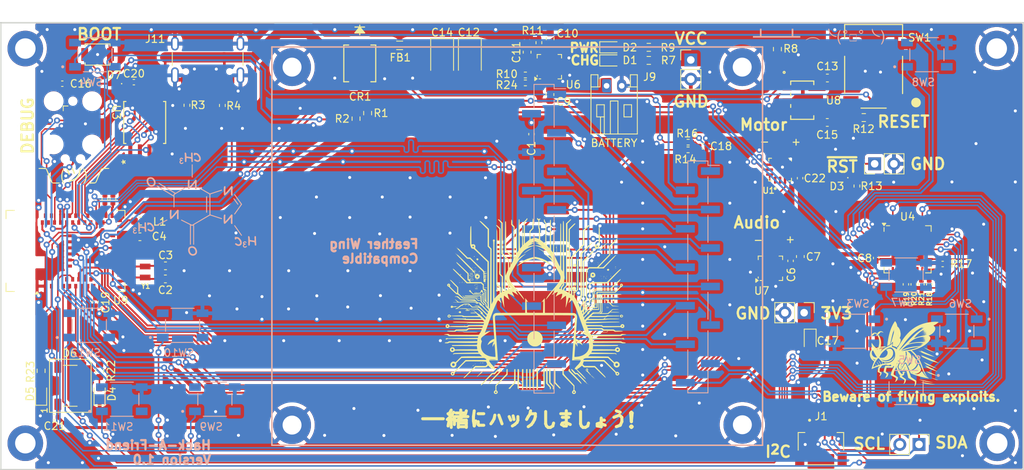
<source format=kicad_pcb>
(kicad_pcb (version 20241229) (generator "pcbnew") (generator_version "9.0")
  (title_block (comment 4 "AISLER Project ID: ETEDORMW"))
  (layers (0 "F.Cu" signal) (2 "B.Cu" mixed) (13 "F.Paste" user) (15 "B.Paste" user) (5 "F.SilkS" user "F.Silkscreen") (7 "B.SilkS" user "B.Silkscreen") (1 "F.Mask" user) (3 "B.Mask" user) (25 "Edge.Cuts" user))
  (property "AUTHOR" "Adam Critchley")
  (property "LICENSE" "CC-BY-SA-4.0")
  (property "TITLE" "Hack-A-Friend")
  (property "VERSION" "1A")
  (net 0 "")
  (net 1 "+3V3")
  (net 2 "GND")
  (net 3 "Net-(U9-P0.00)")
  (net 4 "Net-(C18-Pad1)")
  (net 5 "VBAT")
  (net 6 "Net-(U9-P0.01)")
  (net 7 "/MCU/AREF")
  (net 8 "Net-(D4-A)")
  (net 9 "Net-(D1-A)")
  (net 10 "Net-(D2-A)")
  (net 11 "/Human Interfaces/LOUT+")
  (net 12 "/Human Interfaces/LOUT-")
  (net 13 "/Human Interfaces/MOTOR_OUT+")
  (net 16 "Net-(D5-A)")
  (net 18 "/MCU/NEOPIXEL")
  (net 19 "VCC")
  (net 20 "/MCU/D12")
  (net 21 "+5V")
  (net 22 "/MCU/D6")
  (net 23 "/Human Interfaces/MOTOR_OUT-")
  (net 24 "/MCU/EN")
  (net 25 "/MCU/D9")
  (net 26 "/MCU/D10")
  (net 27 "/MCU/D5")
  (net 28 "/MCU/D11")
  (net 29 "/MCU/D13")
  (net 30 "/MCU/A3")
  (net 31 "/MCU/D2")
  (net 32 "/MCU/A4")
  (net 33 "/MCU/RXD")
  (net 34 "Net-(R12-Pad1)")
  (net 35 "/MCU/A5")
  (net 36 "/MCU/MOSI")
  (net 37 "/MCU/MISO")
  (net 38 "/MCU/TXD")
  (net 39 "/MCU/A0")
  (net 40 "/MCU/A1")
  (net 41 "/MCU/A2")
  (net 42 "/MCU/SCK")
  (net 43 "Net-(U9-DCCH)")
  (net 44 "Net-(U6-ISET)")
  (net 45 "Net-(U6-ILIM)")
  (net 46 "Net-(U4-INTB)")
  (net 47 "Net-(U4-~{RESET})")
  (net 48 "Net-(U4-A0)")
  (net 49 "Net-(U4-A1)")
  (net 50 "Net-(U4-A2)")
  (net 51 "/MCU/LED2")
  (net 52 "/MCU/LED1")
  (net 53 "Net-(U6-TS)")
  (net 54 "/MCU/~{BOOT}")
  (net 57 "/Human Interfaces/MOTOR_DRV.IRQ")
  (net 60 "/MCU/QSPI_SCK")
  (net 61 "/MCU/QSPI_DATA2")
  (net 62 "/MCU/QSPI_DATA1")
  (net 63 "/MCU/QSPI_CS")
  (net 64 "/MCU/QSPI_DATA0")
  (net 65 "/Connectors/USB_VBUS")
  (net 66 "/Connectors/~{RESET}")
  (net 67 "/Connectors/I2C_BUS.SCL")
  (net 68 "/Connectors/I2C_BUS.SDA")
  (net 69 "/MCU/QSPI_DATA3")
  (net 70 "/Human Interfaces/BTN_X")
  (net 74 "/Connectors/USB_DATA.DATA-")
  (net 75 "/Connectors/USB_DATA.DATA+")
  (net 76 "/Connectors/CORESIGHT.SWDIO")
  (net 77 "/Connectors/CORESIGHT.SWDCLK")
  (net 78 "/Connectors/CORESIGHT.SWO")
  (net 79 "/MCU/VBAT_MEAS")
  (net 80 "/Human Interfaces/DPAD_LEFT")
  (net 81 "/Human Interfaces/BTN_SELECT")
  (net 86 "/Human Interfaces/DPAD_DOWN")
  (net 88 "/Human Interfaces/DPAD_RIGHT")
  (net 90 "/Human Interfaces/DPAD_UP")
  (net 93 "/Human Interfaces/BTN_START")
  (net 96 "/Human Interfaces/BTN_B")
  (net 99 "/Human Interfaces/BTN_A")
  (net 103 "/Human Interfaces/AUDIO_TX.DATA")
  (net 106 "/Human Interfaces/~{INPUT_IRQ}")
  (net 109 "/Human Interfaces/MOTOR_DRV.GPI0")
  (net 112 "/MCU/USBD+")
  (net 113 "/MCU/USBD-")
  (net 114 "/Human Interfaces/AUDIO_TX.BCLK")
  (net 115 "/Human Interfaces/AUDIO_TX.LRCLK")
  (net 122 "/MCU/NFC1")
  (net 126 "/Human Interfaces/BTN_Y")
  (net 129 "/Power/~{PG}")
  (net 130 "/Power/~{CHG}")
  (net 131 "Net-(D7-K)")
  (net 132 "Net-(J11-CC1)")
  (net 133 "Net-(J11-CC2)")
  (footprint "MountingHole:MountingHole_2.7mm_M2.5_DIN965_Pad" (layer "F.Cu") (at 84.3 116.99)
    (property "Reference" "H1" (hide yes))
    (property "Value" "MountingHole_Pad" (hide yes))
  )
  (footprint "Resistor_SMD:R_0402_1005Metric" (layer "F.Cu") (at 194.0798 83.04 -90)
    (property "Reference" "R13")
    (property "Value" "10K" (hide yes))
  )
  (footprint "Capacitor_SMD:C_0402_1005Metric" (layer "F.Cu") (at 151.1198 76.19 -90)
    (property "Reference" "C1")
    (property "Value" "1uF" (hide yes))
  )
  (footprint "Resistor_SMD:R_0603_1608Metric" (layer "F.Cu") (at 127.9598 74.145 90)
    (property "Reference" "R2")
    (property "Value" "4.7K" (hide yes))
  )
  (footprint "Capacitor_SMD:C_0402_1005Metric" (layer "F.Cu") (at 98.6298 69.3249)
    (property "Reference" "C20")
    (property "Value" "0.1uF" (hide yes))
  )
  (footprint "Capacitor_SMD:C_0402_1005Metric" (layer "F.Cu") (at 200.5498 96.02 -90)
    (property "Reference" "R19")
    (property "Value" "10K" (hide yes))
  )
  (footprint "Resistor_SMD:R_0603_1608Metric" (layer "F.Cu") (at 183.5798 64.965 -90)
    (property "Reference" "R8")
    (property "Value" "100K" (hide yes))
  )
  (footprint "MountingHole:MountingHole_2.7mm_M2.5_DIN965_Pad" (layer "F.Cu") (at 212.6 117)
    (property "Reference" "H8" (hide yes))
    (property "Value" "MountingHole_Pad" (hide yes))
  )
  (footprint "Capacitor_SMD:C_0402_1005Metric" (layer "F.Cu") (at 185.32105 92.92125 90)
    (property "Reference" "C6")
    (property "Value" "0.1uF" (hide yes))
  )
  (footprint "MountingHole:MountingHole_2.7mm_M2.5_DIN965_Pad" (layer "F.Cu") (at 84.3 64.89)
    (property "Reference" "H7" (hide yes))
    (property "Value" "MountingHole_Pad" (hide yes))
  )
  (footprint "Resistor_SMD:R_0402_1005Metric" (layer "F.Cu") (at 95.858953 84.824903 -90)
    (property "Reference" "R6" (hide yes))
    (property "Value" "27R 1%" (hide yes))
  )
  (footprint "Capacitor_SMD:C_0402_1005Metric" (layer "F.Cu") (at 196.620596 92.54 90)
    (property "Reference" "C8")
    (property "Value" "0.1uF" (hide yes))
  )
  (footprint "Inductor_SMD:L_0603_1608Metric" (layer "F.Cu") (at 99.493032 87.670488 180)
    (property "Reference" "L1")
    (property "Value" "10uH" (hide yes))
  )
  (footprint "Capacitor_Tantalum_SMD:CP_EIA-1608-08_AVX-J" (layer "F.Cu") (at 187.9098 103.4425 -90)
    (property "Reference" "C17")
    (property "Value" "4.7uF" (hide yes))
  )
  (footprint "Capacitor_SMD:C_0603_1608Metric" (layer "F.Cu") (at 190.1798 68.78)
    (property "Reference" "C13")
    (property "Value" "0.33uF" (hide yes))
  )
  (footprint "Connector_PinHeader_2.54mm:PinHeader_1x02_P2.54mm_Vertical" (layer "F.Cu") (at 172.1498 66.395)
    (property "Reference" "J5" (hide yes))
    (property "Value" "Conn_01x02" (hide yes))
  )
  (footprint "Diode_SMD:D_0402_1005Metric" (layer "F.Cu") (at 192.8798 83.035 -90)
    (property "Reference" "D3")
    (property "Value" "BZT52" (hide yes))
  )
  (footprint "LED_SMD:LED_0603_1608Metric" (layer "F.Cu") (at 161.6142 66.455)
    (property "Reference" "D1")
    (property "Value" "LTST-S270TBKT" (hide yes))
  )
  (footprint "LED_SMD:LED_WS2812B_PLCC4_5.0x5.0mm_P3.2mm" (layer "F.Cu") (at 90.2402 109.40975 90)
    (property "Reference" "D6")
    (property "Value" "NeoPixel" (hide yes))
  )
  (footprint "Resistor_SMD:R_0402_1005Metric" (layer "F.Cu") (at 150.3102 68.3822)
    (property "Reference" "R10")
    (property "Value" "1.13K" (hide yes))
  )
  (footprint "Resistor_SMD:R_0402_1005Metric" (layer "F.Cu") (at 110.3098 72.405 90)
    (property "Reference" "R4")
    (property "Value" "5.1K" (hide yes))
  )
  (footprint "LED_SMD:LED_0603_1608Metric" (layer "F.Cu") (at 161.6142 64.7278)
    (property "Reference" "D2")
    (property "Value" "LTST-S270TBKT" (hide yes))
  )
  (footprint "Capacitor_SMD:C_0402_1005Metric" (layer "F.Cu") (at 93.5598 98.335 -90)
    (property "Reference" "C19")
    (property "Value" "0.1uF" (hide yes))
  )
  (footprint "Capacitor_SMD:C_0603_1608Metric" (layer "F.Cu") (at 153.5598 70.965 -90)
    (property "Reference" "C9")
    (property "Value" "4.7uF" (hide yes))
  )
  (footprint "Connector_Wire:SolderWirePad_1x01_SMD_1x2mm" (layer "F.Cu") (at 183.9098 90.27 180)
    (property "Reference" "LPAD_OUT+2" (hide yes))
    (property "Value" "Conn_01x01_Pin" (hide yes))
  )
  (footprint "Capacitor_SMD:C_0402_1005Metric" (layer "F.Cu") (at 88.1048 113.54615)
    (property "Reference" "C21")
    (property "Value" "0.1uF" (hide yes))
  )
  (footprint "RF_Module:Raytac_MDBT50Q" (layer "F.Cu") (at 89.601079 91.605 90)
    (property "Reference" "U9")
    (property "Value" "MDBT50Q-1MV2" (hide yes))
  )
  (footprint "MountingHole:MountingHole_2.5mm_Pad" (layer "F.Cu") (at 178.9576 114.5544)
    (property "Reference" "H5" (hide yes))
    (property "Value" "MountingHole" (hide yes))
  )
  (footprint "Connector_PinHeader_2.54mm:PinHeader_1x02_P2.54mm_Vertical" (layer "F.Cu") (at 187.1098 99.76 -90)
    (property "Reference" "J4" (hide yes))
    (property "Value" "Conn_01x02" (hide yes))
  )
  (footprint "GP0115ACCG30:SW_GP0115ACCG30_NKK" (layer "F.Cu") (at 196.282 65.7206 180)
    (property "Reference" "SW1")
    (property "Value" "GP0115ACCG30" (hide yes))
  )
  (footprint "Resistor_SMD:R_0402_1005Metric" (layer "F.Cu") (at 105.6348 72.38 -90)
    (property "Reference" "R3")
    (property "Value" "5.1K" (hide yes))
  )
  (footprint "LOGO" (layer "F.Cu") (at 90.8348 81.455)
    (property "Reference" "G***" (hide yes))
    (property "Value" "LOGO" (hide yes))
  )
  (footprint "Capacitor_SMD:C_0603_1608Metric" (layer "F.Cu") (at 102.788632 95.302288 180)
    (property "Reference" "C2")
    (property "Value" "22pF" (hide yes))
  )
  (footprint "Resistor_SMD:R_0603_1608Metric" (layer "F.Cu") (at 166.6048 66.455 180)
    (property "Reference" "R7")
    (property "Value" "100K" (hide yes))
  )
  (footprint "Capacitor_SMD:C_0402_1005Metric" (layer "F.Cu") (at 202.5998 96.01 -90)
    (property "Reference" "R21")
    (property "Value" "10K" (hide yes))
  )
  (footprint "Capacitor_SMD:C_0402_1005Metric" (layer "F.Cu") (at 173.7498 77.78)
    (property "Reference" "C18")
    (property "Value" "1uF" (hide yes))
  )
  (footprint "LED_SMD:LED_0603_1608Metric" (layer "F.Cu") (at 86.3848 110.49135 90)
    (property "Reference" "D5")
    (property "Value" "LED" (hide yes))
  )
  (footprint "Connector_Wire:SolderWirePad_1x01_SMD_1x2mm" (layer "F.Cu") (at 183.254844 77.2836)
    (property "Reference" "LPAD_OUT-1" (hide yes))
    (property "Value" "Conn_01x01_Pin" (hide yes))
  )
  (footprint "Connector:Tag-Connect_TC2050-IDC-FP_2x05_P1.27mm_Vertical" (layer "F.Cu") (at 90.5758 75.645 -90)
    (property "Reference" "P1" (hide yes))
    (property "Value" "TC2050-IDC" (hide yes))
  )
  (footprint "MountingHole:MountingHole_2.7mm_M2.5_DIN965_Pad" (layer "F.Cu") (at 212.5398 64.89)
    (property "Reference" "H6" (hide yes))
    (property "Value" "MountingHole_Pad" (hide yes))
  )
  (footprint "ABS06_32_768KHZ_1_T:XTAL_ABS06-32.768KHZ-1-T" (layer "F.Cu") (at 100.118653 94.387888 90)
    (property "Reference" "Y1")
    (property "Value" "ABS06-32.768KHZ-1-T" (hide yes))
  )
  (footprint "Resistor_SMD:R_0402_1005Metric" (layer "F.Cu") (at 150.3102 69.4236 180)
    (property "Reference" "R24")
    (property "Value" "10K" (hide yes))
  )
  (footprint "W25Q64JVSSIQ:SOIC-8_5P28X5P28_WIN" (layer "F.Cu") (at 100.0598 74.6499 90)
    (property "Reference" "U3")
    (property "Value" "W25Q64JVSSIQ" (hide yes))
  )
  (footprint "PRT-14417:SPARKFUN_PRT-14417" (layer "F.Cu") (at 189.3298 117.705)
    (property "Reference" "J1")
    (property "Value" "PRT-14417" (hide yes))
  )
  (footprint "LED_SMD:LED_0603_1608Metric" (layer "F.Cu") (at 94.1098 110.4925 90)
    (property "Reference" "D4")
    (property "Value" "LED" (hide yes))
  )
  (footprint "MountingHole:MountingHole_2.5mm_Pad" (layer "F.Cu") (at 119.511 114.5982)
    (property "Reference" "H2" (hide yes))
    (property "Value" "MountingHole" (hide yes))
  )
  (footprint "Capacitor_SMD:C_0402_1005Metric" (layer "F.Cu") (at 203.6198 96.01 -90)
    (property "Reference" "R18")
    (property "Value" "10K" (hide yes))
  )
  (footprint "Connector_PinHeader_2.54mm:PinHeader_1x02_P2.54mm_Vertical" (layer "F.Cu") (at 196.4198 80.105 90)
    (property "Reference" "J7" (hide yes))
    (property "Value" "Conn_01x02" (hide yes))
  )
  (footprint "Resistor_SMD:R_0603_1608Metric" (layer "F.Cu") (at 129.4898 73.415 90)
    (property "Reference" "R1")
    (property "Value" "4.7K" (hide yes))
  )
  (footprint "Capacitor_SMD:C_0603_1608Metric" (layer "F.Cu") (at 153.5798 63.595 90)
    (property "Reference" "C10")
    (property "Value" "4.7uF" (hide yes))
  )
  (footprint "Package_DFN_QFN:QFN-28-1EP_6x6mm_P0.65mm_EP4.25x4.25mm" (layer "F.Cu") (at 200.7698 91.39)
    (property "Reference" "U4")
    (property "Value" "MCP23017_ML" (hide yes))
  )
  (footprint "Capacitor_SMD:C_0603_1608Metric" (layer "F.Cu") (at 99.428032 89.739688 180)
    (property "Reference" "C4")
    (property "Value" "10uF" (hide yes))
  )
  (footprint "Diode_SMD:D_0402_1005Metric" (layer "F.Cu") (at 95.9248 69.53 180)
    (property "Reference" "D7")
    (property "Value" "BZT52" (hide yes))
  )
  (footprint "Capacitor_SMD:C_0402_1005Metric" (layer "F.Cu") (at 201.5798 96.02 -90)
    (property "Reference" "R20")
    (property "Value" "10K" (hide yes))
  )
  (footprint "Connector_PinHeader_2.54mm:PinHeader_1x02_P2.54mm_Vertical" (layer "F.Cu") (at 202.2798 117.15 -90)
    (property "Reference" "J3" (hide yes))
    (property "Value" "Conn_01x02" (hide yes))
  )
  (footprint "Capacitor_Tantalum_SMD:CP_EIA-3528-15_AVX-H" (layer "F.Cu") (at 142.9808 66.0113 -90)
    (property "Reference" "C12")
    (property "Value" "10uF" (hide yes))
  )
  (footprint "Resistor_SMD:R_0603_1608Metric" (layer "F.Cu") (at 94.1098 107.4323 90)
    (property "Reference" "R22")
    (property "Value" "1K" (hide yes))
  )
  (footprint "Capacitor_SMD:C_0603_1608Metric" (layer "F.Cu") (at 186.6098 92.345 90)
    (property "Reference" "C7")
    (property "Value" "10uF" (hide yes))
  )
  (footprint "SMBJ5-0A-TR:SMB_STM" (layer "F.Cu") (at 128.4498 66.8487 -90)
    (property "Reference" "CR1")
    (property "Value" "SMBJ5.0A-TR" (hide yes))
  )
  (footprint "Capacitor_SMD:C_0603_1608Metric" (layer "F.Cu") (at 102.801032 93.575088 180)
    (property "Reference" "C3")
    (property "Value" "22pF" (hide yes))
  )
  (footprint "Capacitor_SMD:C_0603_1608Metric" (layer "F.Cu") (at 150.5402 65.3686 -90)
    (property "Reference" "C11")
    (property "Value" "1uF" (hide yes))
  )
  (footprint "Resistor_SMD:R_0603_1608Metric" (layer "F.Cu") (at 86.3848 107.43115 90)
    (property "Reference" "R23")
    (property "Value" "1K" (hide yes))
  )
  (footprint "Connector_Wire:SolderWirePad_1x01_SMD_1x2mm" (layer "F.Cu") (at 182.4598 90.26 180)
    (property "Reference" "LPAD_OUT-2" (hide yes))
    (property "Value" "Conn_01x01_Pin" (hide yes))
  )
  (footprint "MountingHole:MountingHole_2.5mm_Pad" (layer "F.Cu") (at 119.5112 67.344)
    (property "Reference" "H3" (hide yes))
    (property "Value" "MountingHole" (hide yes))
  )
  (footprint "Resistor_SMD:R_0402_1005Metric" (layer "F.Cu") (at 152.0994 64.1162 -90)
    (property "Reference" "R11")
    (property "Value" "1.1K" (hide yes))
  )
  (footprint "Resistor_SMD:R_0603_1608Metric" (layer "F.Cu") (at 194.9848 74.005)
    (property "Reference" "R12")
    (property "Value" "330" (hide yes))
  )
  (footprint "Connector_Wire:SolderWirePad_1x01_SMD_1x2mm" (layer "F.Cu") (at 184.664844 77.3036)
    (property "Reference" "LPAD_OUT+1" (hide yes))
    (property "Value" "Conn_01x01_Pin" (hide yes))
  )
  (footprint "Capacitor_SMD:C_0402_1005Metric" (layer "F.Cu") (at 89.1798 69.53 180)
    (property "Reference" "C16")
    (property "Value" "1uF" (hide yes))
  )
  (footprint "Connector_USB:USB_C_Receptacle_GCT_USB4105-xx-A_16P_TopMnt_Horizontal" (layer "F.Cu") (at 108.3698 65.32 180)
    (property "Reference" "J11")
    (property "Value" "USB_C_Receptacle_USB2.0_16P" (hide yes))
  )
  (footprint "Resistor_SMD:R_0402_1005Metric" (layer "F.Cu") (at 171.7998 77.25)
    (property "Reference" "R16")
    (property "Value" "100R" (hide yes))
  )
  (footprint "DA7282_00FVC:QFN65P300X300X84-12N" (layer "F.Cu") (at 183.939844 80.8736 90)
    (property "Reference" "U1")
    (property "Value" "DA7282-00FVC" (hide yes))
  )
  (footprint "Capacitor_SMD:C_0402_1005Metric" (layer "F.Cu") (at 186.574844 82.0036 90)
    (property "Reference" "C22")
    (property "Value" "0.1uF" (hide yes))
  )
  (footprint "Inductor_SMD:L_0805_2012Metric" (layer "F.Cu") (at 133.7141 64.4738)
    (property "Reference" "FB1")
    (property "Value" "300R 100MHz" (hide yes))
  )
  (footprint "NJM2884U1_33_TE1:SOT89-5-1&slash_2_NWJ" (layer "F.Cu") (at 186.8617 71.7068 -90)
    (property "Reference" "U8")
    (property "Value" "NJM2884U1-33-TE1" (hide yes))
  )
  (footprint "Package_DFN_QFN:VQFN-16-1EP_3x3mm_P0.5mm_EP1.6x1.6mm" (layer "F.Cu") (at 153.479537 67.283168 90)
    (property "Reference" "U6")
    (property "Value" "BQ24072RGT" (hide yes))
  )
  (footprint "Capacitor_SMD:C_0603_1608Metric" (layer "F.Cu") (at 190.1668 74.6474)
    (property "Reference" "C15")
    (property "Value" "2.2uF" (hide yes))
  )
  (footprint "MountingHole:MountingHole_2.5mm_Pad" (layer "F.Cu") (at 178.937 67.3432)
    (property "Reference" "H4" (hide yes))
    (property "Value" "MountingHole" (hide yes))
  )
  (footprint "Connector_JST:JST_PH_S2B-PH-K_1x02_P2.00mm_Horizontal" (layer "F.Cu") (at 161.0298 69.81)
    (property "Reference" "J9")
    (property "Value" "Conn_01x02" (hide yes))
  )
  (footprint "Resistor_SMD:R_0402_1005Metric" (layer "F.Cu") (at 171.7898 78.26)
    (property "Reference" "R14")
    (property "Value" "30R" (hide yes))
  )
  (footprint "Resistor_SMD:R_0402_1005Metric" (layer "F.Cu") (at 94.808953 84.824903 -90)
    (property "Reference" "R5" (hide yes))
    (property "Value" "27R 1%" (hide yes))
  )
  (footprint "LOGO" (layer "F.Cu") (at 151.4898 98.68)
    (property "Reference" "G***" (hide yes))
    (property "Value" "LOGO" (hide yes))
  )
  (footprint "LOGO" (layer "F.Cu") (at 200.516422 105.146328)
    (property "Reference" "G***" (hide yes))
    (property "Value" "LOGO" (hide yes))
  )
  (footprint "Resistor_SMD:R_0603_1608Metric" (layer "F.Cu") (at 166.6048 64.7278)
    (property "Reference" "R9")
    (property "Value" "100K" (hide yes))
  )
  (footprint "Capacitor_SMD:C_0402_1005Metric" (layer "F.Cu") (at 205.3998 93.33)
    (property "Reference" "R17")
    (property "Value" "10K" (hide yes))
  )
  (footprint "Capacitor_Tantalum_SMD:CP_EIA-3528-15_AVX-H" (layer "F.Cu") (at 139.3232 66.0232 -90)
    (property "Reference" "C14")
    (property "Value" "10uF" (hide yes))
  )
  (footprint "Package_DFN_QFN:TQFN-16-1EP_3x3mm_P0.5mm_EP1.23x1.23mm" (layer "F.Cu") (at 182.66105 93.90125 90)
    (property "Reference" "U7")
    (property "Value" "MAX98357A" (hide yes))
  )
  (footprint "Button_Switch_SMD:SW_SPST_B3U-1000P" (layer "F.Cu") (at 93.8398 65.68 180)
    (property "Reference" "SW2" (hide yes))
    (property "Value" "SW_SPST" (hide yes))
  )
  (footprint "LOGO" (layer "B.Cu") (at 189.1848 63.455 180)
    (property "Reference" "G***" (hide yes))
    (property "Value" "LOGO" (hide yes))
  )
  (footprint "PTS_647_SN50_SMTR2_LFS:SW_PTS_647_SN50_SMTR2_LFS" (layer "B.Cu") (at 207.2698 102.21 180)
    (property "Reference" "SW6")
    (property "Value" "SPST_DPAD_RIGHT" (hide yes))
  )
  (footprint "PTS_647_SN50_SMTR2_LFS:SW_PTS_647_SN50_SMTR2_LFS" (layer "B.Cu") (at 193.7448 102.21 180)
    (property "Reference" "SW3")
    (property "Value" "SPST_DPAD_LEFT" (hide yes))
  )
  (footprint "PTS_647_SN50_SMTR2_LFS:SW_PTS_647_SN50_SMTR2_LFS" (layer "B.Cu") (at 97.03845 111.1842)
    (property "Reference" "SW11")
    (property "Value" "SPST_BTN_X" (hide yes))
  )
  (footprint "Connector_PinHeader_2.54mm:PinHeader_1x12_P2.54mm_Vertical_SMD_Pin1Left" (layer "B.Cu") (at 173.0818 95.035 180)
    (property "Reference" "J8" (hide yes))
    (property "Value" "Conn_01x12" (hide yes))
  )
  (footprint "PTS_647_SN50_SMTR2_LFS:SW_PTS_647_SN50_SMTR2_LFS" (layer "B.Cu") (at 92.74845 101.4342)
    (property "Reference" "SW12")
    (property "Value" "SPST_BTN_Y" (hide yes))
  )
  (footprint "LOGO" (layer "B.Cu") (at 106.6098 85.48 180)
    (property "Reference" "G***" (hide yes))
    (property "Value" "LOGO" (hide yes))
  )
  (footprint "PTS_647_SN50_SMTR2_LFS:SW_PTS_647_SN50_SMTR2_LFS" (layer "B.Cu") (at 93.4848 65.7)
    (property "Reference" "SW4")
    (property "Value" "SPST_BTN_SELECT" (hide yes))
  )
  (footprint "PTS_647_SN50_SMTR2_LFS:SW_PTS_647_SN50_SMTR2_LFS" (layer "B.Cu") (at 200.5698 94.78)
    (property "Reference" "SW7")
    (property "Value" "SPST_DPAD_UP" (hide yes))
  )
  (footprint "Connector_PinHeader_2.54mm:PinHeader_1x16_P2.54mm_Vertical_SMD_Pin1Left" (layer "B.Cu") (at 152.78 90 180)
    (property "Reference" "J10" (hide yes))
    (property "Value" "Conn_01x16" (hide yes))
  )
  (footprint "PTS_647_SN50_SMTR2_LFS:SW_PTS_647_SN50_SMTR2_LFS" (layer "B.Cu") (at 200.5698 109.64 180)
    (property "Reference" "SW5")
    (property "Value" "SPST_DPAD_DOWN" (hide yes))
  )
  (footprint "PTS_647_SN50_SMTR2_LFS:SW_PTS_647_SN50_SMTR2_LFS" (layer "B.Cu") (at 203.31615 65.7)
    (property "Reference" "SW8")
    (property "Value" "SPST_DPAD_START" (hide yes))
  )
  (footprint "PTS_647_SN50_SMTR2_LFS:SW_PTS_647_SN50_SMTR2_LFS" (layer "B.Cu") (at 109.32115 111.1842)
    (property "Reference" "SW9")
    (property "Value" "SPST_BTN_B" (hide yes))
  )
  (footprint "PTS_647_SN50_SMTR2_LFS:SW_PTS_647_SN50_SMTR2_LFS" (layer "B.Cu") (at 105.06115 101.4342)
    (property "Reference" "SW10")
    (property "Value" "SPST_BTN_A" (hide yes))
  )
  (gr_line (start 181.6192 117.26) (end 181.6192 64.682) (stroke (width 0.2)) (layer "B.SilkS"))
  (gr_line (start 116.8492 117.26) (end 181.6192 117.26) (stroke (width 0.2)) (layer "B.SilkS"))
  (gr_line (start 116.8492 117.26) (end 116.8492 64.682) (stroke (width 0.2)) (layer "B.SilkS"))
  (gr_line (start 116.8492 64.68325) (end 181.6192 64.68325) (stroke (width 0.2)) (layer "B.SilkS"))
  (gr_rect (start 81.0568 61.48) (end 216.0568 120.48) (stroke (width 0.2)) (fill no) (layer "Edge.Cuts"))
  (gr_text "Audio" (at 177.6398 88.73 0) (layer "F.SilkS") (effects (font (size 1.5 1.5) (thickness 0.3) (bold yes)) (justify left bottom)))
  (gr_text "BATTERY" (at 158.8498 77.95 0) (layer "F.SilkS") (effects (font (size 1 1) (thickness 0.15) (bold yes)) (justify left bottom)))
  (gr_text "PWR" (at 155.9898 65.5 0) (layer "F.SilkS") (effects (font (size 1.2 1.2) (thickness 0.3) (bold yes)) (justify left bottom)))
  (gr_text "RESET" (at 196.6348 75.43 0) (layer "F.SilkS") (effects (font (size 1.5 1.5) (thickness 0.3) (bold yes)) (justify left bottom)))
  (gr_text "BOOT" (at 90.9598 63.88 0) (layer "F.SilkS") (effects (font (size 1.5 1.5) (thickness 0.3) (bold yes)) (justify left bottom)))
  (gr_text "一緒にハックしましょう!" (at 136.2798 115.17 0) (layer "F.SilkS") (effects (font (size 2 2.2) (thickness 0.4) (bold yes)) (justify left bottom)))
  (gr_text "I^{2}C" (at 181.7998 119 0) (layer "F.SilkS") (effects (font (size 1.5 1.5) (thickness 0.3) (bold yes)) (justify left bottom)))
  (gr_text "-" (at 181.1798 77.75 0) (layer "F.SilkS") (effects (font (size 1 1)) (justify left bottom)))
  (gr_text "Beware of flying exploits." (at 201.256422 111.556328 0) (layer "F.SilkS") (effects (font (size 1.2 1.2) (thickness 0.3) (bold yes)) (justify bottom)))
  (gr_text "GND" (at 169.6998 72.76 0) (layer "F.SilkS") (effects (font (size 1.5 1.5) (thickness 0.3) (bold yes)) (justify left bottom)))
  (gr_text "SCL" (at 193.4198 117.93 0) (layer "F.SilkS") (effects (font (size 1.5 1.5) (thickness 0.3) (bold yes)) (justify left bottom)))
  (gr_text "CHG" (at 156.1298 67.15 0) (layer "F.SilkS") (effects (font (size 1.2 1.2) (thickness 0.3) (bold yes)) (justify left bottom)))
  (gr_text "SDA" (at 204.2398 117.78 0) (layer "F.SilkS") (effects (font (size 1.5 1.5) (thickness 0.3) (bold yes)) (justify left bottom)))
  (gr_text "GND" (at 200.9598 81.005 0) (layer "F.SilkS") (effects (font (size 1.5 1.5) (thickness 0.3) (bold yes)) (justify left bottom)))
  (gr_text "-" (at 180.3298 90.73 0) (layer "F.SilkS") (effects (font (size 1 1)) (justify left bottom)))
  (gr_text "GND" (at 177.8748 100.73 0) (layer "F.SilkS") (effects (font (size 1.5 1.5) (thickness 0.3) (bold yes)) (justify left bottom)))
  (gr_text "+" (at 185.3298 77.77 0) (layer "F.SilkS") (effects (font (size 1 1)) (justify left bottom)))
  (gr_text "DEBUG" (at 85.4848 79.005 90) (layer "F.SilkS") (effects (font (size 1.5 1.5) (thickness 0.3) (bold yes)) (justify left bottom)))
  (gr_text "VCC" (at 169.8598 64.46 0) (layer "F.SilkS") (effects (font (size 1.5 1.5) (thickness 0.3) (bold yes)) (justify left bottom)))
  (gr_text "~{RST}" (at 189.8848 81.355 0) (layer "F.SilkS") (effects (font (size 1.5 1.5) (thickness 0.3) (bold yes)) (justify left bottom)))
  (gr_text "3V3" (at 189.1048 100.72 0) (layer "F.SilkS") (effects (font (size 1.5 1.5) (thickness 0.3) (bold yes)) (justify left bottom)))
  (gr_text "+" (at 184.5598 90.64 0) (layer "F.SilkS") (effects (font (size 1 1)) (justify left bottom)))
  (gr_text "Motor" (at 178.4598 75.82 0) (layer "F.SilkS") (effects (font (size 1.5 1.5) (thickness 0.3) (bold yes)) (justify left bottom)))
  (gr_text "Feather Wing\nCompatible" (at 136.3598 93.33 0) (layer "B.SilkS") (effects (font (size 1.2 1.2) (thickness 0.3) (bold yes)) (justify left bottom mirror)))
  (gr_text "Hack-A-Friend\nVersion 1.0" (at 108.9848 119.88 0) (layer "B.SilkS") (effects (font (size 1.2 1.2) (thickness 0.3) (bold yes)) (justify left bottom mirror)))
  (segment (start 192.8798 82.55) (end 192.9698 82.55) (width 0.25) (layer "F.Cu") (net 1))
  (segment (start 89.6598 72.824) (end 89.9408 73.105) (width 0.25) (layer "F.Cu") (net 1))
  (segment (start 183.289844 80.4718) (end 183.289844 79.4886) (width 0.2) (layer "F.Cu") (net 1))
  (segment (start 189.8298 106.83) (end 189.8298 103.88) (width 0.2) (layer "F.Cu") (net 1))
  (segment (start 208.1298 93.33) (end 211.2798 93.33) (width 0.2) (layer "F.Cu") (net 1))
  (segment (start 98.2848 66.43) (end 95.4398 69.275) (width 0.25) (layer "F.Cu") (net 1))
  (segment (start 112.7868 114.928) (end 116.8248 110.89) (width 0.4) (layer "F.Cu") (net 1))
  (segment (start 185.32105 93.40125) (end 185.32105 94.75) (width 0.25) (layer "F.Cu") (net 1))
  (segment (start 88.5848 113.54615) (end 89.96665 114.928) (width 0.4) (layer "F.Cu") (net 1))
  (segment (start 184.7298 95.33875) (end 183.41105 95.33875) (width 0.25) (layer "F.Cu") (net 1))
  (segment (start 182.41105 96.604732) (end 182.41105 95.33875) (width 0.25) (layer "F.Cu") (net 1))
  (segment (start 184.2968 97.013) (end 182.819318 97.013) (width 0.25) (layer "F.Cu") (net 1))
  (segment (start 185.324844 81.5236) (end 184.341644 81.5236) (width 0.2) (layer "F.Cu") (net 1))
  (segment (start 195.3998 119.21) (end 194.0598 117.87) (width 0.2) (layer "F.Cu") (net 1))
  (segment (start 194.0798 83.55) (end 193.9698 83.55) (width 0.25) (layer "F.Cu") (net 1))
  (segment (start 187.7698 112.53) (end 187.7698 108.89) (width 0.2) (layer "F.Cu") (net 1))
  (segment (start 184.341644 81.5236) (end 183.289844 80.4718) (width 0.2) (layer "F.Cu") (net 1))
  (segment (start 185.32105 95.98875) (end 184.2968 97.013) (width 0.25) (layer "F.Cu") (net 1))
  (segment (start 214.3798 96.43) (end 214.3798 109.57) (width 0.2) (layer "F.Cu") (net 1))
  (segment (start 188.8298 115.255) (end 188.8298 113.59) (width 0.2) (layer "F.Cu") (net 1))
  (segment (start 184.7323 95.33875) (end 185.32105 94.75) (width 0.25) (layer "F.Cu") (net 1))
  (segment (start 89.96665 114.928) (end 112.7868 114.928) (width 0.4) (layer "F.Cu") (net 1))
  (segment (start 207.8898 93.33) (end 208.1298 93.33) (width 0.2) (layer "F.Cu") (net 1))
  (segment (start 205.8798 93.33) (end 208.1298 93.33) (width 0.2) (layer "F.Cu") (net 1))
  (segment (start 188.6898 117.87) (end 188.2898 117.47) (width 0.2) (layer "F.Cu") (net 1))
  (segment (start 185.3298 102.73) (end 188.1398 102.73) (width 0.4) (layer "F.Cu") (net 1))
  (segment (start 189.3918 74.6474) (end 189.3918 74.652) (width 0.25) (layer "F.Cu") (net 1))
  (segment (start 188.1398 102.73) (end 188.6798 102.73) (width 0.25) (layer "F.Cu") (net 1))
  (segment (start 95.4398 69.53) (end 89.6598 69.53) (width 0.25) (layer "F.Cu") (net 1))
  (segment (start 177.1698 110.89) (end 185.3298 102.73) (width 0.4) (layer "F.Cu") (net 1))
  (segment (start 95.4398 69.275) (end 95.4398 69.55) (width 0.25) (layer "F.Cu") (net 1))
  (segment (start 89.6598 69.53) (end 89.6598 72.824) (width 0.25) (layer "F.Cu") (net 1))
  (segment (start 188.8298 116.21) (end 188.8298 115.255) (width 0.2) (layer "F.Cu") (net 1))
  (segment (start 211.2798 93.33) (end 214.3798 96.43) (width 0.2) (layer "F.Cu") (net 1))
  (segment (start 116.8248 110.89) (end 177.1698 110.89) (width 0.4) (layer "F.Cu") (net 1))
  (segment (start 188.2898 116.75) (end 188.8298 116.21) (width 0.2) (layer "F.Cu") (net 1))
  (segment (start 194.0598 117.87) (end 188.6898 117.87) (width 0.2) (layer "F.Cu") (net 1))
  (segment (start 192.9698 82.55) (end 193.9698 83.55) (width 0.25) (layer "F.Cu") (net 1))
  (segment (start 189.3918 74.652) (end 192.8798 78.14) (width 0.25) (layer "F.Cu") (net 1))
  (segment (start 204.7398 119.21) (end 195.3998 119.21) (width 0.2) (layer "F.Cu") (net 1))
  (segment (start 123.1198 74.24) (end 129.4898 74.24) (width 0.25) (layer "F.Cu") (net 1))
  (segment (start 88.5848 113.54615) (end 88.5902 113.54075) (width 0.25) (layer "F.Cu") (net 1))
  (segment (start 188.6798 102.73) (end 189.8298 103.88) (width 0.25) (layer "F.Cu") (net 1))
  (segment (start 151.1198 75.71) (end 151.1198 74.67) (width 0.3) (layer "F.Cu") (net 1))
  (segment (start 214.3798 109.57) (end 204.7398 119.21) (width 0.2) (layer "F.Cu") (net 1))
  (segment (start 184.7298 95.33875) (end 184.7323 95.33875) (width 0.25) (layer "F.Cu") (net 1))
  (segment (start 185.32105 94.75) (end 185.32105 95.98875) (width 0.25) (layer "F.Cu") (net 1))
  (segment (start 188.2898 117.47) (end 188.2898 116.75) (width 0.2) (layer "F.Cu") (net 1))
  (segment (start 203.6198 96.49) (end 204.7298 96.49) (width 0.2) (layer "F.Cu") (net 1))
  (segment (start 88.5902 113.54075) (end 88.5902 111.85975) (width 0.25) (layer "F.Cu") (net 1))
  (segment (start 182.819318 97.013) (end 182.41105 96.604732) (width 0.25) (layer "F.Cu") (net 1))
  (segment (start 187.7698 108.89) (end 189.8298 106.83) (width 0.2) (layer "F.Cu") (net 1))
  (segment (start 186.574844 81.5236) (end 185.324844 81.5236) (width 0.3) (layer "F.Cu") (net 1))
  (segment (start 188.8298 113.59) (end 187.7698 112.53) (width 0.2) (layer "F.Cu") (net 1))
  (segment (start 192.8798 78.14) (end 192.8798 82.55) (width 0.25) (layer "F.Cu") (net 1))
  (segment (start 204.7298 96.49) (end 207.8898 93.33) (width 0.2) (layer "F.Cu") (net 1))
  (via (at 151.1198 74.67) (size 0.9) (drill 0.45) (layers "F.Cu" "B.Cu") (net 1))
  (via (at 123.1198 74.24) (size 0.8) (drill 0.4) (layers "F.Cu" "B.Cu") (net 1))
  (via (at 98.2848 66.43) (size 0.8) (drill 0.4) (layers "F.Cu" "B.Cu") (net 1))
  (segment (start 151.1198 73.4952) (end 151.125 73.49) (width 0.3) (layer "B.Cu") (net 1))
  (segment (start 113.9848 66.43) (end 115.4598 67.905) (width 0.25) (layer "B.Cu") (net 1))
  (segment (start 116.8948 74.24) (end 123.1198 74.24) (width 0.25) (layer "B.Cu") (net 1))
  (segment (start 151.1198 74.67) (end 151.1198 73.4952) (width 0.3) (layer "B.Cu") (net 1))
  (segment (start 115.4598 72.805) (end 116.8948 74.24) (width 0.25) (layer "B.Cu") (net 1))
  (segment (start 115.4598 67.905) (end 115.4598 72.805) (width 0.25) (layer "B.Cu") (net 1))
  (segment (start 98.2848 66.43) (end 113.9848 66.43) (width 0.25) (layer "B.Cu") (net 1))
  (segment (start 91.7798 74.375) (end 92.2348 74.83) (width 0.3) (layer "F.Cu") (net 2))
  (segment (start 109.5098 67.83) (end 110.1198 68.44) (width 0.25) (layer "F.Cu") (net 2))
  (segment (start 182.41105 93.65125) (end 182.66105 93.90125) (width 0.25) (layer "F.Cu") (net 2))
  (segment (start 94.0598 99.88) (end 93.5598 99.38) (width 0.25) (layer "F.Cu") (net 2))
  (segment (start 184.589844 80.205) (end 184.2498 80.545044) (width 0.2) (layer "F.Cu") (net 2))
  (segment (start 156.060589 66.128298) (end 156.058302 66.128298) (width 0.2) (layer "F.Cu") (net 2))
  (segment (start 184.589844 79.4886) (end 184.589844 80.205) (width 0.2) (layer "F.Cu") (net 2))
  (segment (start 98.542698 96.766622) (end 98.542698 96.758954) (width 0.25) (layer "F.Cu") (net 2))
  (segment (start 199.4698 92.69) (end 200.7698 91.39) (width 0.3) (layer "F.Cu") (net 2))
  (segment (start 156.058302 66.128298) (end 155.653432 66.533168) (width 0.2) (layer "F.Cu") (net 2))
  (segment (start 89.0848 75.105) (end 89.6248 75.645) (width 0.3) (layer "F.Cu") (net 2))
  (segment (start 182.66105 93.90125) (end 182.91105 94.15125) (width 0.25) (layer "F.Cu") (net 2))
  (segment (start 96.751079 86.488721) (end 97.4598 85.78) (width 0.35) (layer "F.Cu") (net 2))
  (segment (start 105.1698 69.675) (end 105.1698 69) (width 0.4) (layer "F.Cu") (net 2))
  (segment (start 93.5598 99.38) (end 93.5598 98.815) (width 0.25) (layer "F.Cu") (net 2))
  (segment (start 111.5698 69.76) (end 112.3898 70.58) (width 0.4) (layer "F.Cu") (net 2))
  (segment (start 194.8798 93.65) (end 194.7398 93.79) (width 0.3) (layer "F.Cu") (net 2))
  (segment (start 182.91105 94.15125) (end 182.91105 95.33875) (width 0.25) (layer "F.Cu") (net 2))
  (segment (start 85.851079 86.955) (end 85.851079 86.088721) (width 0.35) (layer "F.Cu") (net 2))
  (segment (start 91.2108 74.375) (end 91.7798 74.375) (width 0.3) (layer "F.Cu") (net 2))
  (segment (start 181.22355 94.15125) (end 182.41105 94.15125) (width 0.25) (layer "F.Cu") (net 2))
  (segment (start 194.7398 93.79) (end 193.2798 93.79) (width 0.3) (layer "F.Cu") (net 2))
  (segment (start 109.5098 67.605) (end 109.5098 67.83) (width 0.25) (layer "F.Cu") (net 2))
  (segment (start 181.22355 94.15125) (end 180.27855 94.15125) (width 0.25) (layer "F.Cu") (net 2))
  (segment (start 195.8398 92.69) (end 194.8798 93.65) (width 0.3) (layer "F.Cu") (net 2))
  (segment (start 197.9323 92.69) (end 195.8398 92.69) (width 0.3) (layer "F.Cu") (net 2))
  (segment (start 85.851079 97.296279) (end 86.0598 97.505) (width 0.35) (layer "F.Cu") (net 2))
  (segment (start 85.851079 96.255) (end 85.851079 97.296279) (width 0.35) (layer "F.Cu") (net 2))
  (segment (start 98.181076 96.405) (end 98.542698 96.766622) (width 0.35) (layer "F.Cu") (net 2))
  (segment (start 156.1634 68.4108) (end 155.785768 68.033168) (width 0.2) (layer "F.Cu") (net 2))
  (segment (start 180.27855 94.15125) (end 180.0198 94.41) (width 0.25) (layer "F.Cu") (net 2))
  (segment (start 85.851079 86.088721) (end 86.0598 85.88) (width 0.35) (layer "F.Cu") (net 2))
  (segment (start 182.41105 92.46375) (end 182.41105 93.65125) (width 0.25) (layer "F.Cu") (net 2))
  (segment (start 185.6362 82.4836) (end 185.5398 82.58) (width 0.3) (layer "F.Cu") (net 2))
  (segment (start 182.91105 95.828886) (end 182.91105 95.33875) (width 0.25) (layer "F.Cu") (net 2))
  (segment (start 106.6223 67.5925) (end 107.1198 68.09) (width 0.25) (layer "F.Cu") (net 2))
  (segment (start 185.324844 80.2236) (end 185.324844 79.47) (width 0.2) (layer "F.Cu") (net 2))
  (segment (start 186.574844 82.4836) (end 185.6362 82.4836) (width 0.3) (layer "F.Cu") (net 2))
  (segment (start 96.751079 86.805) (end 96.751079 86.488721) (width 0.35) (layer "F.Cu") (net 2))
  (segment (start 111.5698 69) (end 111.5698 69.76) (width 0.4) (layer "F.Cu") (net 2))
  (segment (start 104.6148 70.23) (end 105.1698 69.675) (width 0.4) (layer "F.Cu") (net 2))
  (segment (start 96.751079 96.405) (end 98.181076 96.405) (width 0.35) (layer "F.Cu") (net 2))
  (segment (start 182.41105 94.15125) (end 182.66105 93.90125) (width 0.25) (layer "F.Cu") (net 2))
  (segment (start 177.886859 68.507941) (end 177.8848 68.51) (width 0.25) (layer "F.Cu") (net 2))
  (segment (start 155.785768 68.033168) (end 154.917037 68.033168) (width 0.2) (layer "F.Cu") (net 2))
  (segment (start 183.360414 96.27825) (end 182.91105 95.828886) (width 0.25) (layer "F.Cu") (net 2))
  (segment (start 197.9323 92.69) (end 199.4698 92.69) (width 0.3) (layer "F.Cu") (net 2))
  (segment (start 107.1198 68.09) (end 107.1198 69) (width 0.25) (layer "F.Cu") (net 2))
  (segment (start 155.2502 69.2336) (end 154.742469 69.2336) (width 0.2) (layer "F.Cu") (net 2))
  (segment (start 154.742469 69.2336) (end 154.229537 68.720668) (width 0.2) (layer "F.Cu") (net 2))
  (segment (start 110.1198 68.44) (end 110.1198 69) (width 0.25) (layer "F.Cu") (net 2))
  (segment (start 155.653432 66.533168) (end 154.917037 66.533168) (width 0.2) (layer "F.Cu") (net 2))
  (segment (start 89.6248 75.645) (end 89.9408 75.645) (width 0.3) (layer "F.Cu") (net 2))
  (via (at 165.6598 111.98) (size 0.8) (drill 0.4) (layers "F.Cu" "B.Cu") (net 2))
  (via (at 98.542698 96.766622) (size 0.8) (drill 0.4) (layers "F.Cu" "B.Cu") (net 2))
  (via (at 174.6498 68) (size 0.8) (drill 0.4) (layers "F.Cu" "B.Cu") (net 2))
  (via (at 158.1348 76.855) (size 0.8) (drill 0.4) (layers "F.Cu" "B.Cu") (net 2))
  (via (at 177.3 98.72) (size 0.8) (drill 0.4) (layers "F.Cu" "B.Cu") (net 2))
  (via (at 131.1298 100.62) (size 0.8) (drill 0.4) (layers "F.Cu" "B.Cu") (net 2))
  (via (at 180.6498 82.53) (size 0.8) (drill 0.4) (layers "F.Cu" "B.Cu") (net 2))
  (via (at 126.2398 79.84) (size 0.8) (drill 0.4) (layers "F.Cu" "B.Cu") (net 2))
  (via (at 205.9348 92.055) (size 0.8) (drill 0.4) (layers "F.Cu" "B.Cu") (net 2))
  (via (at 179.589104 79.874205) (size 0.8) (drill 0.4) (layers "F.Cu" "B.Cu") (net 2))
  (via (at 109.4198 112.82) (size 0.8) (drill 0.4) (layers "F.Cu" "B.Cu") (net 2))
  (via (at 101.551409 75.8709) (size 0.8) (drill 0.4) (layers "F.Cu" "B.Cu") (net 2))
  (via (at 125.7348 103.455) (size 0.8) (drill 0.4) (layers "F.Cu" "B.Cu") (net 2))
  (via (at 114.2198 78.47) (size 0.8) (drill 0.4) (layers "F.Cu" "B.Cu") (net 2))
  (via (at 138.92 97.44) (size 0.8) (drill 0.4) (layers "F.Cu" "B.Cu") (net 2))
  (via (at 186.3598 104.93) (size 0.8) (drill 0.4) (layers "F.Cu" "B.Cu") (net 2))
  (via (at 131.6398 115.97) (size 0.8) (drill 0.4) (layers "F.Cu" "B.Cu") (net 2))
  (via (at 106.6223 67.5925) (size 0.8) (drill 0.4) (layers "F.Cu" "B.Cu") (net 2))
  (via (at 120.5848 72.78) (size 0.8) (drill 0.4) (layers "F.Cu" "B.Cu") (net 2))
  (via (at 90.8298 62.39) (size 0.8) (drill 0.4) (layers "F.Cu" "B.Cu") (net 2))
  (via (at 194.3498 112.03) (size 0.8) (drill 0.4) (layers "F.Cu" "B.Cu") (net 2))
  (via (at 182.9498 98.05) (size 0.8) (drill 0.4) (layers "F.Cu" "B.Cu") (net 2))
  (via (at 182.483306 72.463656) (size 0.8) (drill 0.4) (layers "F.Cu" "B.Cu") (net 2))
  (via (at 168.6698 108.52) (size 0.8) (drill 0.4) (layers "F.Cu" "B.Cu") (net 2))
  (via (at 105.494714 106.300663) (size 0.8) (drill 0.4) (layers "F.Cu" "B.Cu") (net 2))
  (via (at 177.3 85.3) (size 0.8) (drill 0.4) (layers "F.Cu" "B.Cu") (net 2))
  (via (at 158.846121 95.378243) (size 0.8) (drill 0.4) (layers "F.Cu" "B.Cu") (net 2))
  (via (at 103.7598 72.405) (size 0.8) (drill 0.4) (layers "F.Cu" "B.Cu") (net 2))
  (via (at 104.6148 70.23) (size 0.8) (drill 0.4) (layers "F.Cu" "B.Cu") (net 2))
  (via (at 93.8398 65.68) (size 0.8) (drill 0.4) (layers "F.Cu" "B.Cu") (net 2))
  (via (at 100.8598 104.755) (size 0.8) (drill 0.4) (layers "F.Cu" "B.Cu") (net 2))
  (via (at 197.9598 85.48) (size 0.8) (drill 0.4) (layers "F.Cu" "B.Cu") (net 2))
  (via (at 89.0848 75.105) (size 0.8) (drill 0.4) (layers "F.Cu" "B.Cu") (net 2))
  (via (at 87.1098 104.805) (size 0.8) (drill 0.4) (layers "F.Cu" "B.Cu") (net 2))
  (via (at 108.6098 97.53) (size 0.8) (drill 0.4) (layers "F.Cu" "B.Cu") (net 2))
  (via (at 156.840835 85.263063) (size 0.8) (drill 0.4) (layers "F.Cu" "B.Cu") (net 2))
  (via (at 122.3348 75.03) (size 0.8) (drill 0.4) (layers "F.Cu" "B.Cu") (net 2))
  (via (at 165.8 97.09) (size 0.8) (drill 0.4) (layers "F.Cu" "B.Cu") (net 2))
  (via (at 183.360414 96.27825) (size 0.8) (drill 0.4) (layers "F.Cu" "B.Cu") (net 2))
  (via (at 158.0498 112.18) (size 0.8) (drill 0.4) (layers "F.Cu" "B.Cu") (net 2))
  (via (at 196.573478 96.027529) (size 0.8) (drill 0.4) (layers "F.Cu" "B.Cu") (net 2))
  (via (at 94.368277 92.015734) (size 0.8) (drill 0.4) (layers "F.Cu" "B.Cu") (net 2))
  (via (at 187.250854 117.160209) (size 0.8) (drill 0.4) (layers "F.Cu" "B.Cu") (net 2))
  (via (at 111.2598 94.22) (size 0.8) (drill 0.4) (layers "F.Cu" "B.Cu") (net 2))
  (via (at 165.8 79.9) (size 0.8) (drill 0.4) (layers "F.Cu" "B.Cu") (net 2))
  (via (at 174.156276 76.73123) (size 0.8) (drill 0.4) (layers "F.Cu" "B.Cu") (net 2))
  (via (at 208.0098 118.64) (size 0.8) (drill 0.4) (layers "F.Cu" "B.Cu") (net 2))
  (via (at 145.4298 112.21) (size 0.8) (drill 0.4) (layers "F.Cu" "B.Cu") (net 2))
  (via (at 209.34 91.48) (size 0.8) (drill 0.4) (layers "F.Cu" "B.Cu") (net 2))
  (via (at 86.4848 67.905) (size 0.8) (drill 0.4) (layers "F.Cu" "B.Cu") (net 2))
  (via (at 88.1598 79.805) (size 0.8) (drill 0.4) (layers "F.Cu" "B.Cu") (net 2))
  (via (at 131.1798 97.51) (size 0.8) (drill 0.4) (layers "F.Cu" "B.Cu") (net 2))
  (via (at 206.6348 88.705) (size 0.8) (drill 0.4) (layers "F.Cu" "B.Cu") (net 2))
  (via (at 131.4198 84.49) (size 0.8) (drill 0.4) (layers "F.Cu" "B.Cu") (net 2))
  (via (at 146.3498 116.09) (size 0.8) (drill 0.4) (layers "F.Cu" "B.Cu") (net 2))
  (via (at 210.5998 106) (size 0.8) (drill 0.4) (layers "F.Cu" "B.Cu") (net 2))
  (via (at 103.6 109.655) (size 0.8) (drill 0.4) (layers "F.Cu" "B.Cu") (net 2))
  (via (at 214.9898 73.12) (size 0.8) (drill 0.4) (layers "F.Cu" "B.Cu") (net 2))
  (via (at 92.8848 67.83) (size 0.8) (drill 0.4) (layers "F.Cu" "B.Cu") (net 2))
  (via (at 206.1598 102.18) (size 0.8) (drill 0.4) (layers "F.Cu" "B.Cu") (net 2))
  (via (at 166.3798 71.89) (size 0.8) (drill 0.4) (layers "F.Cu" "B.Cu") (net 2))
  (via (at 215 91.48) (size 0.8) (drill 0.4) (layers "F.Cu" "B.Cu") (net 2))
  (via (at 168.7098 102.62) (size 0.8) (drill 0.4) (layers "F.Cu" "B.Cu") (net 2))
  (via (at 135.0898 81.95) (size 0.8) (drill 0.4) (layers "F.Cu" "B.Cu") (net 2))
  (via (at 115.50098 81.369489) (size 0.8) (drill 0.4) (layers "F.Cu" "B.Cu") (net 2))
  (via (at 185.5398 82.58) (size 0.8) (drill 0.4) (layers "F.Cu" "B.Cu") (net 2))
  (via (at 214.9898 82.5) (size 0.8) (drill 0.4) (layers "F.Cu" "B.Cu") (net 2))
  (via (at 154.0498 115.89) (size 0.8) (drill 0.4) (layers "F.Cu" "B.Cu") (net 2))
  (via (at 91.8348 119.56) (size 0.8) (drill 0.4) (layers "F.Cu" "B.Cu") (net 2))
  (via (at 94.0598 99.88) (size 0.8) (drill 0.4) (layers "F.Cu" "B.Cu") (net 2))
  (via (at 145.0998 87.2) (size 0.8) (drill 0.4) (layers "F.Cu" "B.Cu") (net 2))
  (via (at 103.0348 116.03) (size 0.8) (drill 0.4) (layers "F.Cu" "B.Cu") (net 2))
  (via (at 136.1298 112.64) (size 0.8) (drill 0.4) (layers "F.Cu" "B.Cu") (net 2))
  (via (at 112.3898 70.5) (size 0.8) (drill 0.4) (layers "F.Cu" "B.Cu") (net 2))
  (via (at 208.9598 102.18) (size 0.8) (drill 0.4) (layers "F.Cu" "B.Cu") (net 2))
  (via (at 146.5398 77.12) (size 0.8) (drill 0.4) (layers "F.Cu" "B.Cu") (net 2))
  (via (at 155.2502 69.2336) (size 0.8) (drill 0.4) (layers "F.Cu" "B.Cu") (net 2))
  (via (at 105.4348 75.43) (size 0.8) (drill 0.4) (layers "F.Cu" "B.Cu") (net 2))
  (via (at 165.7998 88.69) (size 0.8) (drill 0.4) (layers "F.Cu" "B.Cu") (net 2))
  (via (at 93.7598 93.13) (size 0.8) (drill 0.4) (layers "F.Cu" "B.Cu") (net 2))
  (via (at 135.2298 99.165) (size 0.8) (drill 0.4) (layers "F.Cu" "B.Cu") (net 2))
  (via (at 87.3348 119.56) (size 0.8) (drill 0.4) (layers "F.Cu" "B.Cu") (net 2))
  (via (at 210.8098 88.08) (size 0.8) (drill 0.4) (layers "F.Cu" "B.Cu") (net 2))
  (via (at 122.7798 97.53) (size 0.8) (drill 0.4) (layers "F.Cu" "B.Cu") (net 2))
  (via (at 135.4298 68.79) (size 0.8) (drill 0.4) (layers "F.Cu" "B.Cu") (net 2))
  (via (at 91.878237 113.136749) (size 0.8) (drill 0.4) (layers "F.Cu" "B.Cu") (net 2))
  (via (at 119.0498 99.265) (size 0.8) (drill 0.4) (layers "F.Cu" "B.Cu") (net 2))
  (via (at 88.893032 84.800488) (size 0.8) (drill 0.4) (layers "F.Cu" "B.Cu") (net 2))
  (via (at 86.0598 98.405) (size 0.8) (drill 0.4) (layers "F.Cu" "B.Cu") (net 2))
  (via (at 119.0698 94.22) (size 0.8) (drill 0.4) (layers "F.Cu" "B.Cu") (net 2))
  (via (at 97.4598 85.78) (size 0.8) (drill 0.4) (layers "F.Cu" "B.Cu") (net 2))
  (via (at 158.80335 97.504381) (size 0.8) (drill 0.4) (layers "F.Cu" "B.Cu") (net 2))
  (via (at 197.1898 68) (size 0.8) (drill 0.4) (layers "F.Cu" "B.Cu") (net 2))
  (via (at 193.6098 76.73) (size 0.8) (drill 0.4) (layers "F.Cu" "B.Cu") (net 2))
  (via (at 122.7798 100.62) (size 0.8) (drill 0.4) (layers "F.Cu" "B.Cu") (net 2))
  (via (at 86.2798 113.38) (size 0.8) (drill 0.4) (layers "F.Cu" "B.Cu") (net 2))
  (via (at 115.5398 97.64) (size 0.8) (drill 0.4) (layers "F.Cu" "B.Cu") (net 2))
  (via (at 99.9618 76.305) (size 0.8) (drill 0.4) (layers "F.Cu" "B.Cu") (net 2))
  (via (at 145.0498 81.95) (size 0.8) (drill 0.4) (layers "F.Cu" "B.Cu") (net 2))
  (via (at 98.454924 72.744252) (size 0.8) (drill 0.4) (layers "F.Cu" "B.Cu") (net 2))
  (via (at 113.1798 79.85) (size 0.8) (drill 0.4) (layers "F.Cu" "B.Cu") (net 2))
  (via (at 117.9598 87.2) (size 0.8) (drill 0.4) (layers "F.Cu" "B.Cu") (net 2))
  (via (at 200.4798 100.68) (size 0.8) (drill 0.4) (layers "F.Cu" "B.Cu") (net 2))
  (via (at 153.5398 94.737003) (size 0.8) (drill 0.4) (layers "F.Cu" "B.Cu") (net 2))
  (via (at 180.0198 94.41) (size 0.8) (drill 0.4) (layers "F.Cu" "B.Cu") (net 2))
  (via (at 157.3178 97.17) (size 0.8) (drill 0.4) (layers "F.Cu" "B.Cu") (net 2))
  (via (at 86.3348 90.13) (size 0.8) (drill 0.4) (layers "F.Cu" "B.Cu") (net 2))
  (via (at 163.0098 82.53) (size 0.8) (drill 0.4) (layers "F.Cu" "B.Cu") (net 2))
  (via (at 210.82 98.31) (size 0.8) (drill 0.4) (layers "F.Cu" "B.Cu") (net 2))
  (via (at 165.8 85.3) (size 0.8) (drill 0.4) (layers "F.Cu" "B.Cu") (net 2))
  (via (at 165.8 92.73) (size 0.8) (drill 0.4) (layers "F.Cu" "B.Cu") (net 2))
  (via (at 178.4798 105.82) (size 0.8) (drill 0.4) (layers "F.Cu" "B.Cu") (net 2))
  (via (at 127.1198 87.2) (size 0.8) (drill 0.4) (layers "F.Cu" "B.Cu") (net 2))
  (via (at 148.8698 79.89) (size 0.8) (drill 0.4) (layers "F.Cu" "B.Cu") (net 2))
  (via (at 192.1848 89.155) (size 0.8) (drill 0.4) (layers "F.Cu" "B.Cu") (net 2))
  (via (at 189.0198 109.000131) (size 0.8) (drill 0.4) (layers "F.Cu" "B.Cu") (net 2))
  (via (at 98.103014 74.487487) (size 0.8) (drill 0.4) (layers "F.Cu" "B.Cu") (net 2))
  (via (at 89.822308 84.824952) (size 0.8) (drill 0.4) (layers "F.Cu" "B.Cu") (net 2))
  (via (at 184.4398 86.41) (size 0.8) (drill 0.4) (layers "F.Cu" "B.Cu") (net 2))
  (via (at 195.1848 67.88) (size 0.8) (drill 0.4) (layers "F.Cu" "B.Cu") (net 2))
  (via (at 110.6348 103.455) (size 0.8) (drill 0.4) (layers "F.Cu" "B.Cu") (net 2))
  (via (at 127.4298 78.44) (size 0.8) (drill 0.4) (layers "F.Cu" "B.Cu") (net 2))
  (via (at 135.0898 94.22) (size 0.8) (drill 0.4) (layers "F.Cu" "B.Cu") (net 2))
  (via (at 191.3 86.41) (size 0.8) (drill 0.4) (layers "F.Cu" "B.Cu") (net 2))
  (via (at 194.3098 94.53) (size 0.8) (drill 0.4) (layers "F.Cu" "B.Cu") (net 2))
  (via (at 115.5348 100.62) (size 0.8) (drill 0.4) (layers "F.Cu" "B.Cu") (net 2))
  (via (at 118.4098 103.455) (size 0.8) (drill 0.4) (layers "F.Cu" "B.Cu") (net 2))
  (via (at 146.3898 62.39) (size 0.8) (drill 0.4) (layers "F.Cu" "B.Cu") (net 2))
  (via (at 88.8348 82.98) (size 0.8) (drill 0.4) (layers "F.Cu" "B.Cu") (net 2))
  (via (at 157.1098 71.91) (size 0.8) (drill 0.4) (layers "F.Cu" "B.Cu") (net 2))
  (via (at 140.3598 89.255) (size 0.8) (drill 0.4) (layers "F.Cu" "B.Cu") (net 2))
  (via (at 185.324844 79.47) (size 0.8) (drill 0.4) (layers "F.Cu" "B.Cu") (net 2))
  (via (at 190.9098 98.205) (size 0.8) (drill 0.4) (layers "F.Cu" "B.Cu") (net 2))
  (via (at 162.2998 115.8) (size 0.8) (drill 0.4) (layers "F.Cu" "B.Cu") (net 2))
  (via (at 194.1 102.18) (size 0.8) (drill 0.4) (layers "F.Cu" "B.Cu") (net 2))
  (via (at 190.9098 93.305) (size 0.8) (drill 0.4) (layers "F.Cu" "B.Cu") (net 2))
  (via (at 119.6698 78.45) (size 0.8) (drill 0.4) (layers "F.Cu" "B.Cu") (net 2))
  (via (at 110.2098 75.43) (size 0.8) (drill 0.4) (layers "F.Cu" "B.Cu") (net 2))
  (via (at 215 62.4) (size 0.8) (drill 0.4) (layers "F.Cu" "B.Cu") (net 2))
  (via (at 127.6798 112.41) (size 0.8) (drill 0.4) (layers "F.Cu" "B.Cu") (net 2))
  (via (at 203.6348 86.58) (size 0.8) (drill 0.4) (layers "F.Cu" "B.Cu") (net 2))
  (via (at 159.9568 90.698176) (size 0.8) (drill 0.4) (layers "F.Cu" "B.Cu") (net 2))
  (via (at 112.9598 75.43) (size 0.8) (drill 0.4) (layers "F.Cu" "B.Cu") (net 2))
  (via (at 97.3098 104.755) (size 0.8) (drill 0.4) (layers "F.Cu" "B.Cu") (net 2))
  (via (at 168.7098 91.06) (size 0.8) (drill 0.4) (layers "F.Cu" "B.Cu") (net 2))
  (via (at 193.2798 93.79) (size 0.8) (drill 0.4) (layers "F.Cu" "B.Cu") (net 2))
  (via (at 139.0848 103.455) (size 0.8) (drill 0.4) (layers "F.Cu" "B.Cu") (net 2))
  (via (at 197.4198 115.78) (size 0.8) (drill 0.4) (layers "F.Cu" "B.Cu") (net 2))
  (via (at 191.6398 116.41) (size 0.8) (drill 0.4) (layers "F.Cu" "B.Cu") (net 2))
  (via (at 165.7998 98.72) (size 0.8) (drill 0.4) (layers "F.Cu" "B.Cu") (net 2))
  (via (at 86.0598 84.93) (size 0.8) (drill 0.4) (layers "F.Cu" "B.Cu") (net 2))
  (via (at 107.2598 116.08) (size 0.8) (drill 0.4) (layers "F.Cu" "B.Cu") (net 2))
  (via (at 135.4298 62.4) (size 0.8) (drill 0.4) (layers "F.Cu" "B.Cu") (net 2))
  (via (at 132.3598 103.455) (size 0.8) (drill 0.4) (layers "F.Cu" "B.Cu") (net 2))
  (via (at 131.0848 89.355) (size 0.8) (drill 0.4) (layers "F.Cu" "B.Cu") (net 2))
  (via (at 165.8 107.99) (size 0.8) (drill 0.4) (layers "F.Cu" "B.Cu") (net 2))
  (via (at 105.730318 104.976504) (size 0.8) (drill 0.4) (layers "F.Cu" "B.Cu") (net 2))
  (via (at 103.0598 113.93) (size 0.8) (drill 0.4) (layers "F.Cu" "B.Cu") (net 2))
  (via (at 156.1634 68.4108) (size 0.8) (drill 0.4) (layers "F.Cu" "B.Cu") (net 2))
  (via (at 109.5098 67.605) (size 0.8) (drill 0.4) (layers "F.Cu" "B.Cu") (net 2))
  (via (at 86.0598 97.505) (size 0.8) (drill 0.4) (layers "F.Cu" "B.Cu") (net 2))
  (via (at 177.3 92.73) (size 0.8) (drill 0.4) (layers "F.Cu" "B.Cu") (net 2))
  (via (at 145.4298 79.9) (size 0.8) (drill 0.4) (layers "F.Cu" "B.Cu") (net 2))
  (via (at 103.554133 107.027264) (size 0.8) (drill 0.4) (layers "F.Cu" "B.Cu") (net 2))
  (via (at 122.4848 89.305) (size 0.8) (drill 0.4) (layers "F.Cu" "B.Cu") (net 2))
  (via (at 160.167738 88.300856) (size 0.8) (drill 0.4) (layers "F.Cu" "B.Cu") (net 2))
  (via (at 92.419708 90.864661) (size 0.8) (drill 0.4) (layers "F.Cu" "B.Cu") (net 2))
  (via (at 176.732222 72.986232) (size 0.8) (drill 0.4) (layers "F.Cu" "B.Cu") (net 2))
  (via (at 140.3798 84.49) (size 0.8) (drill 0.4) (layers "F.Cu" "B.Cu") (net 2))
  (via (at 144.8998 78.47) (size 0.8) (drill 0.4) (layers "F.Cu" "B.Cu") (net 2))
  (via (at 188.94089 117.133) (size 0.8) (drill 0.4) (layers "F.Cu" "B.Cu") (net 2))
  (via (at 126.8598 99.005) (size 0.8) (drill 0.4) (layers "F.Cu" "B.Cu") (net 2))
  (via (at 93.9598 118.98) (size 0.8) (drill 0.4) (layers "F.Cu" "B.Cu") (net 2))
  (via (at 86.0598 85.88) (size 0.8) (drill 0.4) (layers "F.Cu" "B.Cu") (net 2))
  (via (at 203.9098 62.38) (size 0.8) (drill 0.4) (layers "F.Cu" "B.Cu") (net 2))
  (via (at 98.836578 67.1749) (size 0.8) (drill 0.4) (layers "F.Cu" "B.Cu") (net 2))
  (via (at 91.3098 90.155) (size 0.8) (drill 0.4) (layers "F.Cu" "B.Cu") (net 2))
  (via (at 215 112.69) (size 0.8) (drill 0.4) (layers "F.Cu" "B.Cu") (net 2))
  (via (at 189.0198 111.5) (size 0.8) (drill 0.4) (layers "F.Cu" "B.Cu") (net 2))
  (via (at 87.1848 62.38) (size 0.8) (drill 0.4) (layers "F.Cu" "B.Cu") (net 2))
  (via (at 135.0898 87.14) (size 0.8) (drill 0.4) (layers "F.Cu" "B.Cu") (net 2))
  (via (at 92.898445 86.137819) (size 0.8) (drill 0.4) (layers "F.Cu" "B.Cu") (net 2))
  (via (at 156.060589 66.128298) (size 0.8) (drill 0.4) (layers "F.Cu" "B.Cu") (net 2))
  (via (at 209.5298 112.43) (size 0.8) (drill 0.4) (layers "F.Cu" "B.Cu") (net 2))
  (via (at 209.7998 77.44) (size 0.8) (drill 0.4) (layers "F.Cu" "B.Cu") (net 2))
  (via (at 98.1598 85.105) (size 0.8) (drill 0.4) (layers "F.Cu" "B.Cu") (net 2))
  (via (at 196.1348 88.08) (size 0.8) (drill 0.4) (layers "F.Cu" "B.Cu") (net 2))
  (via (at 177.3 79.9) (size 0.8) (drill 0.4) (layers "F.Cu" "B.Cu") (net 2))
  (via (at 176.032736 72.247785) (size 0.8) (drill 0.4) (layers "F.Cu" "B.Cu") (net 2))
  (via (at 117.9198 79.85) (size 0.8) (drill 0.4) (layers "F.Cu" "B.Cu") (net 2))
  (via (at 181.189663 78.267795) (size 0.8) (drill 0.4) (layers "F.Cu" "B.Cu") (net 2))
  (via (at 159.9568 92.161826) (size 0.8) (drill 0.4) (layers "F.Cu" "B.Cu") (net 2))
  (via (at 97.1848 102.955) (size 0.8) (drill 0.4) (layers "F.Cu" "B.Cu") (net 2))
  (via (at 112.4348 115.95) (size 0.8) (drill 0.4) (layers "F.Cu" "B.Cu") (net 2))
  (via (at 112.2398 99.265) (size 0.8) (drill 0.4) (layers "F.Cu" "B.Cu") (net 2))
  (via (at 165.8 101.53) (size 0.8) (drill 0.4) (layers "F.Cu" "B.Cu") (net 2))
  (via (at 140.6398 115.95) (size 0.8) (drill 0.4) (layers "F.Cu" "B.Cu") (net 2))
  (via (at 112.674041 81.444241) (size 0.8) (drill 0.4) (layers "F.Cu" "B.Cu") (net 2))
  (via (at 159.063793 92.904847) (size 0.8) (drill 0.4) (layers "F.Cu" "B.Cu") (net 2))
  (via (at 147.6348 103.455) (size 0.8) (drill 0.4) (layers "F.Cu" "B.Cu") (net 2))
  (via (at 186.3498 65.72) (size 0.8) (drill 0.4) (layers "F.Cu" "B.Cu") (net 2))
  (via (at 96.3098 71.83) (size 0.8) (drill 0.4) (layers "F.Cu" "B.Cu") (net 2))
  (via (at 123.8098 115.95) (size 0.8) (drill 0.4) (layers "F.Cu" "B.Cu") (net 2))
  (via (at 117.8098 75.43) (size 0.8) (drill 0.4) (layers "F.Cu" "B.Cu") (net 2))
  (via (at 170.1598 116.02) (size 0.8) (drill 0.4) (layers "F.Cu" "B.Cu") (net 2))
  (via (at 138.92 100.6) (size 0.8) (drill 0.4) (layers "F.Cu" "B.Cu") (net 2))
  (via (at 165.8 104.62) (size 0.8) (drill 0.4) (layers "F.Cu" "B.Cu") (net 2))
  (via (at 114.7348 62.43) (size 0.8) (drill 0.4) (layers "F.Cu" "B.Cu") (net 2))
  (via (at 202.4098 113.955) (size 0.8) (drill 0.4) (layers "F.Cu" "B.Cu") (net 2))
  (via (at 160.3698 106.72) (size 0.8) (drill 0.4) (layers "F.Cu" "B.Cu") (net 2))
  (via (at 186.3598 108.955) (size 0.8) (drill 0.4) (layers "F.Cu" "B.Cu") (net 2))
  (via (at 92.8098 116.930677) (size 0.8) (drill 0.4) (layers "F.Cu" "B.Cu") (net 2))
  (via (at 206.2098 107.84) (size 0.8) (drill 0.4) (layers "F.Cu" "B.Cu") (net 2))
  (via (at 125.1498 62.39) (size 0.8) (drill 0.4) (layers "F.Cu" "B.Cu") (net 2))
  (via (at 205.1898 94.67) (size 0.8) (drill 0.4) (layers "F.Cu" "B.Cu") (net 2))
  (via (at 215 119.56) (size 0.8) (drill 0.4) (layers "F.Cu" "B.Cu") (net 2))
  (via (at 131.7348 68.88) (size 0.8) (drill 0.4) (layers "F.Cu" "B.Cu") (net 2))
  (via (at 154.072843 88.043596) (size 0.8) (drill 0.4) (layers "F.Cu" "B.Cu") (net 2))
  (via (at 168.717084 105.70506) (size 0.8) (drill 0.4) (layers "F.Cu" "B.Cu") (net 2))
  (via (at 127.1198 81.91) (size 0.8) (drill 0.4) (layers "F.Cu" "B.Cu") (net 2))
  (via (at 173.2698 111.69) (size 0.8) (drill 0.4) (layers "F.Cu" "B.Cu") (net 2))
  (via (at 95.8598 115.805) (size 0.8) (drill 0.4) (layers "F.Cu" "B.Cu") (net 2))
  (via (at 99.3598 97.255) (size 0.8) (drill 0.4) (layers "F.Cu" "B.Cu") (net 2))
  (via (at 198.9298 82.53) (size 0.8) (drill 0.4) (layers "F.Cu" "B.Cu") (net 2))
  (via (at 150.6698 112.34) (size 0.8) (drill 0.4) (layers "F.Cu" "B.Cu") (net 2))
  (via (at 204.6598 105.205) (size 0.8) (drill 0.4) (layers "F.Cu" "B.Cu") (net 2))
  (via (at 191.2598 78.18) (size 0.8) (drill 0.4) (layers "F.Cu" "B.Cu") (net 2))
  (via (at 89.6348 81.705) (size 0.8) (drill 0.4) (layers "F.Cu" "B.Cu") (net 2))
  (via (at 87.557797 74.38) (size 0.8) (drill 0.4) (layers "F.Cu" "B.Cu") (net 2))
  (via (at 100.9298 62.4) (size 0.8) (drill 0.4) (layers "F.Cu" "B.Cu") (net 2))
  (via (at 209.3398 94.53) (size 0.8) (drill 0.4) (layers "F.Cu" "B.Cu") (net 2))
  (via (at 184.2498 80.545044) (size 0.8) (drill 0.4) (layers "F.Cu" "B.Cu") (net 2))
  (via (at 209.6198 68) (size 0.8) (drill 0.4) (layers "F.Cu" "B.Cu") (net 2))
  (via (at 105.2598 94.22) (size 0.8) (drill 0.4) (layers "F.Cu" "B.Cu") (net 2))
  (via (at 122.7298 84.49) (size 0.8) (drill 0.4) (layers "F.Cu" "B.Cu") (net 2))
  (via (at 125.1498 68.79) (size 0.8) (drill 0.4) (layers "F.Cu" "B.Cu") (net 2))
  (via (at 103.6848 78.805) (size 0.8) (drill 0.4) (layers "F.Cu" "B.Cu") (net 2))
  (via (at 92.910032 83.655111) (size 0.8) (drill 0.4) (layers "F.Cu" "B.Cu") (net 2))
  (via (at 92.2348 74.83) (size 0.8) (drill 0.4) (layers "F.Cu" "B.Cu") (net 2))
  (via (at 126.8798 94.22) (size 0.8) (drill 0.4) (layers "F.Cu" "B.Cu") (net 2))
  (via (at 167.638715 77.465339) (size 0.8) (drill 0.4) (layers "F.Cu" "B.Cu") (net 2))
  (via (at 112.1098 89.23) (size 0.8) (drill 0.4) (layers "F.Cu" "B.Cu") (net 2))
  (via (at 194.1 106.42) (size 0.8) (drill 0.4) (layers "F.Cu" "B.Cu") (net 2))
  (via (at 105.5898 99.75) (size 0.8) (drill 0.4) (layers "F.Cu" "B.Cu") (net 2))
  (via (at 165.7898 77.11) (size 0.8) (drill 0.4) (layers "F.Cu" "B.Cu") (net 2))
  (via (at 93.593984 90.703611) (size 0.8) (drill 0.4) (layers "F.Cu" "B.Cu") (net 2))
  (via (at 206.6198 82.5) (size 0.8) (drill 0.4) (layers "F.Cu" "B.Cu") (net 2))
  (via (at 191.1598 62.4) (size 0.8) (drill 0.4) (layers "F.Cu" "B.Cu") (net 2))
  (segment (start 209.71295 73.67685) (end 209.71295 73.6686) (width 0.2) (layer "B.Cu") (net 2))
  (segment (start 98.544544 94.805) (end 98.852432 95.112888) (width 0.25) (layer "F.Cu") (net 3))
  (segment (start 96.751079 94.805) (end 98.544544 94.805) (width 0.25) (layer "F.Cu") (net 3))
  (segment (start 102.013632 95.302288) (end 100.308053 95.302288) (width 0.25) (layer "F.Cu") (net 3))
  (segment (start 98.852432 95.112888) (end 100.118653 95.112888) (width 0.25) (layer "F.Cu") (net 3))
  (segment (start 172.1998 78.24) (end 172.2098 78.23) (width 0.2) (layer "F.Cu") (net 4))
  (segment (start 172.2098 78.23) (end 172.2098 77.26) (width 0.2) (layer "F.Cu") (net 4))
  (segment (start 172.3098 77.25) (end 172.7398 77.25) (width 0.2) (layer "F.Cu") (net 4))
  (segment (start 172.7398 77.25) (end 173.2698 77.78) (width 0.2) (layer "F.Cu") (net 4))
  (segment (start 154.5298 71.15) (end 153.5834 70.2036) (width 0.2) (layer "F.Cu") (net 5))
  (segment (start 171.2898 77.25) (end 168.6798 77.25) (width 0.2) (layer "F.Cu") (net 5))
  (segment (start 168.6798 77.25) (end 168.0798 76.65) (width 0.2) (layer "F.Cu") (net 5))
  (segment (start 167.5198 71.72) (end 166.9498 71.15) (width 0.2) (layer "F.Cu") (net 5))
  (segment (start 171.8398 76.7) (end 173.2298 76.7) (width 0.2) (layer "F.Cu") (net 5))
  (segment (start 171.2898 77.25) (end 171.8398 76.7) (width 0.2) (layer "F.Cu") (net 5))
  (segment (start 166.9498 71.15) (end 154.5298 71.15) (width 0.2) (layer "F.Cu") (net 5))
  (via (at 173.2298 76.7) (size 0.8) (drill 0.4) (layers "F.Cu" "B.Cu") (net 5))
  (via (at 168.0798 76.65) (size 0.8) (drill 0.4) (layers "F.Cu" "B.Cu") (net 5))
  (via (at 167.5198 71.72) (size 0.8) (drill 0.4) (layers "F.Cu" "B.Cu") (net 5))
  (segment (start 173.2298 76.7) (end 173.2298 76.8) (width 0.2) (layer "B.Cu") (net 5))
  (segment (start 167.5198 71.72) (end 168.0798 72.28) (width 0.2) (layer "B.Cu") (net 5))
  (segment (start 173.2298 76.8) (end 174.7368 78.307) (width 0.2) (layer "B.Cu") (net 5))
  (segment (start 168.0798 72.28) (end 168.0798 76.65) (width 0.2) (layer "B.Cu") (net 5))
  (segment (start 174.7368 78.307) (end 174.7368 81.065) (width 0.2) (layer "B.Cu") (net 5))
  (segment (start 96.751079 94.005) (end 98.53572 94.005) (width 0.25) (layer "F.Cu") (net 6))
  (segment (start 102.026032 93.575088) (end 100.206453 93.575088) (width 0.25) (layer "F.Cu") (net 6))
  (segment (start 98.877832 93.662888) (end 100.087339 93.662888) (width 0.25) (layer "F.Cu") (net 6))
  (segment (start 98.53572 94.005) (end 98.877832 93.662888) (width 0.25) (layer "F.Cu") (net 6))
  (segment (start 93.5598 97.855) (end 93.5598 97.805) (width 0.25) (layer "F.Cu") (net 7))
  (segment (start 92.539432 96.266647) (end 92.551079 96.255) (width 0.25) (layer "F.Cu") (net 7))
  (segment (start 92.551079 96.796279) (end 92.551079 96.255) (width 0.25) (layer "F.Cu") (net 7))
  (segment (start 93.5598 97.805) (end 92.551079 96.796279) (width 0.25) (layer "F.Cu") (net 7))
  (segment (start 93.6098 97.855) (end 93.5598 97.855) (width 0.25) (layer "F.Cu") (net 7))
  (segment (start 157.3348 77.405) (end 161.4598 81.53) (width 0.25) (layer "F.Cu") (net 7))
  (segment (start 154.9348 106.58) (end 109.1348 106.58) (width 0.25) (layer "F.Cu") (net 7))
  (segment (start 106.2098 103.655) (end 99.4098 103.655) (width 0.25) (layer "F.Cu") (net 7))
  (segment (start 109.1348 106.58) (end 106.2098 103.655) (width 0.25) (layer "F.Cu") (net 7))
  (segment (start 161.4598 81.53) (end 161.4598 100.055) (width 0.25) (layer "F.Cu") (net 7))
  (segment (start 99.4098 103.655) (end 93.6098 97.855) (width 0.25) (layer "F.Cu") (net 7))
  (segment (start 161.4598 100.055) (end 154.9348 106.58) (width 0.25) (layer "F.Cu") (net 7))
  (via (at 157.3348 77.405) (size 0.8) (drill 0.4) (layers "F.Cu" "B.Cu") (net 7))
  (segment (start 157.3348 77.405) (end 155.9598 76.03) (width 0.25) (layer "B.Cu") (net 7))
  (segment (start 155.9598 76.03) (end 154.435 76.03) (width 0.25) (layer "B.Cu") (net 7))
  (segment (start 94.0798 108.2587) (end 94.0798 109.7036) (width 0.2) (layer "F.Cu") (net 8))
  (segment (start 162.4017 66.455) (end 165.7798 66.455) (width 0.2) (layer "F.Cu") (net 9))
  (segment (start 162.4017 64.7278) (end 165.7798 64.7278) (width 0.2) (layer "F.Cu") (net 10))
  (segment (start 186.037844 80.551956) (end 186.037844 78.6766) (width 0.25) (layer "F.Cu") (net 13))
  (segment (start 185.324844 80.8736) (end 185.7162 80.8736) (width 0.25) (layer "F.Cu") (net 13))
  (segment (start 186.037844 78.6766) (end 184.664844 77.3036) (width 0.25) (layer "F.Cu") (net 13))
  (segment (start 185.7162 80.8736) (end 186.037844 80.551956) (width 0.25) (layer "F.Cu") (net 13))
  (segment (start 86.3848 108.25615) (end 86.3848 109.70385) (width 0.2) (layer "F.Cu") (net 16))
  (segment (start 88.5848 106.95435) (end 88.5902 106.95975) (width 0.2) (layer "F.Cu") (net 18))
  (segment (start 87.111032 90.778768) (end 88.7128 89.177) (width 0.2) (layer "F.Cu") (net 18))
  (segment (start 88.5848 106.205) (end 88.5848 106.95435) (width 0.2) (layer "F.Cu") (net 18))
  (segment (start 93.751079 88.502441) (end 93.751079 87.855) (width 0.2) (layer "F.Cu") (net 18))
  (segment (start 87.8098 105.43) (end 88.5848 106.205) (width 0.2) (layer "F.Cu") (net 18))
  (segment (start 88.7128 89.177) (end 93.07652 89.177) (width 0.2) (layer "F.Cu") (net 18))
  (segment (start 93.07652 89.177) (end 93.751079 88.502441) (width 0.2) (layer "F.Cu") (net 18))
  (via (at 87.111032 90.778768) (size 0.8) (drill 0.4) (layers "F.Cu" "B.Cu") (net 18))
  (via (at 87.8098 105.43) (size 0.8) (drill 0.4) (layers "F.Cu" "B.Cu") (net 18))
  (segment (start 87.111032 90.970488) (end 87.111032 90.778768) (width 0.2) (layer "B.Cu") (net 18))
  (segment (start 87.8098 105.43) (end 87.8098 99.63) (width 0.2) (layer "B.Cu") (net 18))
  (segment (start 87.8098 99.63) (end 87.123032 98.943232) (width 0.2) (layer "B.Cu") (net 18))
  (segment (start 87.123032 90.982488) (end 87.111032 90.970488) (width 0.2) (layer "B.Cu") (net 18))
  (segment (start 87.123032 98.943232) (end 87.123032 90.982488) (width 0.2) (layer "B.Cu") (net 18))
  (segment (start 157.0698 67.21) (end 166.4448 67.21) (width 0.2) (layer "F.Cu") (net 19))
  (segment (start 154.917037 67.533168) (end 154.920205 67.53) (width 0.2) (layer "F.Cu") (net 19))
  (segment (start 166.4448 67.21) (end 167.1998 66.455) (width 0.2) (layer "F.Cu") (net 19))
  (segment (start 156.7498 67.53) (end 157.0698 67.21) (width 0.2) (layer "F.Cu") (net 19))
  (segment (start 154.920205 67.53) (end 156.7498 67.53) (width 0.2) (layer "F.Cu") (net 19))
  (segment (start 97.253032 91.610488) (end 96.756567 91.610488) (width 0.25) (layer "F.Cu") (net 20))
  (segment (start 149.3398 91.38) (end 97.48352 91.38) (width 0.25) (layer "F.Cu") (net 20))
  (segment (start 159.2738 90.02) (end 150.6998 90.02) (width 0.25) (layer "F.Cu") (net 20))
  (segment (start 150.6998 90.02) (end 149.3398 91.38) (width 0.25) (layer "F.Cu") (net 20))
  (segment (start 97.48352 91.38) (end 97.253032 91.610488) (width 0.25) (layer "F.Cu") (net 20))
  (segment (start 96.756567 91.610488) (end 96.751079 91.605) (width 0.25) (layer "F.Cu") (net 20))
  (via (at 159.2738 90.02) (size 0.8) (drill 0.4) (layers "F.Cu" "B.Cu") (net 20))
  (segment (start 173.2648 91.225) (end 174.7368 91.225) (width 0.25) (layer "B.Cu") (net 20))
  (segment (start 159.2738 90.02) (end 172.0598 90.02) (width 0.25) (layer "B.Cu") (net 20))
  (segment (start 172.0598 90.02) (end 173.2648 91.225) (width 0.25) (layer "B.Cu") (net 20))
  (segment (start 142.9825 64.4755) (end 142.9808 64.4738) (width 0.25) (layer "F.Cu") (net 21))
  (segment (start 139.3232 64.4857) (end 142.9689 64.4857) (width 1.35) (layer "F.Cu") (net 21))
  (segment (start 134.7766 64.4738) (end 139.3113 64.4738) (width 1.35) (layer "F.Cu") (net 21))
  (segment (start 94.803032 92.503047) (end 94.803032 96.380488) (width 0.25) (layer "F.Cu") (net 22))
  (segment (start 107.2098 101.88) (end 110.1098 104.78) (width 0.25) (layer "F.Cu") (net 22))
  (segment (start 158.62529 100.01451) (end 158.62529 98.60451) (width 0.25) (layer "F.Cu") (net 22))
  (segment (start 94.803032 96.380488) (end 100.302544 101.88) (width 0.25) (layer "F.Cu") (net 22))
  (segment (start 95.301079 92.005) (end 94.803032 92.503047) (width 0.25) (layer "F.Cu") (net 22))
  (segment (start 95.851079 92.005) (end 95.301079 92.005) (width 0.25) (layer "F.Cu") (net 22))
  (segment (start 110.1098 104.78) (end 153.8598 104.78) (width 0.25) (layer "F.Cu") (net 22))
  (segment (start 100.302544 101.88) (end 107.2098 101.88) (width 0.25) (layer "F.Cu") (net 22))
  (segment (start 153.8598 104.78) (end 158.62529 100.01451) (width 0.25) (layer "F.Cu") (net 22))
  (via (at 158.62529 98.60451) (size 0.8) (drill 0.4) (layers "F.Cu" "B.Cu") (net 22))
  (segment (start 159.3098 97.92) (end 173.0898 97.92) (width 0.25) (layer "B.Cu") (net 22))
  (segment (start 174.7368 99.567) (end 174.7368 101.385) (width 0.25) (layer "B.Cu") (net 22))
  (segment (start 173.0898 97.92) (end 174.7368 99.567) (width 0.25) (layer "B.Cu") (net 22))
  (segment (start 158.62529 98.60451) (end 159.3098 97.92) (width 0.25) (layer "B.Cu") (net 22))
  (segment (start 183.254844 77.2836) (end 183.254844 78.2836) (width 0.25) (layer "F.Cu") (net 23))
  (segment (start 183.939844 78.9686) (end 183.939844 79.4886) (width 0.25) (layer "F.Cu") (net 23))
  (segment (start 183.254844 78.2836) (end 183.939844 78.9686) (width 0.25) (layer "F.Cu") (net 23))
  (segment (start 182.2128 71.577) (end 183.583 70.2068) (width 0.25) (layer "F.Cu") (net 24))
  (segment (start 183.5798 70.2036) (end 183.5798 65.79) (width 0.25) (layer "F.Cu") (net 24))
  (segment (start 183.583 70.2068) (end 184.8678 70.2068) (width 0.25) (layer "F.Cu") (net 24))
  (segment (start 183.583 70.2068) (end 183.5798 70.2036) (width 0.25) (layer "F.Cu") (net 24))
  (via (at 182.2128 71.577) (size 0.8) (drill 0.4) (layers "F.Cu" "B.Cu") (net 24))
  (segment (start 182.2058 71.57) (end 169.9298 71.57) (width 0.25) (layer "B.Cu") (net 24))
  (segment (start 169.2198 72.28) (end 169.2198 82.57) (width 0.25) (layer "B.Cu") (net 24))
  (segment (start 169.2198 82.57) (end 170.2548 83.605) (width 0.25) (layer "B.Cu") (net 24))
  (segment (start 170.2548 83.605) (end 171.4268 83.605) (width 0.25) (layer "B.Cu") (net 24))
  (segment (start 169.9298 71.57) (end 169.2198 72.28) (width 0.25) (layer "B.Cu") (net 24))
  (segment (start 182.2128 71.577) (end 182.2058 71.57) (width 0.25) (layer "B.Cu") (net 24))
  (segment (start 95.851079 95.956467) (end 95.853032 95.954514) (width 0.25) (layer "F.Cu") (net 25))
  (segment (start 95.853032 93.606953) (end 95.851079 93.605) (width 0.25) (layer "F.Cu") (net 25))
  (segment (start 95.853032 95.954514) (end 95.853032 93.606953) (width 0.25) (layer "F.Cu") (net 25))
  (via (at 95.851079 95.956467) (size 0.8) (drill 0.4) (layers "F.Cu" "B.Cu") (net 25))
  (segment (start 149.5123 102.72) (end 166.2898 102.72) (width 0.25) (layer "B.Cu") (net 25))
  (segment (start 166.2898 102.72) (end 170.1648 98.845) (width 0.25) (layer "B.Cu") (net 25))
  (segment (start 101.699612 101.805) (end 148.5973 101.805) (width 0.25) (layer "B.Cu") (net 25))
  (segment (start 95.851079 95.956467) (end 101.699612 101.805) (width 0.25) (layer "B.Cu") (net 25))
  (segment (start 170.1648 98.845) (end 171.4268 98.845) (width 0.25) (layer "B.Cu") (net 25))
  (segment (start 148.5973 101.805) (end 149.5123 102.72) (width 0.25) (layer "B.Cu") (net 25))
  (segment (start 126.221648 95.42) (end 126.341648 95.42) (width 0.25) (layer "F.Cu") (net 26))
  (segment (start 125.981648 96.98) (end 125.981648 96.56) (width 0.25) (layer "F.Cu") (net 26))
  (segment (start 127.421648 95.42) (end 127.541648 95.42) (width 0.25) (layer "F.Cu") (net 26))
  (segment (start 126.581648 96.32) (end 126.581648 96.98) (width 0.25) (layer "F.Cu") (net 26))
  (segment (start 125.981648 96.32) (end 125.981648 95.66) (width 0.25) (layer "F.Cu") (net 26))
  (segment (start 127.781648 96.32) (end 127.781648 96.56) (width 0.25) (layer "F.Cu") (net 26))
  (segment (start 129.133993 96.32) (end 158.8098 96.32) (width 0.25) (layer "F.Cu") (net 26))
  (segment (start 99.062544 96.32) (end 125.141648 96.32) (width 0.25) (layer "F.Cu") (net 26))
  (segment (start 96.753167 95.607088) (end 98.349632 95.607088) (width 0.25) (layer "F.Cu") (net 26))
  (segment (start 96.751079 95.605) (end 96.753167 95.607088) (width 0.25) (layer "F.Cu") (net 26))
  (segment (start 125.381648 96.56) (end 125.381648 96.98) (width 0.25) (layer "F.Cu") (net 26))
  (segment (start 128.021648 97.22) (end 128.141648 97.22) (width 0.25) (layer "F.Cu") (net 26))
  (segment (start 127.781648 96.56) (end 127.781648 96.98) (width 0.25) (layer "F.Cu") (net 26))
  (segment (start 128.741648 96.32) (end 129.133993 96.32) (width 0.25) (layer "F.Cu") (net 26))
  (segment (start 98.349632 95.607088) (end 99.062544 96.32) (width 0.25) (layer "F.Cu") (net 26))
  (segment (start 126.821648 97.22) (end 126.941648 97.22) (width 0.25) (layer "F.Cu") (net 26))
  (segment (start 128.381648 96.98) (end 128.381648 96.56) (width 0.25) (layer "F.Cu") (net 26))
  (segment (start 125.981648 96.56) (end 125.981648 96.32) (width 0.25) (layer "F.Cu") (net 26))
  (segment (start 128.621648 96.32) (end 128.741648 96.32) (width 0.25) (layer "F.Cu") (net 26))
  (segment (start 126.581648 95.66) (end 126.581648 96.32) (width 0.25) (layer "F.Cu") (net 26))
  (segment (start 127.781648 95.66) (end 127.781648 96.32) (width 0.25) (layer "F.Cu") (net 26))
  (segment (start 158.8098 96.32) (end 158.8248 96.305) (width 0.25) (layer "F.Cu") (net 26))
  (segment (start 125.621648 97.22) (end 125.741648 97.22) (width 0.25) (layer "F.Cu") (net 26))
  (segment (start 127.181648 96.32) (end 127.181648 95.66) (width 0.25) (layer "F.Cu") (net 26))
  (segment (start 127.181648 96.98) (end 127.181648 96.32) (width 0.25) (layer "F.Cu") (net 26))
  (via (at 158.8248 96.305) (size 0.8) (drill 0.4) (layers "F.Cu" "B.Cu") (net 26))
  (arc (start 126.341648 95.42) (mid 126.511354 95.490294) (end 126.581648 95.66) (width 0.25) (layer "F.Cu") (net 26))
  (arc (start 127.541648 95.42) (mid 127.711354 95.490294) (end 127.781648 95.66) (width 0.25) (layer "F.Cu") (net 26))
  (arc (start 125.981648 95.66) (mid 126.051942 95.490294) (end 126.221648 95.42) (width 0.25) (layer "F.Cu") (net 26))
  (arc (start 125.741648 97.22) (mid 125.911354 97.149706) (end 125.981648 96.98) (width 0.25) (layer "F.Cu") (net 26))
  (arc (start 125.381648 96.98) (mid 125.451942 97.149706) (end 125.621648 97.22) (width 0.25) (layer "F.Cu") (net 26))
  (arc (start 126.581648 96.98) (mid 126.651942 97.149706) (end 126.821648 97.22) (width 0.25) (layer "F.Cu") (net 26))
  (arc (start 125.141648 96.32) (mid 125.311354 96.390294) (end 125.381648 96.56) (width 0.25) (layer "F.Cu") (net 26))
  (arc (start 126.941648 97.22) (mid 127.111354 97.149706) (end 127.181648 96.98) (width 0.25) (layer "F.Cu") (net 26))
  (arc (start 127.181648 95.66) (mid 127.251942 95.490294) (end 127.421648 95.42) (width 0.25) (layer "F.Cu") (net 26))
  (arc (start 128.381648 96.56) (mid 128.451942 96.390294) (end 128.621648 96.32) (width 0.25) (layer "F.Cu") (net 26))
  (arc (start 127.781648 96.98) (mid 127.851942 97.149706) (end 128.021648 97.22) (width 0.25) (layer "F.Cu") (net 26))
  (arc (start 128.141648 97.22) (mid 128.311354 97.149706) (end 128.381648 96.98) (width 0.25) (layer "F.Cu") (net 26))
  (segment (start 158.8248 96.305) (end 174.7368 96.305) (width 0.25) (layer "B.Cu") (net 26))
  (segment (start 94.876232 91.212888) (end 94.88412 91.205) (width 0.25) (layer "F.Cu") (net 27))
  (segment (start 94.88412 91.205) (end 95.851079 91.205) (width 0.25) (layer "F.Cu") (net 27))
  (via (at 94.876232 91.212888) (size 0.8) (drill 0.4) (layers "F.Cu" "B.Cu") (net 27))
  (segment (start 92.843032 92.420488) (end 94.050632 91.212888) (width 0.25) (layer "B.Cu") (net 27))
  (segment (start 100.2378 102.183) (end 148.3128 102.183) (width 0.25) (layer "B.Cu") (net 27))
  (segment (start 100.1223 102.0675) (end 92.843032 94.788232) (width 0.25) (layer "B.Cu") (net 27))
  (segment (start 100.1223 102.0675) (end 100.2378 102.183) (width 0.25) (layer "B.Cu") (net 27))
  (segment (start 166.9498 103.92) (end 171.4218 103.92) (width 0.25) (layer "B.Cu") (net 27))
  (segment (start 94.050632 91.212888) (end 94.876232 91.212888) (width 0.25) (layer "B.Cu") (net 27))
  (segment (start 166.2468 103.217) (end 166.9498 103.92) (width 0.25) (layer "B.Cu") (net 27))
  (segment (start 92.843032 94.788232) (end 92.843032 92.420488) (width 0.25) (layer "B.Cu") (net 27))
  (segment (start 171.4218 103.92) (end 171.4268 103.925) (width 0.25) (layer "B.Cu") (net 27))
  (segment (start 148.3128 102.183) (end 149.3468 103.217) (width 0.25) (layer "B.Cu") (net 27))
  (segment (start 149.3468 103.217) (end 166.2468 103.217) (width 0.25) (layer "B.Cu") (net 27))
  (segment (start 151.2298 91.43) (end 150.6798 91.98) (width 0.25) (layer "F.Cu") (net 28))
  (segment (start 97.193032 92.400488) (end 96.755591 92.400488) (width 0.25) (layer "F.Cu") (net 28))
  (segment (start 97.61352 91.98) (end 97.193032 92.400488) (width 0.25) (layer "F.Cu") (net 28))
  (segment (start 96.755591 92.400488) (end 96.751079 92.405) (width 0.25) (layer "F.Cu") (net 28))
  (segment (start 159.3878 91.43) (end 151.2298 91.43) (width 0.25) (layer "F.Cu") (net 28))
  (segment (start 150.6798 91.98) (end 97.61352 91.98) (width 0.25) (layer "F.Cu") (net 28))
  (via (at 159.3878 91.43) (size 0.8) (drill 0.4) (layers "F.Cu" "B.Cu") (net 28))
  (segment (start 159.3878 91.43) (end 167.6198 91.43) (width 0.25) (layer "B.Cu") (net 28))
  (segment (start 169.9548 93.765) (end 171.4268 93.765) (width 0.25) (layer "B.Cu") (net 28))
  (segment (start 167.6198 91.43) (end 169.9548 93.765) (width 0.25) (layer "B.Cu") (net 28))
  (segment (start 147.7248 90.805) (end 151.1698 87.36) (width 0.25) (layer "F.Cu") (net 29))
  (segment (start 151.1698 87.36) (end 159.7098 87.36) (width 0.25) (layer "F.Cu") (net 29))
  (segment (start 96.751079 90.805) (end 147.7248 90.805) (width 0.25) (layer "F.Cu") (net 29))
  (via (at 159.7098 87.36) (size 0.8) (drill 0.4) (layers "F.Cu" "B.Cu") (net 29))
  (segment (start 159.7198 87.37) (end 168.5698 87.37) (width 0.25) (layer "B.Cu") (net 29))
  (segment (start 169.8848 88.685) (end 171.4268 88.685) (width 0.25) (layer "B.Cu") (net 29))
  (segment (start 159.7098 87.36) (end 159.7198 87.37) (width 0.25) (layer "B.Cu") (net 29))
  (segment (start 168.5698 87.37) (end 169.8848 88.685) (width 0.25) (layer "B.Cu") (net 29))
  (segment (start 109.6098 105.68) (end 106.6848 102.755) (width 0.25) (layer "F.Cu") (net 30))
  (segment (start 94.047032 95.971688) (end 93.804079 95.728735) (width 0.25) (layer "F.Cu") (net 30))
  (segment (start 100.017544 102.755) (end 94.047032 96.784488) (width 0.25) (layer "F.Cu") (net 30))
  (segment (start 106.6848 102.755) (end 100.017544 102.755) (width 0.25) (layer "F.Cu") (net 30))
  (segment (start 93.777344 95.702) (end 93.430344 95.355) (width 0.25) (layer "F.Cu") (net 30))
  (segment (start 94.047032 96.784488) (end 94.047032 95.971688) (width 0.25) (layer "F.Cu") (net 30))
  (segment (start 153.4498 88.73) (end 159.5398 88.73) (width 0.25) (layer "F.Cu") (net 30))
  (segment (start 159.5398 88.73) (end 160.6088 89.799) (width 0.25) (layer "F.Cu") (net 30))
  (segment (start 160.6088 99.331) (end 154.2598 105.68) (width 0.25) (layer "F.Cu") (net 30))
  (segment (start 93.804079 95.728735) (end 93.804079 95.702) (width 0.25) (layer "F.Cu") (net 30))
  (segment (start 93.430344 95.355) (end 92.951079 95.355) (width 0.25) (layer "F.Cu") (net 30))
  (segment (start 93.804079 95.702) (end 93.777344 95.702) (width 0.25) (layer "F.Cu") (net 30))
  (segment (start 160.6088 89.799) (end 160.6088 99.331) (width 0.25) (layer "F.Cu") (net 30))
  (segment (start 154.2598 105.68) (end 109.6098 105.68) (width 0.25) (layer "F.Cu") (net 30))
  (via (at 153.4498 88.73) (size 0.8) (drill 0.4) (layers "F.Cu" "B.Cu") (net 30))
  (segment (start 153.4498 88.73) (end 151.125 88.73) (width 0.25) (layer "B.Cu") (net 30))
  (segment (start 86.545032 88.790232) (end 86.545032 87.861047) (width 0.25) (layer "F.Cu") (net 31))
  (segment (start 87.1348 89.38) (end 86.545032 88.790232) (width 0.25) (layer "F.Cu") (net 31))
  (via (at 87.1348 89.38) (size 0.8) (drill 0.4) (layers "F.Cu" "B.Cu") (net 31))
  (segment (start 91.2348 99.255) (end 91.226016 99.263784) (width 0.25) (layer "B.Cu") (net 31))
  (segment (start 149.8198 109.05) (end 151.125 109.05) (width 0.25) (layer "B.Cu") (net 31))
  (segment (start 91.226016 99.263784) (end 91.226016 104.763784) (width 0.25) (layer "B.Cu") (net 31))
  (segment (start 88.643032 96.663232) (end 91.2348 99.255) (width 0.25) (layer "B.Cu") (net 31))
  (segment (start 88.643032 90.888232) (end 88.643032 96.33) (width 0.25) (layer "B.Cu") (net 31))
  (segment (start 95.067232 108.605) (end 149.3748 108.605) (width 0.25) (layer "B.Cu") (net 31))
  (segment (start 88.643032 96.33) (end 88.643032 96.663232) (width 0.25) (layer "B.Cu") (net 31))
  (segment (start 91.226016 104.763784) (end 95.067232 108.605) (width 0.25) (layer "B.Cu") (net 31))
  (segment (start 87.1348 89.38) (end 88.643032 90.888232) (width 0.25) (layer "B.Cu") (net 31))
  (segment (start 149.3748 108.605) (end 149.8198 109.05) (width 0.25) (layer "B.Cu") (net 31))
  (segment (start 93.663032 94.56051) (end 92.514032 94.56051) (width 0.25) (layer "F.Cu") (net 32))
  (segment (start 92.514032 94.56051) (end 92.151079 94.923463) (width 0.25) (layer "F.Cu") (net 32))
  (segment (start 92.151079 94.923463) (end 92.151079 95.355) (width 0.25) (layer "F.Cu") (net 32))
  (via (at 93.663032 94.56051) (size 0.8) (drill 0.4) (layers "F.Cu" "B.Cu") (net 32))
  (segment (start 155.9198 102.27) (end 149.7248 102.27) (width 0.25) (layer "B.Cu") (net 32))
  (segment (start 148.7848 101.33) (end 102.152544 101.33) (width 0.25) (layer "B.Cu") (net 32))
  (segment (start 156.4298 91.78) (end 156.4298 101.76) (width 0.25) (layer "B.Cu") (net 32))
  (segment (start 149.7248 102.27) (end 148.7848 101.33) (width 0.25) (layer "B.Cu") (net 32))
  (segment (start 154.435 91.27) (end 155.9198 91.27) (width 0.25) (layer "B.Cu") (net 32))
  (segment (start 102.152544 101.33) (end 95.383054 94.56051) (width 0.25) (layer "B.Cu") (net 32))
  (segment (start 155.9198 91.27) (end 156.4298 91.78) (width 0.25) (layer "B.Cu") (net 32))
  (segment (start 95.383054 94.56051) (end 93.663032 94.56051) (width 0.25) (layer "B.Cu") (net 32))
  (segment (start 156.4298 101.76) (end 155.9198 102.27) (width 0.25) (layer "B.Cu") (net 32))
  (segment (start 89.821632 85.751888) (end 89.351079 86.222441) (width 0.25) (layer "F.Cu") (net 33))
  (segment (start 89.830155 85.751921) (end 89.830122 85.751888) (width 0.25) (layer "F.Cu") (net 33))
  (segment (start 89.830122 85.751888) (end 89.821632 85.751888) (width 0.25) (layer "F.Cu") (net 33))
  (segment (start 89.351079 86.222441) (end 89.351079 86.955) (width 0.25) (layer "F.Cu") (net 33))
  (via (at 89.830155 85.751921) (size 0.8) (drill 0.4) (layers "F.Cu" "B.Cu") (net 33))
  (segment (start 146.1048 107.705) (end 95.978032 107.705) (width 0.25) (layer "B.Cu") (net 33))
  (segment (start 92.1098 98.905) (end 89.830155 96.625355) (width 0.25) (layer "B.Cu") (net 33))
  (segment (start 92.1098 103.836768) (end 92.1098 98.905) (width 0.25) (layer "B.Cu") (net 33))
  (segment (start 149.8398 103.97) (end 146.1048 107.705) (width 0.25) (layer "B.Cu") (net 33))
  (segment (start 151.125 103.97) (end 149.8398 103.97) (width 0.25) (layer "B.Cu") (net 33))
  (segment (start 89.830155 96.625355) (end 89.830155 85.751921) (width 0.25) (layer "B.Cu") (net 33))
  (segment (start 95.978032 107.705) (end 92.1098 103.836768) (width 0.25) (layer "B.Cu") (net 33))
  (segment (start 194.0734 71.98) (end 194.0856 71.9922) (width 0.25) (layer "F.Cu") (net 34))
  (segment (start 193.2848 72.78) (end 194.1598 73.655) (width 0.25) (layer "F.Cu") (net 34))
  (segment (start 193.2848 71.98) (end 193.2848 72.78) (width 0.25) (layer "F.Cu") (net 34))
  (segment (start 194.1598 73.655) (end 194.1598 74.005) (width 0.25) (layer "F.Cu") (net 34))
  (segment (start 158.6898 93.81) (end 159.5798 94.7) (width 0.25) (layer "F.Cu") (net 35))
  (segment (start 159.5798 94.7) (end 159.5798 99.7) (width 0.25) (layer "F.Cu") (net 35))
  (segment (start 109.8598 105.255) (end 106.9098 102.305) (width 0.25) (layer "F.Cu") (net 35))
  (segment (start 153.5398 93.81) (end 158.6898 93.81) (width 0.25) (layer "F.Cu") (net 35))
  (segment (start 100.167544 102.305) (end 94.425032 96.562488) (width 0.25) (layer "F.Cu") (net 35))
  (segment (start 92.111112 93.803688) (end 91.351079 94.563721) (width 0.25) (layer "F.Cu") (net 35))
  (segment (start 106.9098 102.305) (end 100.167544 102.305) (width 0.25) (layer "F.Cu") (net 35))
  (segment (start 154.0248 105.255) (end 109.8598 105.255) (width 0.25) (layer "F.Cu") (net 35))
  (segment (start 159.5798 99.7) (end 154.0248 105.255) (width 0.25) (layer "F.Cu") (net 35))
  (segment (start 93.885632 93.803688) (end 92.111112 93.803688) (width 0.25) (layer "F.Cu") (net 35))
  (segment (start 94.425032 96.562488) (end 94.425032 94.343088) (width 0.25) (layer "F.Cu") (net 35))
  (segment (start 91.351079 94.563721) (end 91.351079 95.355) (width 0.25) (layer "F.Cu") (net 35))
  (segment (start 94.425032 94.343088) (end 93.885632 93.803688) (width 0.25) (layer "F.Cu") (net 35))
  (via (at 153.5398 93.81) (size 0.8) (drill 0.4) (layers "F.Cu" "B.Cu") (net 35))
  (segment (start 153.5398 93.81) (end 151.125 93.81) (width 0.25) (layer "B.Cu") (net 35))
  (segment (start 94.063032 85.040488) (end 94.063032 86.866953) (width 0.2) (layer "F.Cu") (net 36))
  (segment (start 93.433232 84.410688) (end 94.063032 85.040488) (width 0.2) (layer "F.Cu") (net 36))
  (segment (start 94.063032 86.866953) (end 94.151079 86.955) (width 0.2) (layer "F.Cu") (net 36))
  (via (at 93.433032 84.420488) (size 0.8) (drill 0.4) (layers "F.Cu" "B.Cu") (net 36))
  (segment (start 147.4898 96.5) (end 149.8798 98.89) (width 0.2) (layer "B.Cu") (net 36))
  (segment (start 136.819645 77.77) (end 145.4798 77.77) (width 0.2) (layer "B.Cu") (net 36))
  (segment (start 93.765032 84.752488) (end 96.50717 84.752488) (width 0.2) (layer "B.Cu") (net 36))
  (segment (start 134.565157 78.57) (end 134.685157 78.57) (width 0.2) (layer "B.Cu") (net 36))
  (segment (start 145.4798 77.77) (end 147.4898 79.78) (width 0.2) (layer "B.Cu") (net 36))
  (segment (start 135.165157 76.97) (end 135.285157 76.97) (width 0.2) (layer "B.Cu") (net 36))
  (segment (start 136.485157 77.77) (end 136.819645 77.77) (width 0.2) (layer "B.Cu") (net 36))
  (segment (start 135.525157 77.21) (end 135.525157 77.77) (width 0.2) (layer "B.Cu") (net 36))
  (segment (start 106.4848 82.305) (end 111.0198 77.77) (width 0.2) (layer "B.Cu") (net 36))
  (segment (start 134.925157 77.77) (end 134.925157 77.21) (width 0.2) (layer "B.Cu") (net 36))
  (segment (start 135.525157 78.01) (end 135.525157 78.33) (width 0.2) (layer "B.Cu") (net 36))
  (segment (start 134.325157 78.01) (end 134.325157 78.33) (width 0.2) (layer "B.Cu") (net 36))
  (segment (start 135.525157 77.77) (end 135.525157 78.01) (width 0.2) (layer "B.Cu") (net 36))
  (segment (start 136.365157 77.77) (end 136.485157 77.77) (width 0.2) (layer "B.Cu") (net 36))
  (segment (start 147.4898 79.78) (end 147.4898 96.5) (width 0.2) (layer "B.Cu") (net 36))
  (segment (start 98.954658 82.305) (end 106.4848 82.305) (width 0.2) (layer "B.Cu") (net 36))
  (segment (start 149.8798 98.89) (end 151.125 98.89) (width 0.2) (layer "B.Cu") (net 36))
  (segment (start 96.50717 84.752488) (end 98.954658 82.305) (width 0.2) (layer "B.Cu") (net 36))
  (segment (start 134.925157 78.33) (end 134.925157 78.01) (width 0.2) (layer "B.Cu") (net 36))
  (segment (start 134.925157 78.01) (end 134.925157 77.77) (width 0.2) (layer "B.Cu") (net 36))
  (segment (start 135.765157 78.57) (end 135.885157 78.57) (width 0.2) (layer "B.Cu") (net 36))
  (segment (start 136.125157 78.33) (end 136.125157 78.01) (width 0.2) (layer "B.Cu") (net 36))
  (segment (start 111.0198 77.77) (end 134.085157 77.77) (width 0.2) (layer "B.Cu") (net 36))
  (arc (start 135.285157 76.97) (mid 135.454863 77.040294) (end 135.525157 77.21) (width 0.2) (layer "B.Cu") (net 36))
  (arc (start 134.685157 78.57) (mid 134.854863 78.499706) (end 134.925157 78.33) (width 0.2) (layer "B.Cu") (net 36))
  (arc (start 134.325157 78.33) (mid 134.395451 78.499706) (end 134.565157 78.57) (width 0.2) (layer "B.Cu") (net 36))
  (arc (start 136.125157 78.01) (mid 136.195451 77.840294) (end 136.365157 77.77) (width 0.2) (layer "B.Cu") (net 36))
  (arc (start 134.925157 77.21) (mid 134.995451 77.040294) (end 135.165157 76.97) (width 0.2) (layer "B.Cu") (net 36))
  (arc (start 135.885157 78.57) (mid 136.054863 78.499706) (end 136.125157 78.33) (width 0.2) (layer "B.Cu") (net 36))
  (arc (start 135.525157 78.33) (mid 135.595451 78.499706) (end 135.765157 78.57) (width 0.2) (layer "B.Cu") (net 36))
  (arc (start 134.085157 77.77) (mid 134.254863 77.840294) (end 134.325157 78.01) (width 0.2) (layer "B.Cu") (net 36))
  (segment (start 93.643032 86.663047) (end 93.351079 86.955) (width 0.2) (layer "F.Cu") (net 37))
  (segment (start 93.433032 85.380488) (end 93.643032 85.590488) (width 0.2) (layer "F.Cu") (net 37))
  (segment (start 93.449054 85.357121) (end 93.433032 85.373143) (width 0.2) (layer "F.Cu") (net 37))
  (segment (start 93.433032 85.373143) (end 93.433032 85.380488) (width 0.2) (layer "F.Cu") (net 37))
  (segment (start 93.643032 85.590488) (end 93.643032 86.663047) (width 0.2) (layer "F.Cu") (net 37))
  (via (at 93.433032 85.380488) (size 0.8) (drill 0.4) (layers "F.Cu" "B.Cu") (net 37))
  (segment (start 96.643032 85.080488) (end 93.733032 85.080488) (width 0.2) (layer "B.Cu") (net 37))
  (segment (start 106.7598 82.68) (end 99.04352 82.68) (width 0.2) (layer "B.Cu") (net 37))
  (segment (start 99.04352 82.68) (end 96.643032 85.080488) (width 0.2) (layer "B.Cu") (net 37))
  (segment (start 146.2198 79.15) (end 110.2898 79.15) (width 0.2) (layer "B.Cu") (net 37))
  (segment (start 147.0698 98.98) (end 147.0698 80) (width 0.2) (layer "B.Cu") (net 37))
  (segment (start 149.5198 101.43) (end 147.0698 98.98) (width 0.2) (layer "B.Cu") (net 37))
  (segment (start 147.0698 80) (end 146.2198 79.15) (width 0.2) (layer "B.Cu") (net 37))
  (segment (start 154.435 101.43) (end 149.5198 101.43) (width 0.2) (layer "B.Cu") (net 37))
  (segment (start 93.443032 85.370488) (end 93.433032 85.370488) (width 0.2) (layer "B.Cu") (net 37))
  (segment (start 110.2898 79.15) (end 106.7598 82.68) (width 0.2) (layer "B.Cu") (net 37))
  (segment (start 93.733032 85.080488) (end 93.443032 85.370488) (width 0.2) (layer "B.Cu") (net 37))
  (segment (start 88.90316 86.402) (end 88.898079 86.402) (width 0.25) (layer "F.Cu") (net 38))
  (segment (start 88.90316 85.748291) (end 88.90316 86.402) (width 0.25) (layer "F.Cu") (net 38))
  (segment (start 88.893032 87.796953) (end 88.951079 87.855) (width 0.25) (layer "F.Cu") (net 38))
  (segment (start 88.898079 86.402) (end 88.898079 86.800529) (width 0.25) (layer "F.Cu") (net 38))
  (segment (start 88.893032 86.805576) (end 88.893032 87.796953) (width 0.25) (layer "F.Cu") (net 38))
  (segment (start 88.898079 86.800529) (end 88.893032 86.805576) (width 0.25) (layer "F.Cu") (net 38))
  (via (at 88.90316 85.748291) (size 0.8) (drill 0.4) (layers "F.Cu" "B.Cu") (net 38))
  (segment (start 95.513032 108.155) (end 149.617 108.155) (width 0.25) (layer "B.Cu") (net 38))
  (segment (start 91.6848 99.055) (end 91.6848 104.326768) (width 0.25) (layer "B.Cu") (net 38))
  (segment (start 149.617 108.297) (end 151.3628 108.297) (width 0.25) (layer "B.Cu") (net 38))
  (segment (start 89.193032 86.038163) (end 89.193032 96.563232) (width 0.25) (layer "B.Cu") (net 38))
  (segment (start 149.617 108.155) (end 149.617 108.297) (width 0.25) (layer "B.Cu") (net 38))
  (segment (start 88.90316 85.748291) (end 89.193032 86.038163) (width 0.25) (layer "B.Cu") (net 38))
  (segment (start 151.3628 108.297) (end 153.1498 106.51) (width 0.25) (layer "B.Cu") (net 38))
  (segment (start 153.1498 106.51) (end 154.435 106.51) (width 0.25) (layer "B.Cu") (net 38))
  (segment (start 89.193032 96.563232) (end 91.6848 99.055) (width 0.25) (layer "B.Cu") (net 38))
  (segment (start 91.6848 104.326768) (end 95.513032 108.155) (width 0.25) (layer "B.Cu") (net 38))
  (segment (start 158.2698 92.53) (end 158.6218 92.178) (width 0.25) (layer "F.Cu") (net 39))
  (segment (start 96.751079 93.205) (end 97.24852 93.205) (width 0.25) (layer "F.Cu") (net 39))
  (segment (start 158.6218 92.178) (end 158.6218 92.09) (width 0.25) (layer "F.Cu") (net 39))
  (segment (start 97.92352 92.53) (end 158.2698 92.53) (width 0.25) (layer "F.Cu") (net 39))
  (segment (start 97.24852 93.205) (end 97.92352 92.53) (width 0.25) (layer "F.Cu") (net 39))
  (via (at 158.6218 92.09) (size 0.8) (drill 0.4) (layers "F.Cu" "B.Cu") (net 39))
  (segment (start 155.7898 81.11) (end 154.435 81.11) (width 0.25) (layer "B.Cu") (net 39))
  (segment (start 158.6218 83.942) (end 155.7898 81.11) (width 0.25) (layer "B.Cu") (net 39))
  (segment (start 158.6218 92.09) (end 158.6218 83.942) (width 0.25) (layer "B.Cu") (net 39))
  (segment (start 95.41772 92.805) (end 95.851079 92.805) (width 0.25) (layer "F.Cu") (net 40))
  (segment (start 95.181032 93.041688) (end 95.41772 92.805) (width 0.25) (layer "F.Cu") (net 40))
  (segment (start 157.9698 100.04) (end 153.7048 104.305) (width 0.25) (layer "F.Cu") (net 40))
  (segment (start 107.4848 101.455) (end 100.427544 101.455) (width 0.25) (layer "F.Cu") (net 40))
  (segment (start 153.7048 104.305) (end 110.3348 104.305) (width 0.25) (layer "F.Cu") (net 40))
  (segment (start 95.181032 96.208488) (end 95.181032 93.041688) (width 0.25) (layer "F.Cu") (net 40))
  (segment (start 100.427544 101.455) (end 95.181032 96.208488) (width 0.25) (layer "F.Cu") (net 40))
  (segment (start 157.9698 97.91) (end 157.9698 100.04) (width 0.25) (layer "F.Cu") (net 40))
  (segment (start 110.3348 104.305) (end 107.4848 101.455) (width 0.25) (layer "F.Cu") (net 40))
  (via (at 157.9698 97.91) (size 0.8) (drill 0.4) (layers "F.Cu" "B.Cu") (net 40))
  (segment (start 156.7098 83.65) (end 151.125 83.65) (width 0.25) (layer "B.Cu") (net 40))
  (segment (start 157.9698 97.91) (end 157.9698 84.91) (width 0.25) (layer "B.Cu") (net 40))
  (segment (start 157.9698 84.91) (end 156.7098 83.65) (width 0.25) (layer "B.Cu") (net 40))
  (segment (start 160.9868 87.087) (end 160.0898 86.19) (width 0.25) (layer "F.Cu") (net 41))
  (segment (start 160.0898 86.19) (end 156.8298 86.19) (width 0.25) (layer "F.Cu") (net 41))
  (segment (start 93.351079 96.668535) (end 99.887544 103.205) (width 0.25) (layer "F.Cu") (net 41))
  (segment (start 106.4348 103.205) (end 109.3598 106.13) (width 0.25) (layer "F.Cu") (net 41))
  (segment (start 160.9868 99.653) (end 160.9868 87.087) (width 0.25) (layer "F.Cu") (net 41))
  (segment (start 99.887544 103.205) (end 106.4348 103.205) (width 0.25) (layer "F.Cu") (net 41))
  (segment (start 109.3598 106.13) (end 154.5098 106.13) (width 0.25) (layer "F.Cu") (net 41))
  (segment (start 93.351079 96.255) (end 93.351079 96.668535) (width 0.25) (layer "F.Cu") (net 41))
  (segment (start 154.5098 106.13) (end 160.9868 99.653) (width 0.25) (layer "F.Cu") (net 41))
  (via (at 156.8298 86.19) (size 0.8) (drill 0.4) (layers "F.Cu" "B.Cu") (net 41))
  (segment (start 156.8298 86.19) (end 154.435 86.19) (width 0.25) (layer "B.Cu") (net 41))
  (segment (start 146.2098 80.54) (end 148.1698 80.54) (width 0.2) (layer "F.Cu") (net 42))
  (segment (start 95.222235 87.855) (end 94.551079 87.855) (width 0.2) (layer "F.Cu") (net 42))
  (segment (start 95.324629 87.752606) (end 95.222235 87.855) (width 0.2) (layer "F.Cu") (net 42))
  (via (at 148.1698 80.54) (size 0.8) (drill 0.4) (layers "F.Cu" "B.Cu") (net 42))
  (via (at 146.2098 80.54) (size 0.8) (drill 0.4) (layers "F.Cu" "B.Cu") (net 42))
  (via (at 95.324629 87.752606) (size 0.8) (drill 0.4) (layers "F.Cu" "B.Cu") (net 42))
  (segment (start 138.513851 79.74) (end 138.633851 79.74) (width 0.2) (layer "B.Cu") (net 42))
  (segment (start 95.333032 87.744203) (end 95.333032 86.869888) (width 0.2) (layer "B.Cu") (net 42))
  (segment (start 136.713851 81.34) (end 136.833851 81.34) (width 0.2) (layer "B.Cu") (net 42))
  (segment (start 137.913851 81.34) (end 138.033851 81.34) (width 0.2) (layer "B.Cu") (net 42))
  (segment (start 137.313851 79.74) (end 137.433851 79.74) (width 0.2) (layer "B.Cu") (net 42))
  (segment (start 139.113851 81.34) (end 139.233851 81.34) (width 0.2) (layer "B.Cu") (net 42))
  (segment (start 139.473851 81.1) (end 139.473851 80.54) (width 0.2) (layer "B.Cu") (net 42))
  (segment (start 141.160156 80.54) (end 146.2098 80.54) (width 0.2) (layer "B.Cu") (net 42))
  (segment (start 95.324629 87.752606) (end 95.333032 87.744203) (width 0.2) (layer "B.Cu") (net 42))
  (segment (start 140.313851 80.54) (end 140.433851 80.54) (width 0.2) (layer "B.Cu") (net 42))
  (segment (start 136.473851 80.78) (end 136.473851 81.1) (width 0.2) (layer "B.Cu") (net 42))
  (segment (start 107.1068 83.008) (end 109.5748 80.54) (width 0.2) (layer "B.Cu") (net 42))
  (segment (start 140.073851 79.98) (end 140.073851 80.3) (width 0.2) (layer "B.Cu") (net 42))
  (segment (start 99.19492 83.008) (end 107.1068 83.008) (width 0.2) (layer "B.Cu") (net 42))
  (segment (start 137.673851 80.54) (end 137.673851 81.1) (width 0.2) (layer "B.Cu") (net 42))
  (segment (start 109.5748 80.54) (end 136.233851 80.54) (width 0.2) (layer "B.Cu") (net 42))
  (segment (start 95.333032 86.869888) (end 99.19492 83.008) (width 0.2) (layer "B.Cu") (net 42))
  (segment (start 137.673851 79.98) (end 137.673851 80.54) (width 0.2) (layer "B.Cu") (net 42))
  (segment (start 150.101673 96.35) (end 154.435 96.35) (width 0.2) (layer "B.Cu") (net 42))
  (segment (start 138.273851 80.54) (end 138.273851 79.98) (width 0.2) (layer "B.Cu") (net 42))
  (segment (start 137.073851 80.78) (end 137.073851 80.54) (width 0.2) (layer "B.Cu") (net 42))
  (segment (start 138.873851 80.54) (end 138.873851 81.1) (width 0.2) (layer "B.Cu") (net 42))
  (segment (start 148.6098 80.98) (end 148.6098 94.858127) (width 0.2) (layer "B.Cu") (net 42))
  (segment (start 137.073851 80.54) (end 137.073851 79.98) (width 0.2) (layer "B.Cu") (net 42))
  (segment (start 138.873851 79.98) (end 138.873851 80.54) (width 0.2) (layer "B.Cu") (net 42))
  (segment (start 139.713851 79.74) (end 139.833851 79.74) (width 0.2) (layer "B.Cu") (net 42))
  (segment (start 139.473851 80.3) (end 139.473851 79.98) (width 0.2) (layer "B.Cu") (net 42))
  (segment (start 139.473851 80.54) (end 139.473851 80.3) (width 0.2) (layer "B.Cu") (net 42))
  (segment (start 137.073851 81.1) (end 137.073851 80.78) (width 0.2) (layer "B.Cu") (net 42))
  (segment (start 148.1698 80.54) (end 148.6098 80.98) (width 0.2) (layer "B.Cu") (net 42))
  (segment (start 148.6098 94.858127) (end 150.101673 96.35) (width 0.2) (layer "B.Cu") (net 42))
  (segment (start 138.273851 81.1) (end 138.273851 80.54) (width 0.2) (layer "B.Cu") (net 42))
  (segment (start 140.433851 80.54) (end 141.160156 80.54) (width 0.2) (layer "B.Cu") (net 42))
  (arc (start 139.233851 81.34) (mid 139.403557 81.269706) (end 139.473851 81.1) (width 0.2) (layer "B.Cu") (net 42))
  (arc (start 138.033851 81.34) (mid 138.203557 81.269706) (end 138.273851 81.1) (width 0.2) (layer "B.Cu") (net 42))
  (arc (start 137.073851 79.98) (mid 137.144145 79.810294) (end 137.313851 79.74) (width 0.2) (layer "B.Cu") (net 42))
  (arc (start 136.833851 81.34) (mid 137.003557 81.269706) (end 137.073851 81.1) (width 0.2) (layer "B.Cu") (net 42))
  (arc (start 138.273851 79.98) (mid 138.344145 79.810294) (end 138.513851 79.74) (width 0.2) (layer "B.Cu") (net 42))
  (arc (start 137.433851 79.74) (mid 137.603557 79.810294) (end 137.673851 79.98) (width 0.2) (layer "B.Cu") (net 42))
  (arc (start 139.833851 79.74) (mid 140.003557 79.810294) (end 140.073851 79.98) (width 0.2) (layer "B.Cu") (net 42))
  (arc (start 136.473851 81.1) (mid 136.544145 81.269706) (end 136.713851 81.34) (width 0.2) (layer "B.Cu") (net 42))
  (arc (start 138.873851 81.1) (mid 138.944145 81.269706) (end 139.113851 81.34) (width 0.2) (layer "B.Cu") (net 42))
  (arc (start 139.473851 79.98) (mid 139.544145 79.810294) (end 139.713851 79.74) (width 0.2) (layer "B.Cu") (net 42))
  (arc (start 137.673851 81.1) (mid 137.744145 81.269706) (end 137.913851 81.34) (width 0.2) (layer "B.Cu") (net 42))
  (arc (start 138.633851 79.74) (mid 138.803557 79.810294) (end 138.873851 79.98) (width 0.2) (layer "B.Cu") (net 42))
  (arc (start 140.073851 80.3) (mid 140.144145 80.469706) (end 140.313851 80.54) (width 0.2) (layer "B.Cu") (net 42))
  (arc (start 136.233851 80.54) (mid 136.403557 80.610294) (end 136.473851 80.78) (width 0.2) (layer "B.Cu") (net 42))
  (segment (start 96.751079 88.405) (end 97.03852 88.405) (width 0.25) (layer "F.Cu") (net 43))
  (segment (start 97.888232 87.555288) (end 98.635232 87.555288) (width 0.25) (layer "F.Cu") (net 43))
  (segment (start 97.03852 88.405) (end 97.888232 87.555288) (width 0.25) (layer "F.Cu") (net 43))
  (segment (start 152.042037 68.033168) (end 151.486432 68.033168) (width 0.2) (layer "F.Cu") (net 44))
  (segment (start 150.802 68.3836) (end 150.8002 68.3854) (width 0.2) (layer "F.Cu") (net 44))
  (segment (start 151.136 68.3836) (end 150.802 68.3836) (width 0.2) (layer "F.Cu") (net 44))
  (segment (start 151.486432 68.033168) (end 151.136 68.3836) (width 0.2) (layer "F.Cu") (net 44))
  (segment (start 152.729537 65.256337) (end 152.0994 64.6262) (width 0.25) (layer "F.Cu") (net 45))
  (segment (start 152.729537 65.845668) (end 152.729537 65.256337) (width 0.25) (layer "F.Cu") (net 45))
  (segment (start 203.6073 93.34) (end 204.9098 93.34) (width 0.25) (layer "F.Cu") (net 46))
  (segment (start 204.9098 93.34) (end 204.9198 93.33) (width 0.25) (layer "F.Cu") (net 46))
  (segment (start 202.7198 94.2275) (end 202.7198 94.63) (width 0.25) (layer "F.Cu") (net 47))
  (segment (start 202.7198 94.63) (end 203.6198 95.53) (width 0.25) (layer "F.Cu") (net 47))
  (segment (start 200.7698 95.32) (end 200.5498 95.54) (width 0.25) (layer "F.Cu") (net 48))
  (segment (start 200.7698 94.2275) (end 200.7698 95.32) (width 0.25) (layer "F.Cu") (net 48))
  (segment (start 201.4198 94.2275) (end 201.4198 95.38) (width 0.25) (layer "F.Cu") (net 49))
  (segment (start 201.4198 95.38) (end 201.5798 95.54) (width 0.25) (layer "F.Cu") (net 49))
  (segment (start 202.0698 94.2275) (end 202.0698 95) (width 0.25) (layer "F.Cu") (net 50))
  (segment (start 202.0698 95) (end 202.5998 95.53) (width 0.25) (layer "F.Cu") (net 50))
  (segment (start 90.951079 103.448579) (end 90.951079 96.255) (width 0.2) (layer "F.Cu") (net 51))
  (segment (start 90.951079 96.255) (end 90.963032 96.266953) (width 0.2) (layer "F.Cu") (net 51))
  (segment (start 90.951079 103.448579) (end 94.1098 106.6073) (width 0.2) (layer "F.Cu") (net 51))
  (segment (start 86.3848 100.28) (end 87.751079 98.913721) (width 0.2) (layer "F.Cu") (net 52))
  (segment (start 86.3848 106.60615) (end 86.3848 100.28) (width 0.2) (layer "F.Cu") (net 52))
  (segment (start 87.751079 98.913721) (end 87.751079 96.255) (width 0.2) (layer "F.Cu") (net 52))
  (segment (start 150.8234 69.4268) (end 150.8202 69.4236) (width 0.2) (layer "F.Cu") (net 53))
  (segment (start 152.729537 68.720668) (end 152.023405 69.4268) (width 0.2) (layer "F.Cu") (net 53))
  (segment (start 152.023405 69.4268) (end 150.8234 69.4268) (width 0.2) (layer "F.Cu") (net 53))
  (segment (start 89.8848 82.905) (end 88.183032 84.606768) (width 0.2) (layer "F.Cu") (net 54))
  (segment (start 89.896032 82.905) (end 89.8848 82.905) (width 0.2) (layer "F.Cu") (net 54))
  (segment (start 92.5348 65.68) (end 92.1398 65.68) (width 0.2) (layer "F.Cu") (net 54))
  (segment (start 88.183032 84.606768) (end 88.183032 87.823047) (width 0.2) (layer "F.Cu") (net 54))
  (segment (start 93.2848 66.43) (end 92.5348 65.68) (width 0.2) (layer "F.Cu") (net 54))
  (segment (start 93.2848 67.255) (end 93.2848 66.43) (width 0.2) (layer "F.Cu") (net 54))
  (segment (start 93.8348 67.805) (end 93.2848 67.255) (width 0.2) (layer "F.Cu") (net 54))
  (segment (start 88.183032 87.823047) (end 88.151079 87.855) (width 0.2) (layer "F.Cu") (net 54))
  (via (at 93.8348 67.805) (size 0.8) (drill 0.4) (layers "F.Cu" "B.Cu") (net 54))
  (via (at 89.896032 82.905) (size 0.8) (drill 0.4) (layers "F.Cu" "B.Cu") (net 54))
  (segment (start 94.7848 78.005) (end 90.0348 82.755) (width 0.2) (layer "B.Cu") (net 54))
  (segment (start 90.0348 82.766232) (end 89.896032 82.905) (width 0.2) (layer "B.Cu") (net 54))
  (segment (start 93.8348 67.805) (end 94.7848 68.755) (width 0.2) (layer "B.Cu") (net 54))
  (segment (start 90.0348 82.755) (end 90.0348 82.766232) (width 0.2) (layer "B.Cu") (net 54))
  (segment (start 94.7848 68.755) (end 94.7848 78.005) (width 0.2) (layer "B.Cu") (net 54))
  (segment (start 178.3598 88.83) (end 182.554844 84.634956) (width 0.2) (layer "F.Cu") (net 57))
  (segment (start 168.9458 106.85) (end 172.6798 106.85) (width 0.2) (layer "F.Cu") (net 57))
  (segment (start 172.6798 106.85) (end 178.3598 101.17) (width 0.2) (layer "F.Cu") (net 57))
  (segment (start 90.151079 96.452441) (end 90.151079 96.255) (width 0.2) (layer "F.Cu") (net 57))
  (segment (start 178.3598 101.17) (end 178.3598 88.83) (width 0.2) (layer "F.Cu") (net 57))
  (segment (start 168.7278 106.632) (end 168.9458 106.85) (width 0.2) (layer "F.Cu") (net 57))
  (segment (start 89.273032 111.481358) (end 89.273032 97.330488) (width 0.2) (layer "F.Cu") (net 57))
  (segment (start 89.273032 97.330488) (end 90.151079 96.452441) (width 0.2) (layer "F.Cu") (net 57))
  (segment (start 91.878237 114.086563) (end 89.273032 111.481358) (width 0.2) (layer "F.Cu") (net 57))
  (segment (start 182.554844 84.634956) (end 182.554844 81.5236) (width 0.2) (layer "F.Cu") (net 57))
  (via (at 91.878237 114.086563) (size 0.8) (drill 0.4) (layers "F.Cu" "B.Cu") (net 57))
  (via (at 168.7278 106.632) (size 0.8) (drill 0.4) (layers "F.Cu" "B.Cu") (net 57))
  (segment (start 95.391674 117.6) (end 157.7598 117.6) (width 0.2) (layer "B.Cu") (net 57))
  (segment (start 157.7598 117.6) (end 168.7278 106.632) (width 0.2) (layer "B.Cu") (net 57))
  (segment (start 91.878237 114.086563) (end 95.391674 117.6) (width 0.2) (layer "B.Cu") (net 57))
  (segment (start 100.6948 73.82) (end 100.6948 71.005) (width 0.2) (layer "F.Cu") (net 60))
  (segment (start 92.151079 87.855) (end 91.793032 87.496953) (width 0.2) (layer "F.Cu") (net 60))
  (segment (start 91.793032 87.496953) (end 91.793032 82.721768) (width 0.2) (layer "F.Cu") (net 60))
  (segment (start 91.793032 82.721768) (end 100.6948 73.82) (width 0.2) (layer "F.Cu") (net 60))
  (segment (start 100.218502 78.28) (end 100.68 78.28) (width 0.2) (layer "F.Cu") (net 61))
  (segment (start 90.803032 88.106953) (end 90.551079 87.855) (width 0.2) (layer "F.Cu") (net 61))
  (segment (start 90.803032 88.549187) (end 90.803032 88.106953) (width 0.2) (layer "F.Cu") (net 61))
  (segment (start 90.802219 88.55) (end 90.803032 88.549187) (width 0.2) (layer "F.Cu") (net 61))
  (segment (start 100.68 78.28) (end 100.6948 78.2948) (width 0.2) (layer "F.Cu") (net 61))
  (via (at 90.802219 88.55) (size 0.8) (drill 0.4) (layers "F.Cu" "B.Cu") (net 61))
  (via (at 100.218502 78.28) (size 0.8) (drill 0.4) (layers "F.Cu" "B.Cu") (net 61))
  (segment (start 91.7098 83.005) (end 91.7098 86.58) (width 0.2) (layer "B.Cu") (net 61))
  (segment (start 93.4598 88.33) (end 93.4598 88.905) (width 0.2) (layer "B.Cu") (net 61))
  (segment (start 91.632219 89.38) (end 90.802219 88.55) (width 0.2) (layer "B.Cu") (net 61))
  (segment (start 91.7098 86.58) (end 93.4598 88.33) (width 0.2) (layer "B.Cu") (net 61))
  (segment (start 100.218502 78.28) (end 96.4348 78.28) (width 0.2) (layer "B.Cu") (net 61))
  (segment (start 93.4598 88.905) (end 92.9848 89.38) (width 0.2) (layer "B.Cu") (net 61))
  (segment (start 92.9848 89.38) (end 91.632219 89.38) (width 0.2) (layer "B.Cu") (net 61))
  (segment (start 96.4348 78.28) (end 91.7098 83.005) (width 0.2) (layer "B.Cu") (net 61))
  (segment (start 96.2598 76.555) (end 90.523032 82.291768) (width 0.2) (layer "F.Cu") (net 62))
  (segment (start 96.2598 74.955) (end 96.2598 76.555) (width 0.2) (layer "F.Cu") (net 62))
  (segment (start 97.7598 73.455) (end 96.2598 74.955) (width 0.2) (layer "F.Cu") (net 62))
  (segment (start 90.523032 82.291768) (end 90.523032 86.583047) (width 0.2) (layer "F.Cu") (net 62))
  (segment (start 90.523032 86.583047) (end 90.151079 86.955) (width 0.2) (layer "F.Cu") (net 62))
  (segment (start 99.4248 78.07373) (end 99.4248 78.2948) (width 0.2) (layer "F.Cu") (net 62))
  (segment (start 100.86853 76.63) (end 100.736334 76.63) (width 0.2) (layer "F.Cu") (net 62))
  (segment (start 100.86853 76.63) (end 99.4248 78.07373) (width 0.2) (layer "F.Cu") (net 62))
  (segment (start 99.4248 77.94) (end 99.4248 78.6249) (width 0.2) (layer "F.Cu") (net 62))
  (via (at 100.86853 76.63) (size 0.8) (drill 0.4) (layers "F.Cu" "B.Cu") (net 62))
  (via (at 97.7598 73.455) (size 0.8) (drill 0.4) (layers "F.Cu" "B.Cu") (net 62))
  (segment (start 97.7598 73.455) (end 98.4098 73.455) (width 0.2) (layer "B.Cu") (net 62))
  (segment (start 98.4098 73.455) (end 100.86853 75.91373) (width 0.2) (layer "B.Cu") (net 62))
  (segment (start 100.86853 75.91373) (end 100.86853 76.63) (width 0.2) (layer "B.Cu") (net 62))
  (segment (start 97.4348 75.13) (end 96.6598 75.905) (width 0.2) (layer "F.Cu") (net 63))
  (segment (start 98.1548 77.885) (end 98.1548 78.6249) (width 0.2) (layer "F.Cu") (net 63))
  (segment (start 90.951079 86.955) (end 90.951079 82.438721) (width 0.2) (layer "F.Cu") (net 63))
  (segment (start 96.6598 76.73) (end 90.951079 82.438721) (width 0.2) (layer "F.Cu") (net 63))
  (segment (start 99.1098 76.93) (end 98.1548 77.885) (width 0.2) (layer "F.Cu") (net 63))
  (segment (start 96.6598 75.905) (end 96.6598 76.73) (width 0.2) (layer "F.Cu") (net 63))
  (via (at 97.4348 75.13) (size 0.8) (drill 0.4) (layers "F.Cu" "B.Cu") (net 63))
  (via (at 99.1098 76.93) (size 0.8) (drill 0.4) (layers "F.Cu" "B.Cu") (net 63))
  (segment (start 99.1098 76.93) (end 99.3348 76.705) (width 0.2) (layer "B.Cu") (net 63))
  (segment (start 99.3348 76.255) (end 98.2098 75.13) (width 0.2) (layer "B.Cu") (net 63))
  (segment (start 98.2098 75.13) (end 97.4348 75.13) (width 0.2) (layer "B.Cu") (net 63))
  (segment (start 99.3348 76.705) (end 99.3348 76.255) (width 0.2) (layer "B.Cu") (net 63))
  (segment (start 101.9648 73.1) (end 101.9648 71.005) (width 0.2) (layer "F.Cu") (net 64))
  (segment (start 92.551079 86.955) (end 92.173032 86.576953) (width 0.2) (layer "F.Cu") (net 64))
  (segment (start 92.173032 86.576953) (end 92.173032 82.891768) (width 0.2) (layer "F.Cu") (net 64))
  (segment (start 92.173032 82.891768) (end 101.9648 73.1) (width 0.2) (layer "F.Cu") (net 64))
  (segment (start 102.7668 70.197) (end 102.7668 66.047) (width 0.35) (layer "F.Cu") (net 65))
  (segment (start 114.5098 66.2) (end 114.6598 66.35) (width 0.25) (layer "F.Cu") (net 65))
  (segment (start 110.5348 66.047) (end 110.5728 66.085) (width 0.35) (layer "F.Cu") (net 65))
  (segment (start 129.8297 64.804) (end 136.8157 71.79) (width 0.25) (layer "F.Cu") (net 65))
  (segment (start 105.9698 69) (end 105.9698 70.27) (width 0.35) (layer "F.Cu") (net 65))
  (segment (start 103.5498 70.98) (end 102.7668 70.197) (width 0.35) (layer "F.Cu") (net 65))
  (segment (start 96.83312 87.605) (end 96.751079 87.605) (width 0.25) (layer "F.Cu") (net 65))
  (segment (start 105.9698 70.27) (end 105.2598 70.98) (width 0.35) (layer "F.Cu") (net 65))
  (segment (start 111.5598 80.63) (end 108.3848 83.805) (width 0.25) (layer "F.Cu") (net 65))
  (segment (start 121.6448 62.8228) (end 117.717 62.8228) (width 1.35) (layer "F.Cu") (net 65))
  (segment (start 105.2598 70.98) (end 103.5498 70.98) (width 0.35) (layer "F.Cu") (net 65))
  (segment (start 114.6598 71.205) (end 111.5598 74.305) (width 0.25) (layer "F.Cu") (net 65))
  (segment (start 100.63312 83.805) (end 96.83312 87.605) (width 0.25) (layer "F.Cu") (net 65))
  (segment (start 111.5598 74.305) (end 111.5598 80.63) (width 0.25) (layer "F.Cu") (net 65))
  (segment (start 128.4498 64.804) (end 129.8297 64.804) (width 0.25) (layer "F.Cu") (net 65))
  (segment (start 114.4928 66.047) (end 110.5348 66.047) (width 1.35) (layer "F.Cu") (net 65))
  (segment (start 132.6516 64.4738) (end 132.6262 64.4484) (width 1.35) (layer "F.Cu") (net 65))
  (segment (start 123.2704 64.4484) (end 121.6448 62.8228) (width 1.35) (layer "F.Cu") (net 65))
  (segment (start 117.717 62.8228) (end 114.4928 66.047) (width 1.35) (layer "F.Cu") (net 65))
  (segment (start 110.5848 66.097) (end 110.5348 66.047) (width 0.25) (layer "F.Cu") (net 65))
  (segment (start 110.5728 68.803) (end 110.7698 69) (width 0.35) (layer "F.Cu") (net 65))
  (segment (start 110.5348 66.047) (end 102.7668 66.047) (width 1.35) (layer "F.Cu") (net 65))
  (segment (start 132.6262 64.4484) (end 123.2704 64.4484) (width 1.35) (layer "F.Cu") (net 65))
  (segment (start 136.8157 71.79) (end 151.0198 71.79) (width 0.25) (layer "F.Cu") (net 65))
  (segment (start 110.5728 66.085) (end 110.5728 68.803) (width 0.35) (layer "F.Cu") (net 65))
  (segment (start 108.3848 83.805) (end 100.63312 83.805) (width 0.25) (layer "F.Cu") (net 65))
  (segment (start 114.6598 66.35) (end 114.6598 71.205) (width 0.25) (layer "F.Cu") (net 65))
  (via (at 151.0198 71.79) (size 0.8) (drill 0.4) (layers "F.Cu" "B.Cu") (net 65))
  (segment (start 151.0198 71.79) (end 155.3998 71.79) (width 0.25) (layer "B.Cu") (net 65))
  (segment (start 169.7548 86.145) (end 174.7368 86.145) (width 0.25) (layer "B.Cu") (net 65))
  (segment (start 155.3998 71.79) (end 169.7548 86.145) (width 0.25) (layer "B.Cu") (net 65))
  (segment (start 193.3998 84.41) (end 192.8798 83.89) (width 0.25) (layer "F.Cu") (net 66))
  (segment (start 194.0798 82.53) (end 194.0798 80.58) (width 0.25) (layer "F.Cu") (net 66))
  (segment (start 194.0798 80.58) (end 194.5548 80.105) (width 0.25) (layer "F.Cu") (net 66))
  (segment (start 194.9198 83.91) (end 194.4198 84.41) (width 0.25) (layer "F.Cu") (net 66))
  (segment (start 195.8098 76.555) (end 195.8098 74.005) (width 0.25) (layer "F.Cu") (net 66))
  (segment (start 194.0798 80.58) (end 194.0798 78.285) (width 0.25) (layer "F.Cu") (net 66))
  (segment (start 91.6608 73.555) (end 91.2108 73.105) (width 0.2) (layer "F.Cu") (net 66))
  (segment (start 192.8762 83.5164) (end 192.8798 83.52) (width 0.2) (layer "F.Cu") (net 66))
  (segment (start 194.4198 84.41) (end 193.3998 84.41) (width 0.25) (layer "F.Cu") (net 66))
  (segment (start 194.0798 82.53) (end 194.4598 82.53) (width 0.25) (layer "F.Cu") (net 66))
  (segment (start 94.5098 73.555) (end 91.6608 73.555) (width 0.2) (layer "F.Cu") (net 66))
  (segment (start 194.5548 80.105) (end 196.4198 80.105) (width 0.25) (layer "F.Cu") (net 66))
  (segment (start 92.699939 88.10614) (end 92.951079 87.855) (width 0.2) (layer "F.Cu") (net 66))
  (segment (start 195.8098 71.48) (end 195.2848 70.955) (width 0.25) (layer "F.Cu") (net 66))
  (segment (start 194.0798 78.285) (end 195.8098 76.555) (width 0.25) (layer "F.Cu") (net 66))
  (segment (start 195.8098 74.005) (end 195.8098 71.48) (width 0.25) (layer "F.Cu") (net 66))
  (segment (start 194.4598 82.53) (end 194.9198 82.99) (width 0.25) (layer "F.Cu") (net 66))
  (segment (start 192.8798 83.89) (end 192.8798 83.52) (width 0.25) (layer "F.Cu") (net 66))
  (segment (start 95.5598 72.505) (end 94.5098 73.555) (width 0.2) (layer "F.Cu") (net 66))
  (segment (start 92.699939 88.55) (end 92.699939 88.10614) (width 0.2) (layer "F.Cu") (net 66))
  (segment (start 194.9198 82.99) (end 194.9198 83.91) (width 0.25) (layer "F.Cu") (net 66))
  (via (at 95.5598 72.505) (size 0.8) (drill 0.4) (layers "F.Cu" "B.Cu") (net 66))
  (via (at 195.2848 70.955) (size 0.8) (drill 0.4) (layers "F.Cu" "B.Cu") (net 66))
  (via (at 92.699939 88.55) (size 0.8) (drill 0.4) (layers "F.Cu" "B.Cu") (net 66))
  (segment (start 95.5598 78.58) (end 95.5598 72.505) (width 0.2) (layer "B.Cu") (net 66))
  (segment (start 195.2798 70.95) (end 154.435 70.95) (width 0.2) (layer "B.Cu") (net 66))
  (segment (start 95.1128 68.619138) (end 95.1128 70.9455) (width 0.2) (layer "B.Cu") (net 66))
  (segment (start 115.9598 70.23) (end 115.9598 67.68) (width 0.2) (layer "B.Cu") (net 66))
  (segment (start 154.435 70.95) (end 116.6798 70.95) (width 0.2) (layer "B.Cu") (net 66))
  (segment (start 114.0818 65.802) (end 95.8378 65.802) (width 0.2) (layer "B.Cu") (net 66))
  (segment (start 116.6798 70.95) (end 115.9598 70.23) (width 0.2) (layer "B.Cu") (net 66))
  (segment (start 195.2848 70.955) (end 195.2798 70.95) (width 0.2) (layer "B.Cu") (net 66))
  (segment (start 95.8378 65.802) (end 95.1068 66.533) (width 0.2) (layer "B.Cu") (net 66))
  (segment (start 115.9598 67.68) (end 114.0818 65.802) (width 0.2) (layer "B.Cu") (net 66))
  (segment (start 95.1128 70.9455) (end 95.5598 71.3925) (width 0.2) (layer "B.Cu") (net 66))
  (segment (start 95.1068 66.533) (end 95.1068 68.613138) (width 0.2) (layer "B.Cu") (net 66))
  (segment (start 91.2098 82.93) (end 95.5598 78.58) (width 0.2) (layer "B.Cu") (net 66))
  (segment (start 95.1068 68.613138) (end 95.1128 68.619138) (width 0.2) (layer "B.Cu") (net 66))
  (segment (start 91.2098 87.059861) (end 91.2098 82.93) (width 0.2) (layer "B.Cu") (net 66))
  (segment (start 92.699939 88.55) (end 91.2098 87.059861) (width 0.2) (layer "B.Cu") (net 66))
  (segment (start 95.5598 71.3925) (end 95.5598 72.505) (width 0.2) (layer "B.Cu") (net 66))
  (segment (start 190.8298 116.89) (end 190.8298 115.255) (width 0.25) (layer "F.Cu") (net 67))
  (segment (start 113.600954 81.425378) (end 122.436332 72.59) (width 0.25) (layer "F.Cu") (net 67))
  (segment (start 195.4848 94.58) (end 195.2848 94.78) (width 0.25) (layer "F.Cu") (net 67))
  (segment (start 174.4998 72.6) (end 174.565782 72.534018) (width 0.25) (layer "F.Cu") (net 67))
  (segment (start 198.5798 114.41) (end 199.7398 115.57) (width 0.25) (layer "F.Cu") (net 67))
  (segment (start 199.7398 115.57) (end 199.7398 117.15) (width 0.25) (layer "F.Cu") (net 67))
  (segment (start 180.5148 79.825) (end 180.7548 79.825) (width 0.25) (layer "F.Cu") (net 67))
  (segment (start 180.7548 79.825) (end 181.8034 80.8736) (width 0.25) (layer "F.Cu") (net 67))
  (segment (start 196.9898 114.41) (end 198.5798 114.41) (width 0.25) (layer "F.Cu") (net 67))
  (segment (start 189.2598 110.12) (end 190.8298 111.69) (width 0.25) (layer "F.Cu") (net 67))
  (segment (start 188.492137 109.812337) (end 188.7998 110.12) (width 0.25) (layer "F.Cu") (net 67))
  (segment (start 113.600954 81.431514) (end 113.600954 81.425378) (width 0.25) (layer "F.Cu") (net 67))
  (segment (start 129.4898 72.63) (end 129.5198 72.6) (width 0.25) (layer "F.Cu") (net 67))
  (segment (start 94.474744 90.405) (end 95.851079 90.405) (width 0.25) (layer "F.Cu") (net 67))
  (segment (start 122.436332 72.59) (end 129.4898 72.59) (width 0.25) (layer "F.Cu") (net 67))
  (segment (start 188.7998 110.12) (end 189.2598 110.12) (width 0.25) (layer "F.Cu") (net 67))
  (segment (start 188.296964 109.812337) (end 188.489961 109.812337) (width 0.25) (layer "F.Cu") (net 67))
  (segment (start 198.8198 94.58) (end 195.4848 94.58) (width 0.25) (layer "F.Cu") (net 67))
  (segment (start 94.463684 90.39394) (end 94.474744 90.405) (width 0.25) (layer "F.Cu") (net 67))
  (segment (start 188.489961 109.812337) (end 188.492137 109.812337) (width 0.25) (layer "F.Cu") (net 67))
  (segment (start 198.8198 94.2275) (end 198.8198 94.58) (width 0.25) (layer "F.Cu") (net 67))
  (segment (start 181.8034 80.8736) (end 182.554844 80.8736) (width 0.25) (layer "F.Cu") (net 67))
  (segment (start 190.8298 111.69) (end 190.8298 115.255) (width 0.25) (layer "F.Cu") (net 67))
  (segment (start 174.565782 72.534018) (end 175.086092 72.534018) (width 0.25) (layer "F.Cu") (net 67))
  (segment (start 94.463684 90.382745) (end 94.463684 90.39394) (width 0.25) (layer "F.Cu") (net 67))
  (segment (start 129.4898 72.59) (end 129.4898 72.63) (width 0.25) (layer "F.Cu") (net 67))
  (segment (start 182.031986 80.8736) (end 182.554844 80.8736) (width 0.25) (layer "F.Cu") (net 67))
  (segment (start 195.4348 94.985) (end 195.4348 112.855) (width 0.25) (layer "F.Cu") (net 67))
  (segment (start 129.5198 72.6) (end 174.4998 72.6) (width 0.25) (layer "F.Cu") (net 67))
  (segment (start 195.4348 112.855) (end 196.9898 114.41) (width 0.25) (layer "F.Cu") (net 67))
  (segment (start 195.3098 94.86) (end 195.4348 94.985) (width 0.25) (layer "F.Cu") (net 67))
  (via (at 195.2848 94.78) (size 0.8) (drill 0.4) (layers "F.Cu" "B.Cu") (net 67))
  (via (at 175.086092 72.534018) (size 0.8) (drill 0.4) (layers "F.Cu" "B.Cu") (net 67))
  (via (at 190.8298 116.89) (size 0.8) (drill 0.4) (layers "F.Cu" "B.Cu") (net 67))
  (via (at 188.489961 109.812337) (size 0.8) (drill 0.4) (layers "F.Cu" "B.Cu") (net 67))
  (via (at 113.600954 81.425378) (size 0.8) (drill 0.4) (layers "F.Cu" "B.Cu") (net 67))
  (via (at 94.463684 90.382745) (size 0.8) (drill 0.4) (layers "F.Cu" "B.Cu") (net 67))
  (via (at 180.5148 79.825) (size 0.8) (drill 0.4) (layers "F.Cu" "B.Cu") (net 67))
  (segment (start 188.489961 109.812337) (end 188.150298 110.152) (width 0.25) (layer "B.Cu") (net 67))
  (segment (start 175.0798 72.54031) (end 175.086092 72.534018) (width 0.25) (layer "B.Cu") (net 67))
  (segment (start 180.5148 79.825) (end 180.5148 79.475) (width 0.25) (layer "B.Cu") (net 67))
  (segment (start 94.723032 88.940488) (end 96.114996 88.940488) (width 0.25) (layer "B.Cu") (net 67))
  (segment (start 188.150298 110.152) (end 182.6618 110.152) (width 0.25) (layer "B.Cu") (net 67))
  (segment (start 94.283032 90.202093) (end 94.283032 89.380488) (width 0.25) (layer "B.Cu") (net 67))
  (segment (start 96.114996 88.940488) (end 99.900484 85.155) (width 0.25) (layer "B.Cu") (net 67))
  (segment (start 176.2548 106.465) (end 174.7368 106.465) (width 0.25) (layer "B.Cu") (net 67))
  (segment (start 179.8998 107.39) (end 177.1798 107.39) (width 0.25) (layer "B.Cu") (net 67))
  (segment (start 99.900484 85.155) (end 109.886764 85.155) (width 0.25) (layer "B.Cu") (net 67))
  (segment (start 195.2848 94.78) (end 195.2848 94.275) (width 0.25) (layer "B.Cu") (net 67))
  (segment (start 188.489961 109.812337) (end 188.197958 110.10434) (width 0.25) (layer "B.Cu") (net 67))
  (segment (start 109.886764 85.155) (end 113.600954 81.44081) (width 0.25) (layer "B.Cu") (net 67))
  (segment (start 191.9698 118.03) (end 198.8598 118.03) (width 0.25) (layer "B.Cu") (net 67))
  (segment (start 113.600954 81.44081) (end 113.600954 81.425378) (width 0.25) (layer "B.Cu") (net 67))
  (segment (start 190.8298 116.89) (end 191.9698 118.03) (width 0.25) (layer "B.Cu") (net 67))
  (segment (start 180.5148 79.475) (end 175.0798 74.04) (width 0.25) (layer "B.Cu") (net 67))
  (segment (start 188.197958 110.10434) (end 188.160298 110.142) (width 0.25) (layer "B.Cu") (net 67))
  (segment (start 94.463684 90.382745) (end 94.283032 90.202093) (width 0.25) (layer "B.Cu") (net 67))
  (segment (start 195.2848 94.275) (end 180.8348 79.825) (width 0.25) (layer "B.Cu") (net 67))
  (segment (start 175.0798 74.04) (end 175.0798 72.54031) (width 0.25) (layer "B.Cu") (net 67))
  (segment (start 94.283032 89.380488) (end 94.723032 88.940488) (width 0.25) (layer "B.Cu") (net 67))
  (segment (start 180.8348 79.825) (end 180.5148 79.825) (width 0.25) (layer "B.Cu") (net 67))
  (segment (start 177.1798 107.39) (end 176.2548 106.465) (width 0.25) (layer "B.Cu") (net 67))
  (segment (start 182.6618 110.152) (end 179.8998 107.39) (width 0.25) (layer "B.Cu") (net 67))
  (segment (start 198.8598 118.03) (end 199.7398 117.15) (width 0.25) (layer "B.Cu") (net 67))
  (segment (start 95.097144 89.605) (end 95.851079 89.605) (width 0.25) (layer "F.Cu") (net 68))
  (segment (start 122.6084 73.34) (end 114.548653 81.399747) (width 0.25) (layer "F.Cu") (net 68))
  (segment (start 199.4698 94.7045) (end 199.4698 94.2275) (width 0.25) (layer "F.Cu") (net 68))
  (segment (start 188.489961 110.73934) (end 188.649301 110.58) (width 0.25) (layer "F.Cu") (net 68))
  (segment (start 175.8198 73.15) (end 175.2998 73.15) (width 0.25) (layer "F.Cu") (net 68))
  (segment (start 195.8598 112.58) (end 197.2498 113.97) (width 0.25) (layer "F.Cu") (net 68))
  (segment (start 95.063032 89.600488) (end 95.092632 89.600488) (width 0.25) (layer "F.Cu") (net 68))
  (segment (start 175.1398 73.31) (end 127.9698 73.31) (width 0.25) (layer "F.Cu") (net 68))
  (segment (start 181.201048 79.371248) (end 182.0534 80.2236) (width 0.25) (layer "F.Cu") (net 68))
  (segment (start 127.9698 73.31) (end 127.9598 73.32) (width 0.25) (layer "F.Cu") (net 68))
  (segment (start 182.0534 80.2236) (end 182.554844 80.2236) (width 0.25) (layer "F.Cu") (net 68))
  (segment (start 196.092376 95.235143) (end 195.8598 95.467719) (width 0.25) (layer "F.Cu") (net 68))
  (segment (start 189.8298 116.87) (end 189.8298 115.255) (width 0.25) (layer "F.Cu") (net 68))
  (segment (start 188.649301 110.58) (end 189.023282 110.58) (width 0.25) (layer "F.Cu") (net 68))
  (segment (start 200.7498 113.97) (end 202.2798 115.5) (width 0.25) (layer "F.Cu") (net 68))
  (segment (start 127.9598 73.32) (end 127.9398 73.34) (width 0.25) (layer "F.Cu") (net 68))
  (segment (start 198.939157 95.235143) (end 196.092376 95.235143) (width 0.25) (layer "F.Cu") (net 68))
  (segment (start 181.201048 79.201784) (end 181.201048 79.371248) (width 0.25) (layer "F.Cu") (net 68))
  (segment (start 199.4698 94.7045) (end 198.939157 95.235143) (width 0.25) (layer "F.Cu") (net 68))
  (segment (start 127.9398 73.34) (end 122.6084 73.34) (width 0.25) (layer "F.Cu") (net 68))
  (segment (start 189.023282 110.58) (end 189.8298 111.386518) (width 0.25) (layer "F.Cu") (net 68))
  (segment (start 195.8598 95.467719) (end 195.8598 112.58) (width 0.25) (layer "F.Cu") (net 68))
  (segment (start 175.2998 73.15) (end 175.1398 73.31) (width 0.25) (layer "F.Cu") (net 68))
  (segment (start 202.2798 115.5) (end 202.2798 117.15) (width 0.25) (layer "F.Cu") (net 68))
  (segment (start 197.2498 113.97) (end 200.7498 113.97) (width 0.25) (layer "F.Cu") (net 68))
  (segment (start 95.092632 89.600488) (end 95.097144 89.605) (width 0.25) (layer "F.Cu") (net 68))
  (segment (start 189.8298 111.386518) (end 189.8298 115.255) (width 0.25) (layer "F.Cu") (net 68))
  (via (at 175.8198 73.15) (size 0.8) (drill 0.4) (layers "F.Cu" "B.Cu") (net 68))
  (via (at 188.489961 110.73934) (size 0.8) (drill 0.4) (layers "F.Cu" "B.Cu") (net 68))
  (via (at 181.201048 79.201784) (size 0.8) (drill 0.4) (layers "F.Cu" "B.Cu") (net 68))
  (via (at 95.063032 89.600488) (size 0.8) (drill 0.4) (layers "F.Cu" "B.Cu") (net 68))
  (via (at 189.8298 116.87) (size 0.8) (drill 0.4) (layers "F.Cu" "B.Cu") (net 68))
  (via (at 196.092376 95.235143) (size 0.8) (drill 0.4) (layers "F.Cu" "B.Cu") (net 68))
  (via (at 114.548653 81.399747) (size 0.8) (drill 0.4) (layers "F.Cu" "B.Cu") (net 68))
  (segment (start 189.8298 116.87) (end 189.8298 116.9) (width 0.25) (layer "B.Cu") (net 68))
  (segment (start 177.2198 107.86) (end 176.0748 109.005) (width 0.25) (layer "B.Cu") (net 68))
  (segment (start 95.063032 89.600488) (end 95.203032 89.460488) (width 0.25) (layer "B.Cu") (net 68))
  (segment (start 179.6698 107.86) (end 177.2198 107.86) (width 0.25) (layer "B.Cu") (net 68))
  (segment (start 96.501632 89.460488) (end 100.30712 85.655) (width 0.25) (layer "B.Cu") (net 68))
  (segment (start 181.201048 79.201784) (end 181.201048 79.521248) (width 0.25) (layer "B.Cu") (net 68))
  (segment (start 200.8898 118.54) (end 202.2798 117.15) (width 0.25) (layer "B.Cu") (net 68))
  (segment (start 189.8298 116.9) (end 191.4698 118.54) (width 0.25) (layer "B.Cu") (net 68))
  (segment (start 110.2934 85.655) (end 114.548653 81.399747) (width 0.25) (layer "B.Cu") (net 68))
  (segment (start 181.201048 79.201784) (end 180.841584 79.201784) (width 0.25) (layer "B.Cu") (net 68))
  (segment (start 180.841584 79.201784) (end 175.8198 74.18) (width 0.25) (layer "B.Cu") (net 68))
  (segment (start 176.0748 109.005) (end 171.4268 109.005) (width 0.25) (layer "B.Cu") (net 68))
  (segment (start 191.4698 118.54) (end 200.8898 118.54) (width 0.25) (layer "B.Cu") (net 68))
  (segment (start 175.8198 74.18) (end 175.8198 73.15) (width 0.25) (layer "B.Cu") (net 68))
  (segment (start 188.280621 110.53) (end 182.3398 110.53) (width 0.25) (layer "B.Cu") (net 68))
  (segment (start 95.203032 89.460488) (end 96.501632 89.460488) (width 0.25) (layer "B.Cu") (net 68))
  (segment (start 182.3398 110.53) (end 179.6698 107.86) (width 0.25) (layer "B.Cu") (net 68))
  (segment (start 188.489961 110.73934) (end 188.280621 110.53) (width 0.25) (layer "B.Cu") (net 68))
  (segment (start 181.201048 79.521248) (end 196.092376 94.412576) (width 0.25) (layer "B.Cu") (net 68))
  (segment (start 100.30712 85.655) (end 110.2934 85.655) (width 0.25) (layer "B.Cu") (net 68))
  (segment (start 196.092376 94.412576) (end 196.092376 95.235143) (width 0.25) (layer "B.Cu") (net 68))
  (segment (start 91.383032 87.823047) (end 91.383032 82.556768) (width 0.2) (layer "F.Cu") (net 69))
  (segment (start 91.351079 87.855) (end 91.383032 87.823047) (width 0.2) (layer "F.Cu") (net 69))
  (segment (start 91.383032 82.556768) (end 99.4248 74.515) (width 0.2) (layer "F.Cu") (net 69))
  (segment (start 99.4248 74.515) (end 99.4248 71.005) (width 0.2) (layer "F.Cu") (net 69))
  (segment (start 182.9938 119.226) (end 184.5278 117.692) (width 0.2) (layer "F.Cu") (net 70))
  (segment (start 195.1298 88.15) (end 196.4198 89.44) (width 0.2) (layer "F.Cu") (net 70))
  (segment (start 185.6 107.413804) (end 185.5998 107.414004) (width 0.2) (layer "F.Cu") (net 70))
  (segment (start 184.5278 108.485977) (end 185.599973 107.413804) (width 0.2) (layer "F.Cu") (net 70))
  (segment (start 196.4198 89.44) (end 197.9323 89.44) (width 0.2) (layer "F.Cu") (net 70))
  (segment (start 94.8973 116.0425) (end 98.0808 119.226) (width 0.2) (layer "F.Cu") (net 70))
  (segment (start 185.599973 107.413804) (end 185.6 107.413804) (width 0.2) (layer "F.Cu") (net 70))
  (segment (start 98.0808 119.226) (end 182.9938 119.226) (width 0.2) (layer "F.Cu") (net 70))
  (segment (start 184.5278 117.692) (end 184.5278 108.485977) (width 0.2) (layer "F.Cu") (net 70))
  (via (at 195.1298 88.15) (size 0.8) (drill 0.4) (layers "F.Cu" "B.Cu") (net 70))
  (via (at 94.8973 116.0425) (size 0.8) (drill 0.4) (layers "F.Cu" "B.Cu") (net 70))
  (via (at 185.6 107.414004) (size 0.8) (drill 0.4) (layers "F.Cu" "B.Cu") (net 70))
  (segment (start 191.243804 107.414004) (end 185.6 107.414004) (width 0.2) (layer "B.Cu") (net 70))
  (segment (start 94.8973 116.0425) (end 94.41345 115.55865) (width 0.2) (layer "B.Cu") (net 70))
  (segment (start 210.8998 110.01) (end 193.8398 110.01) (width 0.2) (layer "B.Cu") (net 70))
  (segment (start 212.7898 108.12) (end 210.8998 110.01) (width 0.2) (layer "B.Cu") (net 70))
  (segment (start 94.41345 115.55865) (end 94.41345 112.7842) (width 0.2) (layer "B.Cu") (net 70))
  (segment (start 196.7798 84.77) (end 210.3098 84.77) (width 0.2) (layer "B.Cu") (net 70))
  (segment (start 212.7898 87.25) (end 212.7898 108.12) (width 0.2) (layer "B.Cu") (net 70))
  (segment (start 195.1298 88.15) (end 195.1298 86.42) (width 0.2) (layer "B.Cu") (net 70))
  (segment (start 193.8398 110.01) (end 191.243804 107.414004) (width 0.2) (layer "B.Cu") (net 70))
  (segment (start 195.1298 86.42) (end 196.7798 84.77) (width 0.2) (layer "B.Cu") (net 70))
  (segment (start 210.3098 84.77) (end 212.7898 87.25) (width 0.2) (layer "B.Cu") (net 70))
  (segment (start 108.1198 69) (end 108.1198 70.125771) (width 0.2) (layer "F.Cu") (net 74))
  (segment (start 108.822386 69.803) (end 109.1198 69.505586) (width 0.2) (layer "F.Cu") (net 74))
  (segment (start 108.3378 69.803) (end 108.1198 69.585) (width 0.2) (layer "F.Cu") (net 74))
  (segment (start 95.597453 83.344124) (end 95.597453 82.714993) (width 0.4) (layer "F.Cu") (net 74))
  (segment (start 97.268946 81.0435) (end 104.793946 81.0435) (width 0.4) (layer "F.Cu") (net 74))
  (segment (start 109.1198 69.505586) (end 109.1198 69) (width 0.2) (layer "F.Cu") (net 74))
  (segment (start 104.793946 81.0435) (end 108.138116 77.69933) (width 0.4) (layer "F.Cu") (net 74))
  (segment (start 108.822386 69.803) (end 108.3378 69.803) (width 0.2) (layer "F.Cu") (net 74))
  (segment (start 109.1198 69) (end 109.1198 69.525) (width 0.2) (layer "F.Cu") (net 74))
  (segment (start 95.858953 84.314903) (end 95.858953 83.605624) (width 0.3) (layer "F.Cu") (net 74))
  (segment (start 95.858953 83.605624) (end 95.597453 83.344124) (width 0.4) (layer "F.Cu") (net 74))
  (segment (start 95.597453 82.714993) (end 97.268946 81.0435) (width 0.4) (layer "F.Cu") (net 74))
  (segment (start 108.1198 70.125771) (end 108.138116 70.144087) (width 0.2) (layer "F.Cu") (net 74))
  (segment (start 108.1198 69.585) (end 108.1198 69) (width 0.2) (layer "F.Cu") (net 74))
  (segment (start 108.138116 77.69933) (end 108.138116 70.144087) (width 0.4) (layer "F.Cu") (net 74))
  (segment (start 94.808953 83.605624) (end 95.070453 83.344124) (width 0.4) (layer "F.Cu") (net 75))
  (segment (start 107.6198 68.225) (end 107.8398 68.005) (width 0.2) (layer "F.Cu") (net 75))
  (segment (start 104.575654 80.5165) (end 107.611116 77.481038) (width 0.4) (layer "F.Cu") (net 75))
  (segment (start 107.611116 77.481038) (end 107.611116 70.144087) (width 0.4) (layer "F.Cu") (net 75))
  (segment (start 108.6198 68.235) (end 108.6198 69) (width 0.2) (layer "F.Cu") (net 75))
  (segment (start 95.070453 82.496701) (end 97.050654 80.5165) (width 0.4) (layer "F.Cu") (net 75))
  (segment (start 108.3898 68.005) (end 108.6198 68.235) (width 0.2) (layer "F.Cu") (net 75))
  (segment (start 97.050654 80.5165) (end 104.575654 80.5165) (width 0.4) (layer "F.Cu") (net 75))
  (segment (start 94.808953 84.314903) (end 94.808953 83.605624) (width 0.3) (layer "F.Cu") (net 75))
  (segment (start 107.6198 69) (end 107.6198 68.225) (width 0.2) (layer "F.Cu") (net 75))
  (segment (start 95.070453 83.344124) (end 95.070453 82.496701) (width 0.4) (layer "F.Cu") (net 75))
  (segment (start 107.8398 68.005) (end 108.3898 68.005) (width 0.2) (layer "F.Cu") (net 75))
  (segment (start 107.6198 70.135403) (end 107.611116 70.144087) (width 0.2) (layer "F.Cu") (net 75))
  (segment (start 107.6198 69) (end 107.6198 70.135403) (width 0.2) (layer "F.Cu") (net 75))
  (segment (start 87.1098 79.755) (end 87.1098 84.105) (width 0.2) (layer "F.Cu") (net 76))
  (segment (start 89.9358 74.38) (end 89.9408 74.375) (width 0.2) (layer "F.Cu") (net 76))
  (segment (start 88.4848 74.38) (end 89.9358 74.38) (width 0.2) (layer "F.Cu") (net 76))
  (segment (start 87.1098 84.105) (end 87.751079 84.746279) (width 0.2) (layer "F.Cu") (net 76))
  (segment (start 87.751079 84.746279) (end 87.751079 86.955) (width 0.2) (layer "F.Cu") (net 76))
  (via (at 87.1098 79.755) (size 0.8) (drill 0.4) (layers "F.Cu" "B.Cu") (net 76))
  (via (at 88.4848 74.38) (size 0.8) (drill 0.4) (layers "F.Cu" "B.Cu") (net 76))
  (segment (start 86.5598 76.305) (end 86.5598 79.205) (width 0.2) (layer "B.Cu") (net 76))
  (segment (start 88.4848 74.38) (end 86.5598 76.305) (width 0.2) (layer "B.Cu") (net 76))
  (segment (start 86.5598 79.205) (end 87.1098 79.755) (width 0.2) (layer "B.Cu") (net 76))
  (segment (start 88.583389 75.553589) (end 89.9408 76.911) (width 0.2) (layer "F.Cu") (net 77))
  (segment (start 86.9598 84.83) (end 86.4348 84.305) (width 0.2) (layer "F.Cu") (net 77))
  (segment (start 88.5308 75.505) (end 88.579389 75.553589) (width 0.2) (layer "F.Cu") (net 77))
  (segment (start 86.4348 84.305) (end 86.4348 75.955) (width 0.2) (layer "F.Cu") (net 77))
  (segment (start 89.9408 76.911) (end 89.9408 76.915) (width 0.2) (layer "F.Cu") (net 77))
  (segment (start 86.9598 86.946279) (end 86.9598 84.83) (width 0.2) (layer "F.Cu") (net 77))
  (segment (start 86.4348 75.955) (end 86.8848 75.505) (width 0.2) (layer "F.Cu") (net 77))
  (segment (start 86.8848 75.505) (end 88.5308 75.505) (width 0.2) (layer "F.Cu") (net 77))
  (segment (start 86.951079 86.955) (end 86.9598 86.946279) (width 0.2) (layer "F.Cu") (net 77))
  (segment (start 88.579389 75.553589) (end 88.583389 75.553589) (width 0.2) (layer "F.Cu") (net 77))
  (segment (start 90.1098 80.555) (end 90.5848 80.08) (width 0.25) (layer "F.Cu") (net 78))
  (segment (start 87.936021 88.680488) (end 89.213032 88.680488) (width 0.25) (layer "F.Cu") (net 78))
  (segment (start 89.751079 88.142441) (end 89.751079 87.855) (width 0.25) (layer "F.Cu") (net 78))
  (segment (start 90.5848 78.811) (end 91.2108 78.185) (width 0.25) (layer "F.Cu") (net 78))
  (segment (start 90.5848 80.08) (end 90.5848 78.811) (width 0.25) (layer "F.Cu") (net 78))
  (segment (start 89.213032 88.680488) (end 89.751079 88.142441) (width 0.25) (layer "F.Cu") (net 78))
  (segment (start 87.934761 88.681748) (end 87.936021 88.680488) (width 0.25) (layer "F.Cu") (net 78))
  (via (at 87.934761 88.681748) (size 0.8) (drill 0.4) (layers "F.Cu" "B.Cu") (net 78))
  (via (at 90.1098 80.555) (size 0.8) (drill 0.4) (layers "F.Cu" "B.Cu") (net 78))
  (segment (start 89.0848 80.555) (end 87.7598 81.88) (width 0.25) (layer "B.Cu") (net 78))
  (segment (start 87.7598 88.506787) (end 87.934761 88.681748) (width 0.25) (layer "B.Cu") (net 78))
  (segment (start 90.1098 80.555) (end 89.0848 80.555) (width 0.25) (layer "B.Cu") (net 78))
  (segment (start 87.7598 81.88) (end 87.7598 88.506787) (width 0.25) (layer "B.Cu") (net 78))
  (segment (start 165.1548 78.26) (end 171.2798 78.26) (width 0.2) (layer "F.Cu") (net 79))
  (segment (start 161.9348 81.48) (end 165.1548 78.26) (width 0.2) (layer "F.Cu") (net 79))
  (segment (start 155.034018 106.98) (end 161.9348 100.079218) (width 0.2) (layer "F.Cu") (net 79))
  (segment (start 106.0098 104.08) (end 108.9098 106.98) (width 0.2) (layer "F.Cu") (net 79))
  (segment (start 108.9098 106.98) (end 155.034018 106.98) (width 0.2) (layer "F.Cu") (net 79))
  (segment (start 161.9348 100.079218) (end 161.9348 81.48) (width 0.2) (layer "F.Cu") (net 79))
  (segment (start 96.4598 104.08) (end 106.0098 104.08) (width 0.2) (layer "F.Cu") (net 79))
  (segment (start 91.751079 96.255) (end 91.751079 99.371279) (width 0.2) (layer "F.Cu") (net 79))
  (segment (start 91.751079 99.371279) (end 96.4598 104.08) (width 0.2) (layer "F.Cu") (net 79))
  (segment (start 205.90334 90.74) (end 203.6073 90.74) (width 0.2) (layer "F.Cu") (net 80))
  (segment (start 205.904579 90.741239) (end 205.90334 90.74) (width 0.2) (layer "F.Cu") (net 80))
  (via (at 205.904579 90.741239) (size 0.8) (drill 0.4) (layers "F.Cu" "B.Cu") (net 80))
  (segment (start 206.7798 90.74) (end 207.4498 91.41) (width 0.2) (layer "B.Cu") (net 80))
  (segment (start 205.8198 98.63) (end 197.2598 98.63) (width 0.2) (layer "B.Cu") (net 80))
  (segment (start 197.2598 98.63) (end 196.3698 99.52) (width 0.2) (layer "B.Cu") (net 80))
  (segment (start 205.904579 90.741239) (end 205.905818 90.74) (width 0.2) (layer "B.Cu") (net 80))
  (segment (start 207.4498 91.41) (end 207.4498 97) (width 0.2) (layer "B.Cu") (net 80))
  (segment (start 205.905818 90.74) (end 206.7798 90.74) (width 0.2) (layer "B.Cu") (net 80))
  (segment (start 207.4498 97) (end 205.8198 98.63) (width 0.2) (layer "B.Cu") (net 80))
  (segment (start 196.3698 99.52) (end 196.3698 100.61) (width 0.2) (layer "B.Cu") (net 80))
  (segment (start 195.0798 90.74) (end 197.9323 90.74) (width 0.2) (layer "F.Cu") (net 81))
  (segment (start 193.6198 89.28) (end 195.0798 90.74) (width 0.2) (layer "F.Cu") (net 81))
  (segment (start 193.6198 89.27) (end 193.6198 89.28) (width 0.2) (layer "F.Cu") (net 81))
  (via (at 193.6198 89.27) (size 0.8) (drill 0.4) (layers "F.Cu" "B.Cu") (net 81))
  (segment (start 90.8598 67.3) (end 90.8598 66.33) (width 0.25) (layer "B.Cu") (net 81))
  (segment (start 196.4398 83.95) (end 193.6198 86.77) (width 0.25) (layer "B.Cu") (net 81))
  (segment (start 94.1068 63.083) (end 201.8128 63.083) (width 0.25) (layer "B.Cu") (net 81))
  (segment (start 204.0848 65.355) (end 204.0848 82.38) (width 0.25) (layer "B.Cu") (net 81))
  (segment (start 202.5148 83.95) (end 196.4398 83.95) (width 0.25) (layer "B.Cu") (net 81))
  (segment (start 193.6198 86.77) (end 193.6198 89.27) (width 0.25) (layer "B.Cu") (net 81))
  (segment (start 204.0848 82.38) (end 202.5148 83.95) (width 0.25) (layer "B.Cu") (net 81))
  (segment (start 90.8598 66.33) (end 94.1068 63.083) (width 0.25) (layer "B.Cu") (net 81))
  (segment (start 201.8128 63.083) (end 204.0848 65.355) (width 0.25) (layer "B.Cu") (net 81))
  (segment (start 206.540767 90.067) (end 206.517767 90.09) (width 0.2) (layer "F.Cu") (net 86))
  (segment (start 206.517767 90.09) (end 203.6073 90.09) (width 0.2) (layer "F.Cu") (net 86))
  (via (at 206.540767 90.067) (size 0.8) (drill 0.4) (layers "F.Cu" "B.Cu") (net 86))
  (segment (start 207.0168 90.067) (end 207.7798 90.83) (width 0.2) (layer "B.Cu") (net 86))
  (segment (start 207.7798 103.455) (end 203.1948 108.04) (width 0.2) (layer "B.Cu") (net 86))
  (segment (start 207.7798 90.83) (end 207.7798 103.455) (width 0.2) (layer "B.Cu") (net 86))
  (segment (start 206.540767 90.067) (end 207.0168 90.067) (width 0.2) (layer "B.Cu") (net 86))
  (segment (start 207.31357 89.44) (end 203.6073 89.44) (width 0.2) (layer "F.Cu") (net 88))
  (via (at 207.31357 89.44) (size 0.8) (drill 0.4) (layers "F.Cu" "B.Cu") (net 88))
  (segment (start 209.8948 99.89) (end 209.8948 100.61) (width 0.2) (layer "B.Cu") (net 88))
  (segment (start 207.406415 89.526615) (end 208.1078 90.228) (width 0.2) (layer "B.Cu") (net 88))
  (segment (start 208.1078 90.228) (end 208.1078 98.103) (width 0.2) (layer "B.Cu") (net 88))
  (segment (start 207.400185 89.526615) (end 207.406415 89.526615) (width 0.2) (layer "B.Cu") (net 88))
  (segment (start 208.1078 98.103) (end 209.8948 99.89) (width 0.2) (layer "B.Cu") (net 88))
  (segment (start 207.31357 89.44) (end 207.400185 89.526615) (width 0.2) (layer "B.Cu") (net 88))
  (segment (start 205.1398 91.4) (end 203.6173 91.4) (width 0.2) (layer "F.Cu") (net 90))
  (segment (start 203.6173 91.4) (end 203.6073 91.39) (width 0.2) (layer "F.Cu") (net 90))
  (via (at 205.1398 91.4) (size 0.8) (drill 0.4) (layers "F.Cu" "B.Cu") (net 90))
  (segment (start 205.660582 98.27) (end 198.6998 98.27) (width 0.2) (layer "B.Cu") (net 90))
  (segment (start 205.1398 91.4) (end 206.4398 91.4) (width 0.2) (layer "B.Cu") (net 90))
  (segment (start 206.4398 91.4) (end 207.0548 92.015) (width 0.2) (layer "B.Cu") (net 90))
  (segment (start 197.9448 97.515) (end 197.9448 96.38) (width 0.2) (layer "B.Cu") (net 90))
  (segment (start 207.0548 96.875782) (end 205.660582 98.27) (width 0.2) (layer "B.Cu") (net 90))
  (segment (start 207.0548 92.015) (end 207.0548 96.875782) (width 0.2) (layer "B.Cu") (net 90))
  (segment (start 198.6998 98.27) (end 197.9448 97.515) (width 0.2) (layer "B.Cu") (net 90))
  (segment (start 194.43371 91.39) (end 197.9323 91.39) (width 0.2) (layer "F.Cu") (net 93))
  (segment (start 192.910192 89.866482) (end 194.43371 91.39) (width 0.2) (layer "F.Cu") (net 93))
  (via (at 192.910192 89.866482) (size 0.8) (drill 0.4) (layers "F.Cu" "B.Cu") (net 93))
  (segment (start 200.69115 68.13635) (end 200.69115 67.3) (width 0.2) (layer "B.Cu") (net 93))
  (segment (start 202.2898 83.55) (end 203.61865 82.22115) (width 0.2) (layer "B.Cu") (net 93))
  (segment (start 203.61865 82.22115) (end 203.61865 71.06385) (width 0.2) (layer "B.Cu") (net 93))
  (segment (start 192.910192 89.866482) (end 192.910192 86.939608) (width 0.2) (layer "B.Cu") (net 93))
  (segment (start 192.910192 86.939608) (end 196.2998 83.55) (width 0.2) (layer "B.Cu") (net 93))
  (segment (start 196.2998 83.55) (end 202.2898 83.55) (width 0.2) (layer "B.Cu") (net 93))
  (segment (start 203.61865 71.06385) (end 200.69115 68.13635) (width 0.2) (layer "B.Cu") (net 93))
  (segment (start 185.5998 105.56) (end 185.6 105.56) (width 0.2) (layer "F.Cu") (net 96))
  (segment (start 106.1498 118.14) (end 106.5798 118.57) (width 0.2) (layer "F.Cu") (net 96))
  (segment (start 183.8598 117.36) (end 183.8598 107.3) (width 0.2) (layer "F.Cu") (net 96))
  (segment (start 106.5798 118.57) (end 182.6498 118.57) (width 0.2) (layer "F.Cu") (net 96))
  (segment (start 202.7198 86.1) (end 202.7198 88.5525) (width 0.2) (layer "F.Cu") (net 96))
  (segment (start 106.1498 116.03) (end 106.1498 118.14) (width 0.2) (layer "F.Cu") (net 96))
  (segment (start 182.6498 118.57) (end 183.8598 117.36) (width 0.2) (layer "F.Cu") (net 96))
  (segment (start 183.8598 107.3) (end 185.5998 105.56) (width 0.2) (layer "F.Cu") (net 96))
  (via (at 106.1498 116.03) (size 0.8) (drill 0.4) (layers "F.Cu" "B.Cu") (net 96))
  (via (at 185.6 105.56) (size 0.8) (drill 0.4) (layers "F.Cu" "B.Cu") (net 96))
  (via (at 202.7198 86.1) (size 0.8) (drill 0.4) (layers "F.Cu" "B.Cu") (net 96))
  (segment (start 191.6798 106.66) (end 186.6998 106.66) (width 0.2) (layer "B.Cu") (net 96))
  (segment (start 203.2198 85.6) (end 210.0198 85.6) (width 0.2) (layer "B.Cu") (net 96))
  (segment (start 186.6998 106.66) (end 185.6 105.5602) (width 0.2) (layer "B.Cu") (net 96))
  (segment (start 212.0598 87.64) (end 212.0598 107.78) (width 0.2) (layer "B.Cu") (net 96))
  (segment (start 210.0198 85.6) (end 212.0598 87.64) (width 0.2) (layer "B.Cu") (net 96))
  (segment (start 185.6 105.5602) (end 185.6 105.56) (width 0.2) (layer "B.Cu") (net 96))
  (segment (start 106.69615 113.59365) (end 106.69615 112.7842) (width 0.2) (layer "B.Cu") (net 96))
  (segment (start 210.6098 109.23) (end 194.2498 109.23) (width 0.2) (layer "B.Cu") (net 96))
  (segment (start 194.2498 109.23) (end 191.6798 106.66) (width 0.2) (layer "B.Cu") (net 96))
  (segment (start 106.1398 116.02) (end 106.1398 114.15) (width 0.2) (layer "B.Cu") (net 96))
  (segment (start 202.7198 86.1) (end 203.2198 85.6) (width 0.2) (layer "B.Cu") (net 96))
  (segment (start 106.1398 114.15) (end 106.69615 113.59365) (width 0.2) (layer "B.Cu") (net 96))
  (segment (start 212.0598 107.78) (end 210.6098 109.23) (width 0.2) (layer "B.Cu") (net 96))
  (segment (start 106.1498 116.03) (end 106.1398 116.02) (width 0.2) (layer "B.Cu") (net 96))
  (segment (start 184.1998 117.51) (end 184.1998 107.885851) (width 0.2) (layer "F.Cu") (net 99))
  (segment (start 185.585651 106.5) (end 185.586798 106.5) (width 0.2) (layer "F.Cu") (net 99))
  (segment (start 102.8578 118.898) (end 182.8118 118.898) (width 0.2) (layer "F.Cu") (net 99))
  (segment (start 185.612998 106.487002) (end 185.614349 106.485651) (width 0.2) (layer "F.Cu") (net 99))
  (segment (start 185.599796 106.487002) (end 185.612998 106.487002) (width 0.2) (layer "F.Cu") (net 99))
  (segment (start 185.586798 106.5) (end 185.599796 106.487002) (width 0.2) (layer "F.Cu") (net 99))
  (segment (start 182.8118 118.898) (end 184.1998 117.51) (width 0.2) (layer "F.Cu") (net 99))
  (segment (start 101.8848 104.985) (end 101.8848 113.955) (width 0.2) (layer "F.Cu") (net 99))
  (segment (start 198.8198 85.98) (end 198.8198 88.5525) (width 0.2) (layer "F.Cu") (net 99))
  (segment (start 185.614349 106.485651) (end 185.649835 106.485651) (width 0.2) (layer "F.Cu") (net 99))
  (segment (start 101.8898 117.93) (end 102.8578 118.898) (width 0.2) (layer "F.Cu") (net 99))
  (segment (start 184.1998 107.885851) (end 185.585651 106.5) (width 0.2) (layer "F.Cu") (net 99))
  (segment (start 101.8898 115.905) (end 101.8898 117.93) (width 0.2) (layer "F.Cu") (net 99))
  (via (at 101.8898 115.905) (size 0.8) (drill 0.4) (layers "F.Cu" "B.Cu") (net 99))
  (via (at 198.8198 85.98) (size 0.8) (drill 0.4) (layers "F.Cu" "B.Cu") (net 99))
  (via (at 185.599796 106.487002) (size 0.8) (drill 0.4) (layers "F.Cu" "B.Cu") (net 99))
  (via (at 101.8798 104.98) (size 0.8) (drill 0.4) (layers "F.Cu" "B.Cu") (net 99))
  (via (at 101.8848 113.955) (size 0.8) (drill 0.4) (layers "F.Cu" "B.Cu") (net 99))
  (segment (start 198.8198 85.98) (end 199.6198 85.18) (width 0.2) (layer "B.Cu") (net 99))
  (segment (start 102.43615 103.77865) (end 102.43615 103.0342) (width 0.2) (layer "B.Cu") (net 99))
  (segment (start 186.1498 107.04) (end 185.599796 106.489996) (width 0.2) (layer "B.Cu") (net 99))
  (segment (start 212.4198 107.94) (end 210.7398 109.62) (width 0.2) (layer "B.Cu") (net 99))
  (segment (start 101.8798 104.98) (end 101.8798 104.335) (width 0.2) (layer "B.Cu") (net 99))
  (segment (start 101.8848 113.955) (end 101.8848 115.9) (width 0.2) (layer "B.Cu") (net 99))
  (segment (start 194.0598 109.62) (end 191.4798 107.04) (width 0.2) (layer "B.Cu") (net 99))
  (segment (start 210.1698 85.18) (end 212.4198 87.43) (width 0.2) (layer "B.Cu") (net 99))
  (segment (start 210.7398 109.62) (end 194.0598 109.62) (width 0.2) (layer "B.Cu") (net 99))
  (segment (start 199.6198 85.18) (end 210.1698 85.18) (width 0.2) (layer "B.Cu") (net 99))
  (segment (start 185.599796 106.489996) (end 185.599796 106.487002) (width 0.2) (layer "B.Cu") (net 99))
  (segment (start 191.4798 107.04) (end 186.1498 107.04) (width 0.2) (layer "B.Cu") (net 99))
  (segment (start 212.4198 87.43) (end 212.4198 107.94) (width 0.2) (layer "B.Cu") (net 99))
  (segment (start 101.8848 115.9) (end 101.8898 115.905) (width 0.2) (layer "B.Cu") (net 99))
  (segment (start 101.8798 104.335) (end 102.43615 103.77865) (width 0.2) (layer "B.Cu") (net 99))
  (segment (start 171.6898 110.33) (end 180.1598 101.86) (width 0.25) (layer "F.Cu") (net 103))
  (segment (start 102.6223 107.0175) (end 105.9348 110.33) (width 0.25) (layer "F.Cu") (net 103))
  (segment (start 90.992707 93.160799) (end 90.992707 93.160163) (width 0.25) (layer "F.Cu") (net 103))
  (segment (start 105.9348 110.33) (end 171.6898 110.33) (width 0.25) (layer "F.Cu") (net 103))
  (segment (start 90.992707 93.160799) (end 90.636908 92.805) (width 0.25) (layer "F.Cu") (net 103))
  (segment (start 90.992707 93.160163) (end 90.973032 93.140488) (width 0.25) (layer "F.Cu") (net 103))
  (segment (start 180.1598 97.56) (end 181.91105 95.80875) (width 0.25) (layer "F.Cu") (net 103))
  (segment (start 181.91105 95.80875) (end 181.91105 95.33875) (width 0.25) (layer "F.Cu") (net 103))
  (segment (start 90.636908 92.805) (end 90.151079 92.805) (width 0.25) (layer "F.Cu") (net 103))
  (segment (start 180.1598 101.86) (end 180.1598 97.56) (width 0.25) (layer "F.Cu") (net 103))
  (via (at 90.973032 93.140488) (size 0.8) (drill 0.4) (layers "F.Cu" "B.Cu") (net 103))
  (via (at 102.6223 107.0175) (size 0.8) (drill 0.4) (layers "F.Cu" "B.Cu") (net 103))
  (segment (start 91.583032 93.750488) (end 90.973032 93.140488) (width 0.25) (layer "B.Cu") (net 103))
  (segment (start 92.5098 98.68) (end 91.583032 97.753232) (width 0.25) (layer "B.Cu") (net 103))
  (segment (start 102.6223 107.0175) (end 96.295532 107.0175) (width 0.25) (layer "B.Cu") (net 103))
  (segment (start 92.5098 103.231768) (end 92.5098 98.68) (width 0.25) (layer "B.Cu") (net 103))
  (segment (start 91.583032 97.753232) (end 91.583032 93.750488) (width 0.25) (layer "B.Cu") (net 103))
  (segment (start 96.295532 107.0175) (end 92.5098 103.231768) (width 0.25) (layer "B.Cu") (net 103))
  (segment (start 214.8398 96.36) (end 211.1698 92.69) (width 0.2) (layer "F.Cu") (net 106))
  (segment (start 211.1698 92.69) (end 203.6073 92.69) (width 0.2) (layer "F.Cu") (net 106))
  (segment (start 194.3898 119.55) (end 204.9698 119.55) (width 0.2) (layer "F.Cu") (net 106))
  (segment (start 89.0098 89.605) (end 90.151079 89.605) (width 0.2) (layer "F.Cu") (net 106))
  (segment (start 214.8398 109.68) (end 214.8398 96.36) (width 0.2) (layer "F.Cu") (net 106))
  (segment (start 204.9698 119.55) (end 214.8398 109.68) (width 0.2) (layer "F.Cu") (net 106))
  (segment (start 87.843032 90.771768) (end 89.0098 89.605) (width 0.2) (layer "F.Cu") (net 106))
  (segment (start 87.843032 91.740488) (end 87.843032 90.771768) (width 0.2) (layer "F.Cu") (net 106))
  (via (at 194.3898 119.55) (size 0.8) (drill 0.4) (layers "F.Cu" "B.Cu") (net 106))
  (via (at 87.843032 91.740488) (size 0.8) (drill 0.4) (layers "F.Cu" "B.Cu") (net 106))
  (segment (start 87.843032 91.740488) (end 87.843032 98.938232) (width 0.2) (layer "B.Cu") (net 106))
  (segment (start 88.4598 99.555) (end 88.4598 115.08) (width 0.2) (layer "B.Cu") (net 106))
  (segment (start 88.4598 115.08) (end 93.3698 119.99) (width 0.2) (layer "B.Cu") (net 106))
  (segment (start 193.6098 119.55) (end 194.3898 119.55) (width 0.2) (layer "B.Cu") (net 106))
  (segment (start 193.1698 119.99) (end 193.6098 119.55) (width 0.2) (layer "B.Cu") (net 106))
  (segment (start 93.3698 119.99) (end 193.1698 119.99) (width 0.2) (layer "B.Cu") (net 106))
  (segment (start 87.843032 98.938232) (end 88.4598 99.555) (width 0.2) (layer "B.Cu") (net 106))
  (segment (start 178.8098 101.32) (end 178.8098 88.958764) (width 0.2) (layer "F.Cu") (net 109))
  (segment (start 88.593032 95.360488) (end 89.12652 94.827) (width 0.2) (layer "F.Cu") (net 109))
  (segment (start 88.5848 98.00872) (end 88.593032 98.000488) (width 0.2) (layer "F.Cu") (net 109))
  (segment (start 168.681608 107.564905) (end 168.916513 107.33) (width 0.2) (layer "F.Cu") (net 109))
  (segment (start 168.916513 107.33) (end 172.7998 107.33) (width 0.2) (layer "F.Cu") (net 109))
  (segment (start 178.8098 88.958764) (end 184.589844 83.17872) (width 0.2) (layer "F.Cu") (net 109))
  (segment (start 90.551079 95.199) (end 90.551079 95.355) (width 0.2) (layer "F.Cu") (net 109))
  (segment (start 172.7998 107.33) (end 178.8098 101.32) (width 0.2) (layer "F.Cu") (net 109))
  (segment (start 89.12652 94.827) (end 90.179079 94.827) (width 0.2) (layer "F.Cu") (net 109))
  (segment (start 184.589844 83.17872) (end 184.589844 82.2586) (width 0.2) (layer "F.Cu") (net 109))
  (segment (start 90.179079 94.827) (end 90.551079 95.199) (width 0.2) (layer "F.Cu") (net 109))
  (segment (start 88.593032 98.000488) (end 88.593032 95.360488) (width 0.2) (layer "F.Cu") (net 109))
  (via (at 88.5848 98.00872) (size 0.8) (drill 0.4) (layers "F.Cu" "B.Cu") (net 109))
  (via (at 168.681608 107.564905) (size 0.8) (drill 0.4) (layers "F.Cu" "B.Cu") (net 109))
  (segment (start 158.266512 117.98) (end 168.681608 107.564905) (width 0.2) (layer "B.Cu") (net 109))
  (segment (start 88.86285 114.93305) (end 91.9098 117.98) (width 0.2) (layer "B.Cu") (net 109))
  (segment (start 91.9098 117.98) (end 158.266512 117.98) (width 0.2) (layer "B.Cu") (net 109))
  (segment (start 88.5848 98.00872) (end 88.5848 98.98) (width 0.2) (layer "B.Cu") (net 109))
  (segment (start 88.5848 98.98) (end 88.86285 99.25805) (width 0.2) (layer "B.Cu") (net 109))
  (segment (start 88.86285 99.25805) (end 88.86285 114.93305) (width 0.2) (layer "B.Cu") (net 109))
  (segment (start 94.951079 85.95703) (end 94.951079 86.805) (width 0.3) (layer "F.Cu") (net 112))
  (segment (start 94.808953 85.814904) (end 94.951079 85.95703) (width 0.3) (layer "F.Cu") (net 112))
  (segment (start 94.808953 85.334903) (end 94.808953 85.814904) (width 0.3) (layer "F.Cu") (net 112))
  (segment (start 95.858953 85.334903) (end 95.858953 85.814904) (width 0.3) (layer "F.Cu") (net 113))
  (segment (start 95.858953 85.814904) (end 95.751079 85.922778) (width 0.3) (layer "F.Cu") (net 113))
  (segment (start 95.751079 85.922778) (end 95.751079 86.805) (width 0.3) (layer "F.Cu") (net 113))
  (segment (start 104.5348 106.304792) (end 104.5348 106.305) (width 0.25) (layer "F.Cu") (net 114))
  (segment (start 179.6998 101.7) (end 179.6998 95.75) (width 0.25) (layer "F.Cu") (net 114))
  (segment (start 104.5348 106.305) (end 108.0578 109.828) (width 0.25) (layer "F.Cu") (net 114))
  (segment (start 171.5718 109.828) (end 179.6998 101.7) (width 0.25) (layer "F.Cu") (net 114))
  (segment (start 179.6998 95.75) (end 180.79855 94.65125) (width 0.25) (layer "F.Cu") (net 114))
  (segment (start 91.147544 92.005) (end 91.663032 92.520488) (width 0.25) (layer "F.Cu") (net 114))
  (segment (start 90.151079 92.005) (end 91.147544 92.005) (width 0.25) (layer "F.Cu") (net 114))
  (segment (start 180.79855 94.65125) (end 181.22355 94.65125) (width 0.25) (layer "F.Cu") (net 114))
  (segment (start 108.0578 109.828) (end 171.5718 109.828) (width 0.25) (layer "F.Cu") (net 114))
  (via (at 91.663032 92.520488) (size 0.8) (drill 0.4) (layers "F.Cu" "B.Cu") (net 114))
  (via (at 104.5348 106.304792) (size 0.8) (drill 0.4) (layers "F.Cu" "B.Cu") (net 114))
  (segment (start 91.983032 92.840488) (end 91.663032 92.520488) (width 0.25) (layer "B.Cu") (net 114))
  (segment (start 92.9098 98.505) (end 91.983032 97.578232) (width 0.25) (layer "B.Cu") (net 114))
  (segment (start 104.5348 106.304792) (end 104.134967 106.304792) (width 0.25) (layer "B.Cu") (net 114))
  (segment (start 92.9098 102.905) (end 92.9098 98.505) (width 0.25) (layer "B.Cu") (net 114))
  (segment (start 104.134967 106.304792) (end 104.134759 106.305) (width 0.25) (layer "B.Cu") (net 114))
  (segment (start 104.134759 106.305) (end 96.3098 106.305) (width 0.25) (layer "B.Cu") (net 114))
  (segment (start 96.3098 106.305) (end 92.9098 102.905) (width 0.25) (layer "B.Cu") (net 114))
  (segment (start 91.983032 97.578232) (end 91.983032 92.840488) (width 0.25) (layer "B.Cu") (net 114))
  (segment (start 90.151079 91.205) (end 91.787544 91.205) (width 0.25) (layer "F.Cu") (net 115))
  (segment (start 106.3878 105.633) (end 110.1048 109.35) (width 0.25) (layer "F.Cu") (net 115))
  (segment (start 179.2598 94.24) (end 179.84855 93.65125) (width 0.25) (layer "F.Cu") (net 115))
  (segment (start 179.2598 101.53) (end 179.2598 94.24) (width 0.25) (layer "F.Cu") (net 115))
  (segment (start 91.787544 91.205) (end 92.373032 91.790488) (width 0.25) (layer "F.Cu") (net 115))
  (segment (start 179.84855 93.65125) (end 181.22355 93.65125) (width 0.25) (layer "F.Cu") (net 115))
  (segment (start 106.3848 105.633) (end 106.3878 105.633) (width 0.25) (layer "F.Cu") (net 115))
  (segment (start 171.4398 109.35) (end 179.2598 101.53) (width 0.25) (layer "F.Cu") (net 115))
  (segment (start 110.1048 109.35) (end 171.4398 109.35) (width 0.25) (layer "F.Cu") (net 115))
  (via (at 106.3848 105.633) (size 0.8) (drill 0.4) (layers "F.Cu" "B.Cu") (net 115))
  (via (at 92.373032 91.790488) (size 0.8) (drill 0.4) (layers "F.Cu" "B.Cu") (net 115))
  (segment (start 96.2878 105.633) (end 106.3848 105.633) (width 0.25) (layer "B.Cu") (net 115))
  (segment (start 92.373032 91.790488) (end 92.373032 97.405732) (width 0.25) (layer "B.Cu") (net 115))
  (segment (start 92.373032 97.405732) (end 93.3348 98.3675) (width 0.25) (layer "B.Cu") (net 115))
  (segment (start 93.3348 102.68) (end 96.2878 105.633) (width 0.25) (layer "B.Cu") (net 115))
  (segment (start 93.3348 98.3675) (end 93.3348 102.68) (width 0.25) (layer "B.Cu") (net 115))
  (segment (start 184.8298 117.853862) (end 184.8558 117.827862) (width 0.2) (layer "F.Cu") (net 126))
  (segment (start 194.394287 88.724487) (end 195.7598 90.09) (width 0.2) (layer "F.Cu") (net 126))
  (segment (start 183.1558 119.554) (end 184.8298 117.88) (width 0.2) (layer "F.Cu") (net 126))
  (segment (start 184.8558 117.827862) (end 184.8558 109.054529) (width 0.2) (layer "F.Cu") (net 126))
  (segment (start 184.8558 109.054529) (end 185.569814 108.340515) (width 0.2) (layer "F.Cu") (net 126))
  (segment (start 92.8098 115.98) (end 96.3838 119.554) (width 0.2) (layer "F.Cu") (net 126))
  (segment (start 194.394287 88.714229) (end 194.394287 88.724487) (width 0.2) (layer "F.Cu") (net 126))
  (segment (start 96.3838 119.554) (end 183.1558 119.554) (width 0.2) (layer "F.Cu") (net 126))
  (segment (start 195.7598 90.09) (end 197.9323 90.09) (width 0.2) (layer "F.Cu") (net 126))
  (segment (start 184.8298 117.88) (end 184.8298 117.853862) (width 0.2) (layer "F.Cu") (net 126))
  (via (at 185.569814 108.340515) (size 0.8) (drill 0.4) (layers "F.Cu" "B.Cu") (net 126))
  (via (at 92.8098 115.98) (size 0.8) (drill 0.4) (layers "F.Cu" "B.Cu") (net 126))
  (via (at 194.394287 88.714229) (size 0.8) (drill 0.4) (layers "F.Cu" "B.Cu") (net 126))
  (segment (start 213.1598 108.33) (end 213.1598 87.02) (width 0.2) (layer "B.Cu") (net 126))
  (segment (start 194.3998 88.708716) (end 194.394287 88.714229) (width 0.2) (layer "B.Cu") (net 126))
  (segment (start 186.140329 107.77) (end 191.0198 107.77) (width 0.2) (layer "B.Cu") (net 126))
  (segment (start 89.5671 112.7123) (end 89.5671 104.3977) (width 0.2) (layer "B.Cu") (net 126))
  (segment (start 211.1098 110.38) (end 213.1598 108.33) (width 0.2) (layer "B.Cu") (net 126))
  (segment (start 213.1598 87.02) (end 210.4798 84.34) (width 0.2) (layer "B.Cu") (net 126))
  (segment (start 194.3998 86.52) (end 194.3998 88.708716) (width 0.2) (layer "B.Cu") (net 126))
  (segment (start 191.0198 107.77) (end 193.6298 110.38) (width 0.2) (layer "B.Cu") (net 126))
  (segment (start 89.5671 104.3977) (end 90.12345 103.84135) (width 0.2) (layer "B.Cu") (net 126))
  (segment (start 185.569814 108.340515) (end 186.140329 107.77) (width 0.2) (layer "B.Cu") (net 126))
  (segment (start 196.5798 84.34) (end 194.3998 86.52) (width 0.2) (layer "B.Cu") (net 126))
  (segment (start 193.6298 110.38) (end 211.1098 110.38) (width 0.2) (layer "B.Cu") (net 126))
  (segment (start 92.8098 115.955) (end 89.5671 112.7123) (width 0.2) (layer "B.Cu") (net 126))
  (segment (start 90.12345 103.84135) (end 90.12345 103.0342) (width 0.2) (layer "B.Cu") (net 126))
  (segment (start 92.8098 115.98) (end 92.8098 115.955) (width 0.2) (layer "B.Cu") (net 126))
  (segment (start 210.4798 84.34) (end 196.5798 84.34) (width 0.2) (layer "B.Cu") (net 126))
  (segment (start 156.042432 67.033168) (end 156.6206 66.455) (width 0.2) (layer "F.Cu") (net 129))
  (segment (start 154.917037 67.033168) (end 156.042432 67.033168) (width 0.2) (layer "F.Cu") (net 129))
  (segment (start 156.6206 66.455) (end 160.8267 66.455) (width 0.2) (layer "F.Cu") (net 129))
  (segment (start 156.494473 64.7278) (end 160.8267 64.7278) (width 0.2) (layer "F.Cu") (net 130))
  (segment (start 154.229537 65.845668) (end 155.376605 65.845668) (width 0.2) (layer "F.Cu") (net 130))
  (segment (start 155.376605 65.845668) (end 156.494473 64.7278) (width 0.2) (layer "F.Cu") (net 130))
  (segment (start 96.7399 69.3249) (end 96.4098 69.655) (width 0.25) (layer "F.Cu") (net 131))
  (segment (start 98.1498 71.3301) (end 98.1548 71.3351) (width 0.25) (layer "F.Cu") (net 131))
  (segment (start 98.1498 69.3249) (end 98.1498 71) (width 0.25) (layer "F.Cu") (net 131))
  (segment (start 98.1498 69.3249) (end 96.7399 69.3249) (width 0.25) (layer "F.Cu") (net 131))
  (segment (start 109.6198 69) (end 109.6198 71.205) (width 0.25) (layer "F.Cu") (net 132))
  (segment (start 109.6198 71.205) (end 110.3098 71.895) (width 0.25) (layer "F.Cu") (net 132))
  (segment (start 105.5548 71.95) (end 106.6198 70.885) (width 0.25) (layer "F.Cu") (net 133))
  (segment (start 106.6198 70.885) (end 106.6198 69) (width 0.25) (layer "F.Cu") (net 133))
  (zone (net 5) (net_name "VBAT") (layer "F.Cu") (priority 10) (connect_pads yes (clearance 0)) (min_thickness 0.25) (fill yes (thermal_gap 0.5) (thermal_bridge_width 0.5))
    (polygon (pts (xy 153.0698 68.25) (xy 153.8898 68.25) (xy 153.9998 69.62) (xy 155.2698 69.78) (xy 160.5298 68.79) (xy 161.6998 68.76) (xy 161.7198 70.8) (xy 154.9898 70.67) (xy 153.0698 70.68)))
  )
  (zone (net 12) (net_name "/Human Interfaces/LOUT-") (layer "F.Cu") (priority 6) (connect_pads yes (clearance 0)) (min_thickness 0.25) (fill yes (thermal_gap 0.5) (thermal_bridge_width 0.5))
    (polygon (pts (xy 183.0698 92.9) (xy 183.0698 89.4) (xy 183.0698 89.17) (xy 181.8698 89.17) (xy 181.8598 91.17) (xy 182.7098 92.08) (xy 182.7098 92.9)))
  )
  (zone (net 1) (net_name "+3V3") (layer "F.Cu") (priority 10) (connect_pads yes (clearance 0)) (min_thickness 0.25) (fill yes (thermal_gap 0.5) (thermal_bridge_width 0.5))
    (polygon (pts (xy 198.4798 91.77) (xy 188.9898 91.77) (xy 188.9898 92.36) (xy 198.4798 92.34)))
  )
  (zone (net 1) (net_name "+3V3") (layer "F.Cu") (priority 10) (connect_pads yes (clearance 0)) (min_thickness 0.25) (fill yes (thermal_gap 0.5) (thermal_bridge_width 0.5))
    (polygon (pts (xy 187.6398 76.09) (xy 187.6298 73.72) (xy 180.4098 73.72) (xy 171.3698 73.71) (xy 158.6198 73.71) (xy 128.6098 73.73) (xy 113.0998 84.8) (xy 109.6598 86.98) (xy 99.8098 87.08) (xy 98.7098 88.955) (xy 96.4098 88.955) (xy 96.4098 90.291198) (xy 99.6098 90.28) (xy 99.6598 89.105) (xy 109.838305 88.886212) (xy 128.0848 76.19) (xy 187.6398 76.04)))
  )
  (zone (net 21) (net_name "+5V") (layer "F.Cu") (priority 10) (connect_pads yes (clearance 0.2)) (min_thickness 0.25) (fill yes (thermal_gap 0.5) (thermal_bridge_width 0.5))
    (polygon (pts (xy 141.8124 65.1342) (xy 141.8124 63.8134) (xy 144.0984 63.8134) (xy 150.8548 65.6676) (xy 152.4804 66.4042) (xy 152.4804 66.6582) (xy 149.8134 66.6328) (xy 143.7428 65.1342)))
  )
  (zone (net 1) (net_name "+3V3") (layer "F.Cu") (priority 10) (connect_pads yes (clearance 0)) (min_thickness 0.25) (fill yes (thermal_gap 0.5) (thermal_bridge_width 0.5))
    (polygon (pts (xy 189.8798 72.94) (xy 186.2798 72.94) (xy 186.2798 103.29) (xy 189.9798 103.25)))
  )
  (zone (net 1) (net_name "+3V3") (layer "F.Cu") (priority 10) (connect_pads yes (clearance 0)) (min_thickness 0.25) (fill yes (thermal_gap 0.5) (thermal_bridge_width 0.5))
    (polygon (pts (xy 187.1398 92.63) (xy 186.0898 92.63) (xy 185.5998 92.96) (xy 183.6098 92.97) (xy 183.6098 93.87) (xy 187.1398 93.86)))
  )
  (zone (net 2) (net_name "GND") (layer "F.Cu") (priority 6) (connect_pads yes (clearance 0)) (min_thickness 0.25) (fill yes (thermal_gap 0.5) (thermal_bridge_width 0.5))
    (polygon (pts (xy 152.6836 67.852) (xy 152.6836 68.0806) (xy 154.2838 68.0806) (xy 154.2838 66.4804) (xy 152.6836 66.4804) (xy 152.6836 66.7344) (xy 147.5274 66.7344) (xy 147.5274 67.852)))
  )
  (zone (net 11) (net_name "/Human Interfaces/LOUT+") (layer "F.Cu") (priority 6) (connect_pads yes (clearance 0)) (min_thickness 0.25) (fill yes (thermal_gap 0.5) (thermal_bridge_width 0.5))
    (polygon (pts (xy 183.2598 92.89) (xy 183.2698 89.17) (xy 184.5198 89.17) (xy 184.5198 91.13) (xy 183.5998 92.08) (xy 183.5998 92.89)))
  )
  (zone (net 19) (net_name "VCC") (layer "F.Cu") (priority 10) (connect_pads yes (clearance 0)) (min_thickness 0.25) (fill yes (thermal_gap 0.5) (thermal_bridge_width 0.5))
    (polygon (pts (xy 153.8698 66.3) (xy 153.8698 65.41) (xy 155.9698 64.04) (xy 166.7798 64.03) (xy 166.7698 67.21) (xy 174.0598 67.23) (xy 176.0898 64.55) (xy 187.5998 64.54) (xy 187.6298 70.49) (xy 189.9698 70.49) (xy 189.9798 61.95) (xy 155.9998 61.96) (xy 153.089812 64.018697) (xy 153.0698 66.3)))
  )
  (zone (net 0) (net_name "") (layers "F.Cu" "B.Cu") (connect_pads (clearance 0)) (min_thickness 0.25)
    (keepout (tracks allowed) (vias allowed) (pads allowed) (copperpour not_allowed) (footprints allowed))
    (fill (thermal_gap 0.5) (thermal_bridge_width 0.5))
    (polygon (pts (xy 98.8848 92.7534) (xy 101.2724 92.7534) (xy 101.3232 96.03) (xy 98.8848 96.03)))
  )
  (zone (net 2) (net_name "GND") (layers "F.Cu" "B.Cu") (priority 5) (connect_pads (clearance 0.45)) (min_thickness 0.25) (fill yes (thermal_gap 0.5) (thermal_bridge_width 0.5))
    (polygon (pts (xy 85.62688 61.551925) (xy 216.060255 61.523184) (xy 216.119741 120.52938) (xy 85.62688 120.545015)))
  )
  (zone (net 0) (net_name "") (layer "B.Cu") (connect_pads (clearance 0)) (min_thickness 0.25)
    (keepout (tracks allowed) (vias allowed) (pads allowed) (copperpour not_allowed) (footprints allowed))
    (fill (thermal_gap 0.5) (thermal_bridge_width 0.5))
    (polygon (pts (xy 85.353032 85.100488) (xy 86.863032 85.100488) (xy 86.873032 98.110488) (xy 85.383032 98.110488)))
  )
)
</source>
